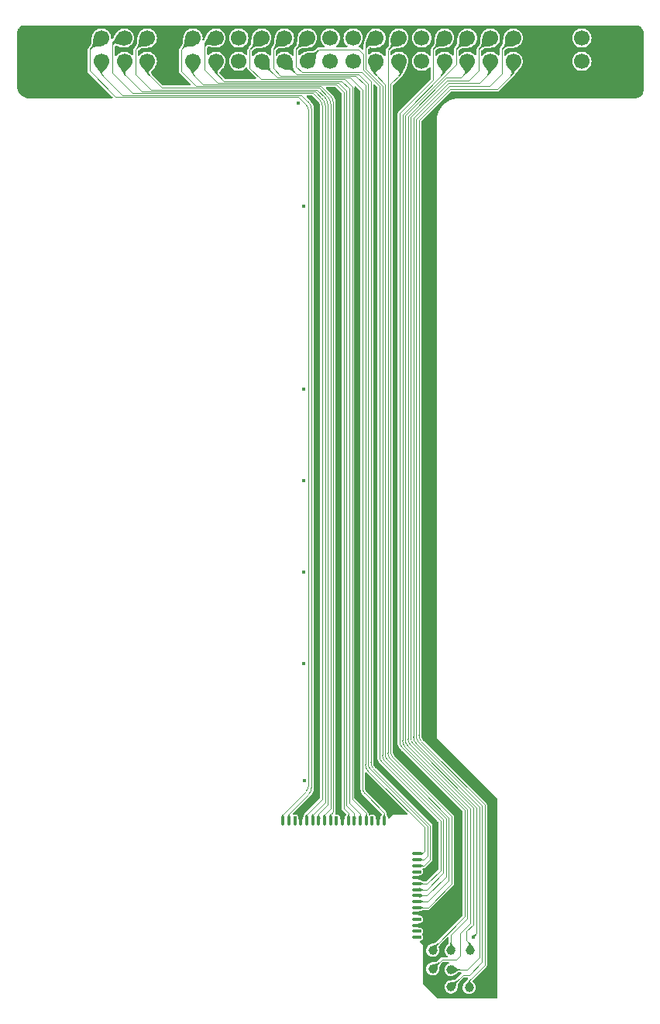
<source format=gbr>
%TF.GenerationSoftware,KiCad,Pcbnew,8.99.0-409-g72d83cd5de*%
%TF.CreationDate,2024-05-03T23:53:59-05:00*%
%TF.ProjectId,RCP-FLEX,5243502d-464c-4455-982e-6b696361645f,rev?*%
%TF.SameCoordinates,Original*%
%TF.FileFunction,Copper,L1,Top*%
%TF.FilePolarity,Positive*%
%FSLAX46Y46*%
G04 Gerber Fmt 4.6, Leading zero omitted, Abs format (unit mm)*
G04 Created by KiCad (PCBNEW 8.99.0-409-g72d83cd5de) date 2024-05-03 23:53:59*
%MOMM*%
%LPD*%
G01*
G04 APERTURE LIST*
G04 Aperture macros list*
%AMRoundRect*
0 Rectangle with rounded corners*
0 $1 Rounding radius*
0 $2 $3 $4 $5 $6 $7 $8 $9 X,Y pos of 4 corners*
0 Add a 4 corners polygon primitive as box body*
4,1,4,$2,$3,$4,$5,$6,$7,$8,$9,$2,$3,0*
0 Add four circle primitives for the rounded corners*
1,1,$1+$1,$2,$3*
1,1,$1+$1,$4,$5*
1,1,$1+$1,$6,$7*
1,1,$1+$1,$8,$9*
0 Add four rect primitives between the rounded corners*
20,1,$1+$1,$2,$3,$4,$5,0*
20,1,$1+$1,$4,$5,$6,$7,0*
20,1,$1+$1,$6,$7,$8,$9,0*
20,1,$1+$1,$8,$9,$2,$3,0*%
G04 Aperture macros list end*
%TA.AperFunction,ComponentPad*%
%ADD10O,0.400000X0.400000*%
%TD*%
%TA.AperFunction,ComponentPad*%
%ADD11O,0.400000X1.000000*%
%TD*%
%TA.AperFunction,SMDPad,CuDef*%
%ADD12C,1.000000*%
%TD*%
%TA.AperFunction,ComponentPad*%
%ADD13O,1.000000X0.400000*%
%TD*%
%TA.AperFunction,ComponentPad*%
%ADD14RoundRect,0.250000X-0.600000X0.600000X-0.600000X-0.600000X0.600000X-0.600000X0.600000X0.600000X0*%
%TD*%
%TA.AperFunction,ComponentPad*%
%ADD15C,1.700000*%
%TD*%
%TA.AperFunction,ViaPad*%
%ADD16C,0.400000*%
%TD*%
%TA.AperFunction,Conductor*%
%ADD17C,0.250000*%
%TD*%
%TA.AperFunction,Conductor*%
%ADD18C,0.100000*%
%TD*%
G04 APERTURE END LIST*
D10*
%TO.P,TP2,1,1*%
%TO.N,RCP-57*%
X143100828Y-126877295D03*
D11*
X143100828Y-127177295D03*
%TD*%
D12*
%TO.P,TP38,1,1*%
%TO.N,PIF-23*%
X160811463Y-145327295D03*
%TD*%
D10*
%TO.P,TP9,1,1*%
%TO.N,RCP-50*%
X147650828Y-126877295D03*
D11*
X147650828Y-127177295D03*
%TD*%
D10*
%TO.P,TP31,1,1*%
%TO.N,GND*%
X157375828Y-138587295D03*
D13*
X157075828Y-138587295D03*
%TD*%
D10*
%TO.P,TP5,1,1*%
%TO.N,RCP-54*%
X145050828Y-126877295D03*
D11*
X145050828Y-127177295D03*
%TD*%
D10*
%TO.P,TP24,1,1*%
%TO.N,RCP-35*%
X157375828Y-134037295D03*
D13*
X157075828Y-134037295D03*
%TD*%
D10*
%TO.P,TP1,1,1*%
%TO.N,RCP-58*%
X142450828Y-126877295D03*
D11*
X142450828Y-127177295D03*
%TD*%
D10*
%TO.P,TP6,1,1*%
%TO.N,RCP-53*%
X145700828Y-126877295D03*
D11*
X145700828Y-127177295D03*
%TD*%
D10*
%TO.P,TP23,1,1*%
%TO.N,GND*%
X157375828Y-133387295D03*
D13*
X157075828Y-133387295D03*
%TD*%
D10*
%TO.P,TP14,1,1*%
%TO.N,RCP-45*%
X150900828Y-126877295D03*
D11*
X150900828Y-127177295D03*
%TD*%
D10*
%TO.P,TP11,1,1*%
%TO.N,GND*%
X148950828Y-126877295D03*
D11*
X148950828Y-127177295D03*
%TD*%
D10*
%TO.P,TP18,1,1*%
%TO.N,RCP-41*%
X153500828Y-126877295D03*
D11*
X153500828Y-127177295D03*
%TD*%
D12*
%TO.P,TP37,1,1*%
%TO.N,PIF-7*%
X160811463Y-143427295D03*
%TD*%
D10*
%TO.P,TP17,1,1*%
%TO.N,GND*%
X152850828Y-126877295D03*
D11*
X152850828Y-127177295D03*
%TD*%
D10*
%TO.P,TP4,1,1*%
%TO.N,GND*%
X144400828Y-126877295D03*
D11*
X144400828Y-127177295D03*
%TD*%
D10*
%TO.P,TP10,1,1*%
%TO.N,+3.3V*%
X148300828Y-126877295D03*
D11*
X148300828Y-127177295D03*
%TD*%
D12*
%TO.P,TP34,1,1*%
%TO.N,PIF-1*%
X158811463Y-143362295D03*
%TD*%
%TO.P,TP35,1,1*%
%TO.N,PIF-3*%
X160836463Y-141350495D03*
%TD*%
%TO.P,TP40,1,1*%
%TO.N,SYNC*%
X162785828Y-145377295D03*
%TD*%
D10*
%TO.P,TP29,1,1*%
%TO.N,GND*%
X157375828Y-137287295D03*
D13*
X157075828Y-137287295D03*
%TD*%
D10*
%TO.P,TP27,1,1*%
%TO.N,RCP-32*%
X157375828Y-135987295D03*
D13*
X157075828Y-135987295D03*
%TD*%
D10*
%TO.P,TP15,1,1*%
%TO.N,RCP-44*%
X151550828Y-126877295D03*
D11*
X151550828Y-127177295D03*
%TD*%
D10*
%TO.P,TP12,1,1*%
%TO.N,RCP-47*%
X149600828Y-126877295D03*
D11*
X149600828Y-127177295D03*
%TD*%
D10*
%TO.P,TP7,1,1*%
%TO.N,RCP-52*%
X146350828Y-126877295D03*
D11*
X146350828Y-127177295D03*
%TD*%
D10*
%TO.P,TP8,1,1*%
%TO.N,RCP-51*%
X147000828Y-126877295D03*
D11*
X147000828Y-127177295D03*
%TD*%
D10*
%TO.P,TP16,1,1*%
%TO.N,+3.3V*%
X152200828Y-126877295D03*
D11*
X152200828Y-127177295D03*
%TD*%
D10*
%TO.P,TP20,1,1*%
%TO.N,RCP-39*%
X157375828Y-131437295D03*
D13*
X157075828Y-131437295D03*
%TD*%
D10*
%TO.P,TP25,1,1*%
%TO.N,RCP-34*%
X157375828Y-134687295D03*
D13*
X157075828Y-134687295D03*
%TD*%
D10*
%TO.P,TP21,1,1*%
%TO.N,RCP-38*%
X157375828Y-132087295D03*
D13*
X157075828Y-132087295D03*
%TD*%
D10*
%TO.P,TP22,1,1*%
%TO.N,+3.3V*%
X157375828Y-132737295D03*
D13*
X157075828Y-132737295D03*
%TD*%
D12*
%TO.P,TP39,1,1*%
%TO.N,CPU-57*%
X162911463Y-141327295D03*
%TD*%
D10*
%TO.P,TP3,1,1*%
%TO.N,+3.3V*%
X143750828Y-126877295D03*
D11*
X143750828Y-127177295D03*
%TD*%
D10*
%TO.P,TP30,1,1*%
%TO.N,+3.3V*%
X157375828Y-137937295D03*
D13*
X157075828Y-137937295D03*
%TD*%
D10*
%TO.P,TP19,1,1*%
%TO.N,RCP-40*%
X157375828Y-130787295D03*
D13*
X157075828Y-130787295D03*
%TD*%
D10*
%TO.P,TP33,1,1*%
%TO.N,RCP-26*%
X157375828Y-139887295D03*
D13*
X157075828Y-139887295D03*
%TD*%
D12*
%TO.P,TP36,1,1*%
%TO.N,PIF-5*%
X158811463Y-141330295D03*
%TD*%
D10*
%TO.P,TP28,1,1*%
%TO.N,RCP-31*%
X157375828Y-136637295D03*
D13*
X157075828Y-136637295D03*
%TD*%
D10*
%TO.P,TP26,1,1*%
%TO.N,RCP-33*%
X157375828Y-135337295D03*
D13*
X157075828Y-135337295D03*
%TD*%
D10*
%TO.P,TP32,1,1*%
%TO.N,+3.3V*%
X157375828Y-139237295D03*
D13*
X157075828Y-139237295D03*
%TD*%
D10*
%TO.P,TP13,1,1*%
%TO.N,RCP-46*%
X150250828Y-126877295D03*
D11*
X150250828Y-127177295D03*
%TD*%
D14*
%TO.P,J1,1,Pin_1*%
%TO.N,GND*%
X117611463Y-41677295D03*
D15*
%TO.P,J1,2,Pin_2*%
X117611463Y-44217295D03*
%TO.P,J1,3,Pin_3*%
X120111463Y-41677295D03*
%TO.P,J1,4,Pin_4*%
X120111463Y-44217295D03*
%TO.P,J1,5,Pin_5*%
%TO.N,RCP-58*%
X122611463Y-41677295D03*
%TO.P,J1,6,Pin_6*%
%TO.N,RCP-57*%
X122611463Y-44217295D03*
%TO.P,J1,7,Pin_7*%
%TO.N,RCP-54*%
X125111463Y-41677295D03*
%TO.P,J1,8,Pin_8*%
%TO.N,RCP-53*%
X125111463Y-44217295D03*
%TO.P,J1,9,Pin_9*%
%TO.N,RCP-52*%
X127611463Y-41677295D03*
%TO.P,J1,10,Pin_10*%
%TO.N,RCP-51*%
X127611463Y-44217295D03*
%TO.P,J1,11,Pin_11*%
%TO.N,GND*%
X130111463Y-41677295D03*
%TO.P,J1,12,Pin_12*%
X130111463Y-44217295D03*
%TO.P,J1,13,Pin_13*%
%TO.N,RCP-50*%
X132611463Y-41677295D03*
%TO.P,J1,14,Pin_14*%
%TO.N,RCP-47*%
X132611463Y-44217295D03*
%TO.P,J1,15,Pin_15*%
%TO.N,RCP-46*%
X135111463Y-41677295D03*
%TO.P,J1,16,Pin_16*%
%TO.N,RCP-45*%
X135111463Y-44217295D03*
%TO.P,J1,17,Pin_17*%
%TO.N,+3.3V*%
X137611463Y-41677295D03*
%TO.P,J1,18,Pin_18*%
X137611463Y-44217295D03*
%TO.P,J1,19,Pin_19*%
%TO.N,RCP-44*%
X140111463Y-41677295D03*
%TO.P,J1,20,Pin_20*%
%TO.N,RCP-41*%
X140111463Y-44217295D03*
%TO.P,J1,21,Pin_21*%
%TO.N,RCP-40*%
X142611463Y-41677295D03*
%TO.P,J1,22,Pin_22*%
%TO.N,RCP-39*%
X142611463Y-44217295D03*
%TO.P,J1,23,Pin_23*%
%TO.N,RCP-38*%
X145111463Y-41677295D03*
%TO.P,J1,24,Pin_24*%
%TO.N,RCP-35*%
X145111463Y-44217295D03*
%TO.P,J1,25,Pin_25*%
%TO.N,unconnected-(J1-Pin_25-Pad25)*%
X147611463Y-41677295D03*
%TO.P,J1,26,Pin_26*%
%TO.N,unconnected-(J1-Pin_26-Pad26)*%
X147611463Y-44217295D03*
%TO.P,J1,27,Pin_27*%
%TO.N,unconnected-(J1-Pin_27-Pad27)*%
X150111463Y-41677295D03*
%TO.P,J1,28,Pin_28*%
%TO.N,unconnected-(J1-Pin_28-Pad28)*%
X150111463Y-44217295D03*
%TO.P,J1,29,Pin_29*%
%TO.N,RCP-34*%
X152611463Y-41677295D03*
%TO.P,J1,30,Pin_30*%
%TO.N,RCP-33*%
X152611463Y-44217295D03*
%TO.P,J1,31,Pin_31*%
%TO.N,RCP-32*%
X155111463Y-41677295D03*
%TO.P,J1,32,Pin_32*%
%TO.N,RCP-31*%
X155111463Y-44217295D03*
%TO.P,J1,33,Pin_33*%
%TO.N,+3.3V*%
X157611463Y-41677295D03*
%TO.P,J1,34,Pin_34*%
X157611463Y-44217295D03*
%TO.P,J1,35,Pin_35*%
%TO.N,PIF-5*%
X160111463Y-41677295D03*
%TO.P,J1,36,Pin_36*%
%TO.N,PIF-3*%
X160111463Y-44217295D03*
%TO.P,J1,37,Pin_37*%
%TO.N,PIF-1*%
X162611463Y-41677295D03*
%TO.P,J1,38,Pin_38*%
%TO.N,CPU-57*%
X162611463Y-44217295D03*
%TO.P,J1,39,Pin_39*%
%TO.N,RCP-26*%
X165111463Y-41677295D03*
%TO.P,J1,40,Pin_40*%
%TO.N,PIF-7*%
X165111463Y-44217295D03*
%TO.P,J1,41,Pin_41*%
%TO.N,PIF-23*%
X167611463Y-41677295D03*
%TO.P,J1,42,Pin_42*%
%TO.N,SYNC*%
X167611463Y-44217295D03*
%TO.P,J1,43,Pin_43*%
%TO.N,GND*%
X170111463Y-41677295D03*
%TO.P,J1,44,Pin_44*%
X170111463Y-44217295D03*
%TO.P,J1,45,Pin_45*%
X172611463Y-41677295D03*
%TO.P,J1,46,Pin_46*%
X172611463Y-44217295D03*
%TO.P,J1,47,Pin_47*%
%TO.N,unconnected-(J1-Pin_47-Pad47)*%
X175111463Y-41677295D03*
%TO.P,J1,48,Pin_48*%
%TO.N,unconnected-(J1-Pin_48-Pad48)*%
X175111463Y-44217295D03*
%TO.P,J1,49,Pin_49*%
%TO.N,GND*%
X177611463Y-41677295D03*
%TO.P,J1,50,Pin_50*%
X177611463Y-44217295D03*
%TD*%
D16*
%TO.N,GND*%
X165333953Y-126673892D03*
X157995493Y-137265952D03*
X150580000Y-80050000D03*
X158361463Y-89177295D03*
X150584613Y-113559366D03*
X148545261Y-69846993D03*
X179234246Y-46950424D03*
X121209923Y-40678562D03*
X156483614Y-47053407D03*
X157710000Y-122220000D03*
X176490982Y-40630091D03*
X155252458Y-48346743D03*
X150546506Y-47677295D03*
X173683019Y-42894774D03*
X171052565Y-46915234D03*
X146120000Y-80020000D03*
X154708832Y-115897665D03*
X180650645Y-45217315D03*
X158359058Y-115860741D03*
X158048685Y-138585111D03*
X158361463Y-98927295D03*
X168877199Y-40605370D03*
X152590000Y-110030000D03*
X168210970Y-46959222D03*
X133802497Y-40586571D03*
X159985875Y-138618382D03*
X148477443Y-116547716D03*
X159111463Y-127927295D03*
X161128977Y-47900555D03*
X120355211Y-47552083D03*
X146130000Y-122200000D03*
X148067480Y-47283160D03*
X152542416Y-100056482D03*
X171312127Y-40630091D03*
X148500000Y-60040000D03*
X171360478Y-42973951D03*
X118801105Y-42950952D03*
X151739548Y-122600183D03*
X130120378Y-46071400D03*
X126432979Y-40607013D03*
X154687061Y-90098769D03*
X168923568Y-42956356D03*
X160211463Y-135977295D03*
X175143406Y-46932829D03*
X114199974Y-41506980D03*
X154676175Y-60130685D03*
X164861463Y-145177295D03*
X148666402Y-126117386D03*
X154722757Y-69672411D03*
X115827502Y-43110034D03*
X146120000Y-99990000D03*
X161770000Y-128660000D03*
X180351530Y-41108880D03*
X165378173Y-47874162D03*
X153630000Y-122000000D03*
X150570000Y-122370000D03*
X152211463Y-123177295D03*
X146120000Y-110030000D03*
X148580000Y-100040000D03*
X158361463Y-69677295D03*
X150580000Y-100040000D03*
X154687061Y-80138436D03*
X152520345Y-69712699D03*
X146154839Y-69860422D03*
X152541212Y-80086181D03*
X161511463Y-136477295D03*
X163896105Y-40617730D03*
X115913161Y-47454187D03*
X161617745Y-131183464D03*
X146150000Y-60040000D03*
X155463533Y-120274987D03*
X158361463Y-60030000D03*
X148530000Y-122260000D03*
X148530000Y-90010000D03*
X144394661Y-126156760D03*
X165361463Y-129990000D03*
X154708832Y-110095635D03*
X158328680Y-53842973D03*
X179674122Y-42903571D03*
X150550000Y-60040000D03*
X131277849Y-40607013D03*
X152344024Y-126083087D03*
X163407752Y-123060905D03*
X146120000Y-90010000D03*
X154719718Y-100080873D03*
X176436639Y-42912369D03*
X148530000Y-80020000D03*
X161470669Y-134922821D03*
X152600000Y-60070000D03*
X154211463Y-125827295D03*
X152529713Y-47309323D03*
X158361463Y-110177295D03*
X160404184Y-125193873D03*
X156299421Y-124641848D03*
X158361463Y-80040000D03*
X118238201Y-46132585D03*
X128916742Y-40607013D03*
X128945621Y-42963189D03*
X152541043Y-90052665D03*
X165361463Y-139980000D03*
X157946841Y-133387140D03*
X166318672Y-40630091D03*
X173635813Y-40630091D03*
X150570938Y-118897142D03*
X160861463Y-120427295D03*
X150540000Y-110070000D03*
X165344836Y-134650759D03*
X161461185Y-40566128D03*
X123867447Y-40678562D03*
X158419815Y-104894092D03*
X148490000Y-110070000D03*
X145623776Y-48255864D03*
X159011463Y-49827295D03*
X114322344Y-45190332D03*
X150610000Y-90040000D03*
X150599950Y-69752987D03*
%TO.N,RCP-26*%
X163211463Y-139887295D03*
%TO.N,+3.3V*%
X144710000Y-110020000D03*
X144106612Y-48747357D03*
X144690000Y-60010000D03*
X144690000Y-80010000D03*
X144690000Y-90000000D03*
X144690000Y-99970000D03*
X144770000Y-122800000D03*
%TD*%
D17*
%TO.N,GND*%
X148945828Y-126877295D02*
X148950828Y-126872295D01*
X144405828Y-126877295D02*
X144400828Y-126872295D01*
X152850828Y-126882295D02*
X152845828Y-126877295D01*
X144400828Y-126882295D02*
X144405828Y-126877295D01*
X152845828Y-126877295D02*
X152850828Y-126872295D01*
X148950828Y-126882295D02*
X148945828Y-126877295D01*
D18*
%TO.N,RCP-58*%
X145250828Y-123273716D02*
X145250828Y-119940000D01*
X142450828Y-126487930D02*
X144957935Y-123980823D01*
X145250828Y-119940000D02*
X145250828Y-119800000D01*
X144088900Y-48088900D02*
X144957935Y-48957935D01*
X124168900Y-48088900D02*
X144088900Y-48088900D01*
X142450828Y-126889172D02*
X142450828Y-126487930D01*
X121311463Y-42977295D02*
X121311463Y-45231463D01*
X145250828Y-69800000D02*
X145250828Y-69180000D01*
X121311463Y-45231463D02*
X124168900Y-48088900D01*
X142450828Y-126882295D02*
X142445828Y-126877295D01*
X145250828Y-119940000D02*
X145250828Y-69800000D01*
X122601463Y-41687295D02*
X121311463Y-42977295D01*
X145250828Y-49665042D02*
X145250828Y-69800000D01*
X145250828Y-49665042D02*
G75*
G03*
X144957962Y-48957908I-1000028J42D01*
G01*
X144957935Y-123980823D02*
G75*
G03*
X145250831Y-123273716I-707135J707123D01*
G01*
%TO.N,RCP-57*%
X143100828Y-126890899D02*
X143100828Y-126437930D01*
X145550828Y-119770000D02*
X145550828Y-119650000D01*
X124884168Y-47900000D02*
X122611463Y-45627295D01*
X145550828Y-123573716D02*
X145550828Y-119770000D01*
X145550828Y-69210000D02*
X145550828Y-49405042D01*
X143100828Y-126882295D02*
X143095828Y-126877295D01*
X143100828Y-126437930D02*
X145257935Y-124280823D01*
X122611463Y-45627295D02*
X122611463Y-44217295D01*
X145257935Y-48697935D02*
X144460000Y-47900000D01*
X145550828Y-119770000D02*
X145550828Y-69210000D01*
X144460000Y-47900000D02*
X124884168Y-47900000D01*
X145550828Y-69210000D02*
X145550828Y-68910000D01*
X145550828Y-49405042D02*
G75*
G03*
X145257962Y-48697908I-1000028J42D01*
G01*
X145550828Y-123573716D02*
G75*
G02*
X145257933Y-124280821I-1000028J16D01*
G01*
%TO.N,RCP-54*%
X124561463Y-41687295D02*
X124771463Y-41687295D01*
X146750828Y-68270000D02*
X146750828Y-68220000D01*
X145050828Y-126882295D02*
X145045828Y-126877295D01*
X146750828Y-68270000D02*
X146750828Y-67950000D01*
X123811463Y-42437295D02*
X124561463Y-41687295D01*
X123811463Y-45527295D02*
X123811463Y-42437295D01*
X145050828Y-126890899D02*
X145050828Y-126487930D01*
X146750828Y-119490000D02*
X146750828Y-68270000D01*
X146750828Y-119490000D02*
X146750828Y-119350000D01*
X146750828Y-68220000D02*
X146750000Y-68219172D01*
X146750828Y-124787930D02*
X146750828Y-119490000D01*
X145734168Y-47700000D02*
X125984168Y-47700000D01*
X145050828Y-126487930D02*
X146750828Y-124787930D01*
X146457107Y-48422939D02*
X145734168Y-47700000D01*
X146750000Y-68219172D02*
X146750000Y-49130046D01*
X125984168Y-47700000D02*
X123811463Y-45527295D01*
X146750000Y-49130046D02*
G75*
G03*
X146457130Y-48422916I-1000000J46D01*
G01*
%TO.N,RCP-53*%
X145700828Y-126882295D02*
X145695828Y-126877295D01*
X147050828Y-119200000D02*
X147050828Y-66880000D01*
X147050828Y-66880000D02*
X147050828Y-66830000D01*
X126995268Y-47511100D02*
X125111463Y-45627295D01*
X145700828Y-126487930D02*
X147050828Y-125137930D01*
X147050828Y-125137930D02*
X147050828Y-119200000D01*
X147050000Y-53920000D02*
X147050000Y-53520000D01*
X147050828Y-66880000D02*
X147050828Y-66620828D01*
X145945268Y-47511100D02*
X126995268Y-47511100D01*
X145700828Y-126890899D02*
X145700828Y-126487930D01*
X146757107Y-48322939D02*
X145945268Y-47511100D01*
X147050000Y-66829172D02*
X147050000Y-53920000D01*
X125111463Y-45627295D02*
X125111463Y-44217295D01*
X147050828Y-119200000D02*
X147050828Y-119130000D01*
X147050828Y-66830000D02*
X147050000Y-66829172D01*
X147050000Y-53920000D02*
X147050000Y-49030046D01*
X146757107Y-48322939D02*
G75*
G02*
X147049968Y-49030046I-707107J-707061D01*
G01*
%TO.N,RCP-52*%
X147350828Y-119380000D02*
X147350828Y-119320000D01*
X147350828Y-63240000D02*
X147350828Y-63000000D01*
X147350000Y-63179172D02*
X147350000Y-48930046D01*
X146156368Y-47322200D02*
X128006368Y-47322200D01*
X126311463Y-42977295D02*
X127611463Y-41677295D01*
X147350828Y-125450430D02*
X147350828Y-119380000D01*
X146350828Y-126450430D02*
X147350828Y-125450430D01*
X146350828Y-126890899D02*
X146350828Y-126450430D01*
X126311463Y-45627295D02*
X126311463Y-42977295D01*
X147350828Y-119380000D02*
X147350828Y-119070000D01*
X147350828Y-63180000D02*
X147350000Y-63179172D01*
X147350828Y-119320000D02*
X147350828Y-63240000D01*
X147350828Y-63240000D02*
X147350828Y-63180000D01*
X147057107Y-48222939D02*
X146156368Y-47322200D01*
X146350828Y-126882295D02*
X146345828Y-126877295D01*
X128006368Y-47322200D02*
X126311463Y-45627295D01*
X147057107Y-48222939D02*
G75*
G02*
X147349968Y-48930046I-707107J-707061D01*
G01*
%TO.N,RCP-51*%
X147000828Y-126487930D02*
X147650828Y-125837930D01*
X147357935Y-48123767D02*
X146367468Y-47133300D01*
X147000828Y-126882295D02*
X146995828Y-126877295D01*
X147650828Y-125837930D02*
X147650828Y-119030000D01*
X129217468Y-47133300D02*
X127611463Y-45527295D01*
X147650828Y-62370000D02*
X147650828Y-62180000D01*
X146367468Y-47133300D02*
X129217468Y-47133300D01*
X147650828Y-119030000D02*
X147650828Y-62370000D01*
X147000828Y-126890899D02*
X147000828Y-126487930D01*
X127611463Y-45527295D02*
X127611463Y-44217295D01*
X147650828Y-119030000D02*
X147650828Y-118930000D01*
X147650828Y-62370000D02*
X147650828Y-48830874D01*
X147650828Y-48830874D02*
G75*
G03*
X147357928Y-48123774I-1000028J-26D01*
G01*
%TO.N,RCP-50*%
X147950828Y-62020000D02*
X147950828Y-61760000D01*
X147650828Y-126487930D02*
X147950828Y-126187930D01*
X147950000Y-62019172D02*
X147950000Y-48730046D01*
X131311463Y-45336463D02*
X131311463Y-42977295D01*
X147650828Y-126882295D02*
X147645828Y-126877295D01*
X147950828Y-62020000D02*
X147950000Y-62019172D01*
X146578568Y-46944400D02*
X132919400Y-46944400D01*
X147657107Y-48022939D02*
X146578568Y-46944400D01*
X147950828Y-119040000D02*
X147950828Y-62020000D01*
X147950828Y-119040000D02*
X147950828Y-118930828D01*
X147950828Y-126187930D02*
X147950828Y-119040000D01*
X131311463Y-42977295D02*
X132611463Y-41677295D01*
X132919400Y-46944400D02*
X131311463Y-45336463D01*
X147650828Y-126890899D02*
X147650828Y-126487930D01*
X147950000Y-48730046D02*
G75*
G03*
X147657130Y-48022916I-1000000J46D01*
G01*
%TO.N,RCP-47*%
X149600828Y-126877295D02*
X149600828Y-126316660D01*
X132611463Y-45627295D02*
X132611463Y-44217295D01*
X133739668Y-46755500D02*
X132611463Y-45627295D01*
X149100828Y-119610000D02*
X149100828Y-118464670D01*
X149100828Y-125816660D02*
X149100828Y-119610000D01*
X149100828Y-119610000D02*
X149100828Y-118610000D01*
X149600828Y-126316660D02*
X149100828Y-125816660D01*
X149100828Y-118464670D02*
X149100000Y-118463842D01*
X149100000Y-47615832D02*
X148239668Y-46755500D01*
X149600828Y-126882295D02*
X149595828Y-126877295D01*
X149100000Y-118463842D02*
X149100000Y-47615832D01*
X148239668Y-46755500D02*
X133739668Y-46755500D01*
%TO.N,RCP-46*%
X149400828Y-117980000D02*
X149400828Y-125516660D01*
X133911463Y-45136463D02*
X133911463Y-42544504D01*
X149400828Y-117980000D02*
X149400828Y-117700000D01*
X150250828Y-126366660D02*
X150250828Y-126877295D01*
X150250828Y-126882295D02*
X150245828Y-126877295D01*
X134778672Y-41677295D02*
X135111463Y-41677295D01*
X149400828Y-47416660D02*
X148550768Y-46566600D01*
X149400828Y-125516660D02*
X150250828Y-126366660D01*
X135341600Y-46566600D02*
X133911463Y-45136463D01*
X148550768Y-46566600D02*
X135341600Y-46566600D01*
X149400828Y-117069172D02*
X149400828Y-117980000D01*
X149400828Y-117069172D02*
X149400828Y-47416660D01*
X149400000Y-117068344D02*
X149400828Y-117069172D01*
X133911463Y-42544504D02*
X134778672Y-41677295D01*
%TO.N,RCP-45*%
X148861868Y-46377700D02*
X135961868Y-46377700D01*
X135961868Y-46377700D02*
X135111463Y-45527295D01*
X150900828Y-126882295D02*
X150895828Y-126877295D01*
X149700000Y-121709172D02*
X149700000Y-47215832D01*
X149700828Y-125216660D02*
X149700828Y-121710000D01*
X135111463Y-45527295D02*
X135111463Y-44217295D01*
X150900828Y-126890899D02*
X150900828Y-126416660D01*
X149700828Y-121710000D02*
X149700000Y-121709172D01*
X149700000Y-47215832D02*
X148861868Y-46377700D01*
X150900828Y-126416660D02*
X149700828Y-125216660D01*
%TO.N,RCP-44*%
X138811463Y-42977295D02*
X140111463Y-41677295D01*
X149172968Y-46188800D02*
X140063800Y-46188800D01*
X150000000Y-47015832D02*
X149172968Y-46188800D01*
X151550828Y-126366660D02*
X150000828Y-124816660D01*
X150000000Y-121539172D02*
X150000000Y-47015832D01*
X150000828Y-121540000D02*
X150000000Y-121539172D01*
X140063800Y-46188800D02*
X138811463Y-44936463D01*
X151550828Y-126890899D02*
X151550828Y-126366660D01*
X151550828Y-126882295D02*
X151545828Y-126877295D01*
X138811463Y-44936463D02*
X138811463Y-42977295D01*
X150000828Y-124816660D02*
X150000828Y-121540000D01*
%TO.N,RCP-41*%
X149784068Y-45999900D02*
X141799900Y-45999900D01*
X153500828Y-126882295D02*
X153495828Y-126877295D01*
X141799900Y-45999900D02*
X140000000Y-44200000D01*
X151150828Y-123552446D02*
X151150828Y-117630000D01*
X151150828Y-117630000D02*
X151150828Y-53949172D01*
X153500828Y-126890899D02*
X153500828Y-126316660D01*
X151150828Y-53949172D02*
X151150000Y-53948344D01*
X151150828Y-117630000D02*
X151150828Y-117500828D01*
X151150000Y-47365832D02*
X149784068Y-45999900D01*
X153500828Y-126316660D02*
X151443721Y-124259553D01*
X151150000Y-47840000D02*
X151150000Y-47710000D01*
X151150000Y-53948344D02*
X151150000Y-47840000D01*
X151150000Y-47840000D02*
X151150000Y-47365832D01*
X151150828Y-123552446D02*
G75*
G03*
X151443750Y-124259524I999972J46D01*
G01*
%TO.N,RCP-40*%
X157910000Y-130528758D02*
X157651463Y-130787295D01*
X157910000Y-127900000D02*
X157910000Y-130528758D01*
X151743721Y-121733721D02*
X157910000Y-127900000D01*
X151450828Y-57420000D02*
X151450828Y-57329172D01*
X141375000Y-45000000D02*
X141375000Y-42913758D01*
X142186000Y-45811000D02*
X141375000Y-45000000D01*
X151450000Y-57419172D02*
X151450000Y-46865832D01*
X150395168Y-45811000D02*
X142186000Y-45811000D01*
X141375000Y-42913758D02*
X142611463Y-41677295D01*
X151450828Y-57420000D02*
X151450828Y-121026614D01*
X151450000Y-46865832D02*
X150395168Y-45811000D01*
X157651463Y-130787295D02*
X157375828Y-130787295D01*
X151450828Y-57420000D02*
X151450000Y-57419172D01*
X151450828Y-121026614D02*
G75*
G03*
X151743734Y-121733708I999972J14D01*
G01*
%TO.N,RCP-39*%
X151755000Y-119260000D02*
X151755000Y-120906522D01*
X151750828Y-57510000D02*
X151750828Y-57453436D01*
X158220000Y-131018758D02*
X157801463Y-131437295D01*
X142551463Y-44227295D02*
X143946268Y-45622100D01*
X157801463Y-131437295D02*
X157375828Y-131437295D01*
X151750828Y-118150000D02*
X151750828Y-119255828D01*
X151750000Y-46665832D02*
X151750000Y-57509172D01*
X158220000Y-127785736D02*
X158220000Y-131018758D01*
X151750000Y-57509172D02*
X151750828Y-57510000D01*
X151750828Y-118150000D02*
X151750828Y-117810000D01*
X150706268Y-45622100D02*
X151750000Y-46665832D01*
X143946268Y-45622100D02*
X150706268Y-45622100D01*
X151750828Y-118150000D02*
X151750828Y-57510000D01*
X151750828Y-119255828D02*
X151755000Y-119260000D01*
X152047893Y-121613629D02*
X158220000Y-127785736D01*
X151755000Y-120906522D02*
G75*
G03*
X152047904Y-121613618I1000000J22D01*
G01*
%TO.N,RCP-38*%
X143880239Y-44796071D02*
X144517368Y-45433200D01*
X152050828Y-118865828D02*
X152055000Y-118870000D01*
X152050000Y-46400000D02*
X152050000Y-58399172D01*
X151083200Y-45433200D02*
X152050000Y-46400000D01*
X158520000Y-131418758D02*
X157851463Y-132087295D01*
X144517368Y-45433200D02*
X151083200Y-45433200D01*
X152050000Y-58399172D02*
X152050828Y-58400000D01*
X143880239Y-42908519D02*
X143880239Y-44796071D01*
X152050828Y-58400000D02*
X152050828Y-118865828D01*
X152347893Y-121489365D02*
X158520000Y-127661472D01*
X158520000Y-127661472D02*
X158520000Y-131418758D01*
X145111463Y-41677295D02*
X143880239Y-42908519D01*
X152055000Y-118870000D02*
X152055000Y-120782258D01*
X157851463Y-132087295D02*
X157375828Y-132087295D01*
X152055000Y-120782258D02*
G75*
G03*
X152347872Y-121489386I1000000J-42D01*
G01*
%TO.N,RCP-35*%
X150711463Y-42927295D02*
X151234606Y-43450438D01*
X153011463Y-99805777D02*
X153011463Y-120112377D01*
X145111463Y-44217295D02*
X146401463Y-42927295D01*
X146401463Y-42927295D02*
X150711463Y-42927295D01*
X151234606Y-45187859D02*
X153011463Y-46964716D01*
X158201463Y-134037295D02*
X157277344Y-134037295D01*
X153011463Y-46964716D02*
X153011463Y-99805777D01*
X153304356Y-120819484D02*
X159670000Y-127185128D01*
X151234606Y-43450438D02*
X151234606Y-45187859D01*
X159670000Y-132568758D02*
X158201463Y-134037295D01*
X159670000Y-127185128D02*
X159670000Y-132568758D01*
X153304356Y-120819484D02*
G75*
G02*
X153011490Y-120112377I707144J707084D01*
G01*
%TO.N,RCP-34*%
X159970000Y-127060864D02*
X159970000Y-132868758D01*
X153604356Y-120695220D02*
X159970000Y-127060864D01*
X158151463Y-134687295D02*
X157375828Y-134687295D01*
X151499957Y-45072215D02*
X153311463Y-46883721D01*
X153311463Y-46883721D02*
X153311463Y-119988113D01*
X159970000Y-132868758D02*
X158151463Y-134687295D01*
X151499957Y-42788801D02*
X151499957Y-45072215D01*
X152611463Y-41677295D02*
X151499957Y-42788801D01*
X153604356Y-120695220D02*
G75*
G02*
X153311464Y-119988113I707144J707120D01*
G01*
%TO.N,RCP-33*%
X152478150Y-44460608D02*
X152478150Y-45593982D01*
X160270000Y-133268758D02*
X158201463Y-135337295D01*
X152478150Y-45593982D02*
X153611463Y-46727295D01*
X153904356Y-120570956D02*
X160270000Y-126936600D01*
X158201463Y-135337295D02*
X157375828Y-135337295D01*
X160270000Y-126936600D02*
X160270000Y-133268758D01*
X153611463Y-46727295D02*
X153611463Y-119863849D01*
X152711463Y-44227295D02*
X152478150Y-44460608D01*
X153904356Y-120570956D02*
G75*
G02*
X153611510Y-119863849I707144J707056D01*
G01*
%TO.N,RCP-32*%
X160570000Y-133668758D02*
X158251463Y-135987295D01*
X153911463Y-119166463D02*
X153911463Y-43027295D01*
X157410000Y-123652336D02*
X160570000Y-126812336D01*
X158251463Y-135987295D02*
X157375828Y-135987295D01*
X160570000Y-126812336D02*
X160570000Y-133668758D01*
X157410000Y-123652336D02*
X154204356Y-120446692D01*
X153911463Y-119739585D02*
X153911463Y-119166463D01*
X153911463Y-43027295D02*
X155251463Y-41687295D01*
X157410000Y-123652336D02*
X157407664Y-123650000D01*
X153911463Y-119739585D02*
G75*
G03*
X154204341Y-120446707I1000037J-15D01*
G01*
%TO.N,RCP-31*%
X158301463Y-136637295D02*
X157375828Y-136637295D01*
X155251463Y-45673293D02*
X154211463Y-46713293D01*
X154504356Y-120322428D02*
X160870000Y-126688072D01*
X160870000Y-134068758D02*
X158301463Y-136637295D01*
X160870000Y-126688072D02*
X160870000Y-134068758D01*
X154211463Y-46713293D02*
X154211463Y-119615321D01*
X155251463Y-44227295D02*
X155251463Y-45673293D01*
X154211463Y-119615321D02*
G75*
G03*
X154504359Y-120322425I1000037J21D01*
G01*
%TO.N,PIF-5*%
X160111463Y-41677295D02*
X158851904Y-42936854D01*
X162311463Y-126027295D02*
X162311463Y-137627295D01*
X158811463Y-141127295D02*
X158811463Y-141327295D01*
X155504356Y-119220188D02*
X162311463Y-126027295D01*
X162311463Y-137627295D02*
X158811463Y-141127295D01*
X158851904Y-46286854D02*
X155211463Y-49927295D01*
X155211463Y-49927295D02*
X155211463Y-118513081D01*
X158851904Y-42936854D02*
X158851904Y-46286854D01*
X155504356Y-119220188D02*
G75*
G02*
X155211487Y-118513081I707144J707088D01*
G01*
%TO.N,PIF-3*%
X160816028Y-139622730D02*
X160816028Y-141350495D01*
X162611463Y-125927295D02*
X162611463Y-137827295D01*
X160111463Y-45427295D02*
X155511463Y-50027295D01*
X155511463Y-50027295D02*
X155511463Y-118413081D01*
X160111463Y-44217295D02*
X160111463Y-45427295D01*
X155804356Y-119120188D02*
X162611463Y-125927295D01*
X162611463Y-137827295D02*
X160816028Y-139622730D01*
X155804356Y-119120188D02*
G75*
G02*
X155511487Y-118413081I707144J707088D01*
G01*
%TO.N,PIF-1*%
X155811463Y-50127295D02*
X155811463Y-118313081D01*
X161411463Y-142327295D02*
X159846463Y-142327295D01*
X161351087Y-42937671D02*
X161351087Y-44587671D01*
X161811463Y-139427295D02*
X161811463Y-141927295D01*
X162611463Y-41677295D02*
X161351087Y-42937671D01*
X162911463Y-125827295D02*
X162911463Y-138327295D01*
X161351087Y-44587671D02*
X155811463Y-50127295D01*
X156104356Y-119020188D02*
X162911463Y-125827295D01*
X162911463Y-138327295D02*
X161811463Y-139427295D01*
X159846463Y-142327295D02*
X158811463Y-143362295D01*
X161811463Y-141927295D02*
X161411463Y-142327295D01*
X155811463Y-118313081D02*
G75*
G03*
X156104339Y-119020205I1000037J-19D01*
G01*
%TO.N,CPU-57*%
X156111463Y-50227295D02*
X156111463Y-118213081D01*
X162611463Y-44217295D02*
X162611463Y-45327295D01*
X162911463Y-140627295D02*
X162911463Y-141327295D01*
X162611463Y-45327295D02*
X161911463Y-46027295D01*
X163211463Y-138527295D02*
X162511463Y-139227295D01*
X160311463Y-46027295D02*
X156111463Y-50227295D01*
X162511463Y-140227295D02*
X162911463Y-140627295D01*
X163211463Y-125727295D02*
X163211463Y-138527295D01*
X161911463Y-46027295D02*
X160311463Y-46027295D01*
X162511463Y-139227295D02*
X162511463Y-140227295D01*
X156404356Y-118920188D02*
X163211463Y-125727295D01*
X156404356Y-118920188D02*
G75*
G02*
X156111487Y-118213081I707144J707088D01*
G01*
%TO.N,RCP-26*%
X156411463Y-118094970D02*
X156411463Y-50327295D01*
X156411463Y-50327295D02*
X160411463Y-46327295D01*
X163611463Y-139487295D02*
X163611463Y-125709184D01*
X163211463Y-139887295D02*
X163611463Y-139487295D01*
X160411463Y-46327295D02*
X162711463Y-46327295D01*
X162711463Y-46327295D02*
X163811463Y-45227295D01*
X163611463Y-125709184D02*
X156704356Y-118802077D01*
X163811463Y-42977295D02*
X165111463Y-41677295D01*
X163811463Y-45227295D02*
X163811463Y-42977295D01*
X156704356Y-118802077D02*
G75*
G02*
X156411495Y-118094970I707144J707077D01*
G01*
%TO.N,PIF-7*%
X157004356Y-118720188D02*
X163911463Y-125627295D01*
X165111463Y-45427295D02*
X163911463Y-46627295D01*
X160511463Y-46627295D02*
X156711463Y-50427295D01*
X165111463Y-44217295D02*
X165111463Y-45427295D01*
X163911463Y-142127295D02*
X162611463Y-143427295D01*
X163911463Y-46627295D02*
X160511463Y-46627295D01*
X156711463Y-50427295D02*
X156711463Y-118013081D01*
X162611463Y-143427295D02*
X160811463Y-143427295D01*
X163911463Y-125627295D02*
X163911463Y-142127295D01*
X156711463Y-118013081D02*
G75*
G03*
X157004339Y-118720205I1000037J-19D01*
G01*
%TO.N,PIF-23*%
X157011463Y-50527295D02*
X160611463Y-46927295D01*
X162811463Y-144027295D02*
X164211463Y-142627295D01*
X162111463Y-144027295D02*
X162811463Y-144027295D01*
X160811463Y-145327295D02*
X162111463Y-144027295D01*
X166349177Y-42939581D02*
X167611463Y-41677295D01*
X160611463Y-46927295D02*
X165011463Y-46927295D01*
X165011463Y-46927295D02*
X166349177Y-45589581D01*
X164211463Y-142627295D02*
X164211463Y-125527295D01*
X157011463Y-117913081D02*
X157011463Y-50527295D01*
X164211463Y-125527295D02*
X157304356Y-118620188D01*
X166349177Y-45589581D02*
X166349177Y-42939581D01*
X157304356Y-118620188D02*
G75*
G02*
X157011487Y-117913081I707144J707088D01*
G01*
%TO.N,SYNC*%
X164511463Y-142927295D02*
X162785828Y-144652930D01*
X165911463Y-47227295D02*
X160711463Y-47227295D01*
X160711463Y-47227295D02*
X157311463Y-50627295D01*
X157311463Y-50627295D02*
X157311463Y-117813081D01*
X167611463Y-44217295D02*
X167611463Y-45527295D01*
X162785828Y-144652930D02*
X162785828Y-145377295D01*
X167611463Y-45527295D02*
X165911463Y-47227295D01*
X164511463Y-125427295D02*
X164511463Y-142927295D01*
X157604356Y-118520188D02*
X164511463Y-125427295D01*
X157604356Y-118520188D02*
G75*
G02*
X157311487Y-117813081I707144J707088D01*
G01*
D17*
%TO.N,+3.3V*%
X143750828Y-126882295D02*
X143755828Y-126877295D01*
%TD*%
%TA.AperFunction,Conductor*%
%TO.N,GND*%
G36*
X180976570Y-40280196D02*
G01*
X181006604Y-40280195D01*
X181016303Y-40280670D01*
X181167037Y-40295511D01*
X181186061Y-40299294D01*
X181326321Y-40341838D01*
X181344248Y-40349264D01*
X181473513Y-40418353D01*
X181489648Y-40429133D01*
X181602941Y-40522106D01*
X181602942Y-40522107D01*
X181616665Y-40535829D01*
X181709650Y-40649127D01*
X181720430Y-40665261D01*
X181789521Y-40794515D01*
X181796949Y-40812446D01*
X181839497Y-40952702D01*
X181843283Y-40971737D01*
X181858086Y-41122026D01*
X181858563Y-41131730D01*
X181858563Y-47404529D01*
X181857339Y-47420046D01*
X181852477Y-47450684D01*
X181834269Y-47565403D01*
X181829778Y-47583034D01*
X181780244Y-47722423D01*
X181772602Y-47738935D01*
X181698396Y-47866904D01*
X181687861Y-47881739D01*
X181591487Y-47993969D01*
X181578415Y-48006625D01*
X181463129Y-48099323D01*
X181447968Y-48109368D01*
X181317667Y-48179403D01*
X181300917Y-48186507D01*
X181160002Y-48231511D01*
X181142234Y-48235431D01*
X180993567Y-48254124D01*
X180981221Y-48254897D01*
X161769854Y-48255852D01*
X161760000Y-48255852D01*
X161759986Y-48255852D01*
X161720262Y-48255854D01*
X161719915Y-48255888D01*
X161607628Y-48255901D01*
X161607623Y-48255901D01*
X161305108Y-48292707D01*
X161305100Y-48292709D01*
X161009249Y-48365779D01*
X161009248Y-48365779D01*
X160724379Y-48474047D01*
X160724377Y-48474048D01*
X160454679Y-48615923D01*
X160204072Y-48789344D01*
X159976253Y-48991755D01*
X159774547Y-49220199D01*
X159774546Y-49220200D01*
X159601909Y-49471327D01*
X159601901Y-49471340D01*
X159460861Y-49741473D01*
X159353472Y-50026677D01*
X159353472Y-50026678D01*
X159281314Y-50322757D01*
X159245444Y-50625389D01*
X159245895Y-50777430D01*
X159245895Y-118040676D01*
X159269171Y-118096872D01*
X165878932Y-124706632D01*
X165906709Y-124761149D01*
X165907928Y-124776636D01*
X165907928Y-146483395D01*
X165889021Y-146541586D01*
X165839521Y-146577550D01*
X165808928Y-146582395D01*
X159421769Y-146582395D01*
X159363578Y-146563488D01*
X159351765Y-146553399D01*
X157746748Y-144948381D01*
X157718971Y-144893864D01*
X157717752Y-144878362D01*
X157718717Y-140828118D01*
X157718728Y-140828023D01*
X157718728Y-140786301D01*
X157718728Y-140786294D01*
X157718735Y-140756918D01*
X157718732Y-140756912D01*
X157718728Y-140756889D01*
X157718728Y-140756882D01*
X157706849Y-140728204D01*
X157695471Y-140700715D01*
X157695468Y-140700712D01*
X157695468Y-140700711D01*
X157695451Y-140700685D01*
X157673882Y-140679115D01*
X157673882Y-140679114D01*
X157673866Y-140679100D01*
X157646460Y-140651681D01*
X157646383Y-140651616D01*
X157437013Y-140442246D01*
X157409236Y-140387729D01*
X157418807Y-140327297D01*
X157462072Y-140284032D01*
X157491525Y-140274462D01*
X157501132Y-140272941D01*
X157510866Y-140267980D01*
X157530199Y-140260560D01*
X157530241Y-140260548D01*
X157530415Y-140260502D01*
X157564783Y-140240658D01*
X157569283Y-140238214D01*
X157614170Y-140215345D01*
X157621738Y-140207776D01*
X157621741Y-140207775D01*
X157696308Y-140133208D01*
X157696309Y-140133205D01*
X157703878Y-140125637D01*
X157726747Y-140080750D01*
X157729191Y-140076250D01*
X157749035Y-140041882D01*
X157749093Y-140041666D01*
X157756514Y-140022333D01*
X157761474Y-140012599D01*
X157767302Y-139975799D01*
X157769452Y-139965679D01*
X157776328Y-139940022D01*
X157776328Y-139926603D01*
X157777547Y-139911115D01*
X157781320Y-139887294D01*
X157777547Y-139863472D01*
X157776328Y-139847985D01*
X157776328Y-139834569D01*
X157776328Y-139834568D01*
X157769451Y-139808904D01*
X157767301Y-139798788D01*
X157761474Y-139761991D01*
X157756508Y-139752245D01*
X157749094Y-139732928D01*
X157749035Y-139732709D01*
X157749035Y-139732708D01*
X157729191Y-139698338D01*
X157726734Y-139693811D01*
X157703879Y-139648954D01*
X157703877Y-139648952D01*
X157696309Y-139641383D01*
X157696309Y-139641384D01*
X157696308Y-139641382D01*
X157687222Y-139632296D01*
X157659447Y-139577782D01*
X157669018Y-139517350D01*
X157687221Y-139492294D01*
X157696308Y-139483208D01*
X157696309Y-139483205D01*
X157703878Y-139475637D01*
X157726747Y-139430750D01*
X157729191Y-139426250D01*
X157749035Y-139391882D01*
X157749093Y-139391666D01*
X157756514Y-139372333D01*
X157761473Y-139362600D01*
X157761474Y-139362599D01*
X157767302Y-139325799D01*
X157769452Y-139315679D01*
X157776328Y-139290022D01*
X157776328Y-139276603D01*
X157777547Y-139261115D01*
X157781320Y-139237294D01*
X157777547Y-139213472D01*
X157776328Y-139197985D01*
X157776328Y-139184569D01*
X157776328Y-139184568D01*
X157769451Y-139158904D01*
X157767301Y-139148788D01*
X157761474Y-139111991D01*
X157756508Y-139102245D01*
X157749094Y-139082928D01*
X157749035Y-139082709D01*
X157749035Y-139082708D01*
X157729191Y-139048338D01*
X157726734Y-139043811D01*
X157703879Y-138998954D01*
X157703877Y-138998952D01*
X157696309Y-138991383D01*
X157696309Y-138991384D01*
X157696308Y-138991382D01*
X157621741Y-138916815D01*
X157621738Y-138916813D01*
X157618281Y-138913356D01*
X157618281Y-138913355D01*
X157614172Y-138909247D01*
X157614170Y-138909245D01*
X157598106Y-138901060D01*
X157569304Y-138886384D01*
X157564775Y-138883925D01*
X157530415Y-138864088D01*
X157530191Y-138864028D01*
X157510879Y-138856615D01*
X157501132Y-138851649D01*
X157490265Y-138849927D01*
X157464329Y-138845819D01*
X157454201Y-138843666D01*
X157448101Y-138842031D01*
X157428555Y-138836795D01*
X157428553Y-138836795D01*
X157415137Y-138836795D01*
X157399650Y-138835576D01*
X157375828Y-138831803D01*
X157352006Y-138835576D01*
X157336519Y-138836795D01*
X157327507Y-138836795D01*
X157269316Y-138817888D01*
X157233352Y-138768388D01*
X157228507Y-138737809D01*
X157228465Y-138436809D01*
X157247364Y-138378615D01*
X157296859Y-138342645D01*
X157327465Y-138337795D01*
X157336519Y-138337795D01*
X157352005Y-138339013D01*
X157375828Y-138342787D01*
X157399650Y-138339013D01*
X157415137Y-138337795D01*
X157428554Y-138337795D01*
X157428555Y-138337795D01*
X157454212Y-138330919D01*
X157464332Y-138328769D01*
X157501132Y-138322941D01*
X157510866Y-138317980D01*
X157530199Y-138310560D01*
X157530241Y-138310548D01*
X157530415Y-138310502D01*
X157564783Y-138290658D01*
X157569283Y-138288214D01*
X157614170Y-138265345D01*
X157621738Y-138257776D01*
X157621741Y-138257775D01*
X157696308Y-138183208D01*
X157696309Y-138183205D01*
X157703878Y-138175637D01*
X157726747Y-138130750D01*
X157729191Y-138126250D01*
X157749035Y-138091882D01*
X157749093Y-138091666D01*
X157756514Y-138072333D01*
X157761473Y-138062600D01*
X157761474Y-138062599D01*
X157767302Y-138025799D01*
X157769452Y-138015679D01*
X157776328Y-137990022D01*
X157776328Y-137976603D01*
X157777547Y-137961115D01*
X157781320Y-137937294D01*
X157777547Y-137913472D01*
X157776328Y-137897985D01*
X157776328Y-137884569D01*
X157776328Y-137884568D01*
X157769451Y-137858904D01*
X157767301Y-137848788D01*
X157761474Y-137811991D01*
X157756508Y-137802245D01*
X157749094Y-137782928D01*
X157749035Y-137782709D01*
X157749035Y-137782708D01*
X157729191Y-137748338D01*
X157726734Y-137743811D01*
X157703879Y-137698954D01*
X157703877Y-137698952D01*
X157696309Y-137691383D01*
X157696309Y-137691384D01*
X157696308Y-137691382D01*
X157621741Y-137616815D01*
X157621738Y-137616813D01*
X157618281Y-137613356D01*
X157618281Y-137613355D01*
X157614172Y-137609247D01*
X157614170Y-137609245D01*
X157569304Y-137586384D01*
X157564775Y-137583925D01*
X157530415Y-137564088D01*
X157530191Y-137564028D01*
X157510879Y-137556615D01*
X157501132Y-137551649D01*
X157490265Y-137549927D01*
X157464329Y-137545819D01*
X157454201Y-137543666D01*
X157448101Y-137542031D01*
X157428555Y-137536795D01*
X157428553Y-137536795D01*
X157415137Y-137536795D01*
X157399650Y-137535576D01*
X157375828Y-137531803D01*
X157352006Y-137535576D01*
X157336519Y-137536795D01*
X157327324Y-137536795D01*
X157269133Y-137517888D01*
X157233169Y-137468388D01*
X157228324Y-137437809D01*
X157228281Y-137136809D01*
X157247180Y-137078616D01*
X157296675Y-137042645D01*
X157327281Y-137037795D01*
X157336519Y-137037795D01*
X157352005Y-137039013D01*
X157375828Y-137042787D01*
X157399650Y-137039013D01*
X157415137Y-137037795D01*
X157428554Y-137037795D01*
X157428555Y-137037795D01*
X157436179Y-137035751D01*
X157445781Y-137034098D01*
X157445756Y-137033967D01*
X157451215Y-137032908D01*
X157451886Y-137032778D01*
X157454165Y-137032335D01*
X157460006Y-137031203D01*
X157460013Y-137031200D01*
X157464668Y-137029813D01*
X157464822Y-137030332D01*
X157478322Y-137026553D01*
X157501132Y-137022941D01*
X157510866Y-137017980D01*
X157530199Y-137010560D01*
X157530228Y-137010551D01*
X157530415Y-137010502D01*
X157530947Y-137010194D01*
X157554038Y-137000517D01*
X157555975Y-136999981D01*
X157555981Y-136999978D01*
X157623084Y-136966194D01*
X157625839Y-136964695D01*
X157634462Y-136960009D01*
X157635742Y-136959260D01*
X157646837Y-136952283D01*
X157697540Y-136918095D01*
X157725900Y-136904931D01*
X157734321Y-136902545D01*
X157738944Y-136901236D01*
X157750530Y-136898693D01*
X157794023Y-136891855D01*
X157794029Y-136891852D01*
X157797813Y-136890949D01*
X157797973Y-136891620D01*
X157822191Y-136887795D01*
X158351292Y-136887795D01*
X158409348Y-136863746D01*
X158443360Y-136849659D01*
X161011895Y-134281122D01*
X161011897Y-134281122D01*
X161082364Y-134210655D01*
X161120500Y-134118586D01*
X161120500Y-126638244D01*
X161119447Y-126635703D01*
X161082364Y-126546175D01*
X161011897Y-126475707D01*
X161011897Y-126475708D01*
X154684919Y-120148730D01*
X154678395Y-120141530D01*
X154594462Y-120039256D01*
X154583684Y-120023127D01*
X154523611Y-119910737D01*
X154516186Y-119892812D01*
X154515385Y-119890172D01*
X154479190Y-119770857D01*
X154475407Y-119751840D01*
X154462440Y-119620198D01*
X154461963Y-119610493D01*
X154461963Y-118572238D01*
X154960963Y-118572238D01*
X154960985Y-118572469D01*
X154960985Y-118611488D01*
X154991772Y-118805903D01*
X155052586Y-118993088D01*
X155052590Y-118993096D01*
X155141943Y-119168476D01*
X155257631Y-119327719D01*
X155257633Y-119327721D01*
X155257635Y-119327723D01*
X155286345Y-119356436D01*
X155286360Y-119356453D01*
X155342270Y-119412364D01*
X155342273Y-119412366D01*
X155372361Y-119442456D01*
X155372375Y-119442468D01*
X162031967Y-126102060D01*
X162059744Y-126156577D01*
X162060963Y-126172064D01*
X162060963Y-137482525D01*
X162042056Y-137540716D01*
X162031967Y-137552529D01*
X159244327Y-140340168D01*
X159224056Y-140355765D01*
X159217384Y-140359640D01*
X159217376Y-140359647D01*
X159094904Y-140467628D01*
X159079665Y-140478678D01*
X159006273Y-140521894D01*
X158988383Y-140530153D01*
X158902834Y-140559724D01*
X158897417Y-140561424D01*
X158760052Y-140600248D01*
X158752977Y-140602384D01*
X158752246Y-140602619D01*
X158745685Y-140604853D01*
X158571742Y-140667371D01*
X158561970Y-140670324D01*
X158561240Y-140670504D01*
X158561239Y-140670504D01*
X158410609Y-140749562D01*
X158283281Y-140862364D01*
X158283279Y-140862367D01*
X158244509Y-140918535D01*
X158186645Y-141002365D01*
X158130481Y-141150461D01*
X158126323Y-141161424D01*
X158105818Y-141330293D01*
X158105818Y-141330296D01*
X158108271Y-141350495D01*
X158126323Y-141499167D01*
X158186645Y-141658225D01*
X158283280Y-141798224D01*
X158410611Y-141911029D01*
X158561238Y-141990085D01*
X158726407Y-142030795D01*
X158726410Y-142030795D01*
X158896516Y-142030795D01*
X158896519Y-142030795D01*
X159061688Y-141990085D01*
X159212315Y-141911029D01*
X159339646Y-141798224D01*
X159436281Y-141658225D01*
X159496603Y-141499167D01*
X159517108Y-141330295D01*
X159516218Y-141322970D01*
X159515546Y-141307934D01*
X159515667Y-141304080D01*
X159503206Y-141118149D01*
X159503204Y-141118116D01*
X159502541Y-141110406D01*
X159502450Y-141109539D01*
X159501522Y-141102029D01*
X159482290Y-140966927D01*
X159481330Y-140955337D01*
X159480501Y-140920610D01*
X159479962Y-140898017D01*
X159485179Y-140863862D01*
X159485185Y-140863847D01*
X159493584Y-140839079D01*
X159510008Y-140809061D01*
X159528202Y-140786300D01*
X159586220Y-140713718D01*
X159588053Y-140710406D01*
X159604655Y-140688362D01*
X160396525Y-139896493D01*
X160451041Y-139868717D01*
X160511473Y-139878288D01*
X160554738Y-139921553D01*
X160565528Y-139966498D01*
X160565528Y-140311267D01*
X160561500Y-140337181D01*
X160561664Y-140337216D01*
X160561041Y-140340133D01*
X160560858Y-140341314D01*
X160560650Y-140341964D01*
X160560647Y-140341980D01*
X160542918Y-140499537D01*
X160534705Y-140529346D01*
X160506055Y-140592538D01*
X160493242Y-140613445D01*
X160425756Y-140697934D01*
X160425538Y-140698210D01*
X160424963Y-140698936D01*
X160421790Y-140702958D01*
X160320301Y-140831590D01*
X160309673Y-140846358D01*
X160308558Y-140848061D01*
X160299205Y-140863847D01*
X160226834Y-140999429D01*
X160220977Y-141009042D01*
X160211647Y-141022560D01*
X160211644Y-141022565D01*
X160206916Y-141035034D01*
X160201694Y-141046531D01*
X160199291Y-141051032D01*
X160194814Y-141059933D01*
X160194344Y-141060928D01*
X160194341Y-141060935D01*
X160191835Y-141072043D01*
X160187831Y-141085353D01*
X160151323Y-141181622D01*
X160133271Y-141330297D01*
X160130818Y-141350495D01*
X160151323Y-141519367D01*
X160211645Y-141678425D01*
X160294337Y-141798224D01*
X160308279Y-141818422D01*
X160308281Y-141818425D01*
X160404528Y-141903692D01*
X160435547Y-141956432D01*
X160429641Y-142017332D01*
X160389068Y-142063130D01*
X160338879Y-142076795D01*
X159796634Y-142076795D01*
X159704566Y-142114930D01*
X159372937Y-142446558D01*
X159351995Y-142461751D01*
X159352184Y-142462047D01*
X159348096Y-142464653D01*
X159348092Y-142464656D01*
X159348088Y-142464658D01*
X159348085Y-142464661D01*
X159223676Y-142562409D01*
X159194935Y-142578103D01*
X159131023Y-142600256D01*
X159106437Y-142605405D01*
X158996387Y-142614144D01*
X158993327Y-142614409D01*
X158821881Y-142630601D01*
X158821868Y-142630603D01*
X158812044Y-142632012D01*
X158802225Y-142633421D01*
X158801354Y-142633589D01*
X158800017Y-142633847D01*
X158788348Y-142636692D01*
X158780699Y-142638558D01*
X158780685Y-142638561D01*
X158780662Y-142638568D01*
X158583001Y-142697032D01*
X158578617Y-142698221D01*
X158561236Y-142702505D01*
X158410609Y-142781562D01*
X158283281Y-142894364D01*
X158283279Y-142894367D01*
X158191667Y-143027089D01*
X158186645Y-143034365D01*
X158126323Y-143193423D01*
X158105818Y-143362295D01*
X158126323Y-143531167D01*
X158186645Y-143690225D01*
X158283280Y-143830224D01*
X158410611Y-143943029D01*
X158561238Y-144022085D01*
X158726407Y-144062795D01*
X158726410Y-144062795D01*
X158896516Y-144062795D01*
X158896519Y-144062795D01*
X159061688Y-144022085D01*
X159212315Y-143943029D01*
X159339646Y-143830224D01*
X159436281Y-143690225D01*
X159459630Y-143628655D01*
X159464561Y-143617709D01*
X159474145Y-143599477D01*
X159485311Y-143561717D01*
X159487672Y-143554711D01*
X159496603Y-143531167D01*
X159497176Y-143526442D01*
X159500518Y-143510306D01*
X159535195Y-143393063D01*
X159539911Y-143373715D01*
X159540339Y-143371497D01*
X159543150Y-143351885D01*
X159553940Y-143237649D01*
X159559335Y-143180536D01*
X159559603Y-143177456D01*
X159565047Y-143108891D01*
X159568349Y-143067311D01*
X159573495Y-143042738D01*
X159595650Y-142978817D01*
X159611342Y-142950081D01*
X159709098Y-142825668D01*
X159710368Y-142823338D01*
X159727274Y-142800743D01*
X159921228Y-142606791D01*
X159975744Y-142579014D01*
X159991231Y-142577795D01*
X160521237Y-142577795D01*
X160579428Y-142596702D01*
X160615392Y-142646202D01*
X160615392Y-142707388D01*
X160579428Y-142756888D01*
X160566184Y-142764043D01*
X160566541Y-142764722D01*
X160561238Y-142767504D01*
X160561238Y-142767505D01*
X160497917Y-142800739D01*
X160410609Y-142846562D01*
X160283281Y-142959364D01*
X160283279Y-142959367D01*
X160217479Y-143054695D01*
X160186645Y-143099365D01*
X160157030Y-143177456D01*
X160126323Y-143258424D01*
X160109975Y-143393063D01*
X160105818Y-143427295D01*
X160126323Y-143596167D01*
X160186645Y-143755225D01*
X160283280Y-143895224D01*
X160410611Y-144008029D01*
X160561238Y-144087085D01*
X160726407Y-144127795D01*
X160726410Y-144127795D01*
X160896516Y-144127795D01*
X160896519Y-144127795D01*
X161061688Y-144087085D01*
X161077706Y-144078677D01*
X161089884Y-144072286D01*
X161106502Y-144065408D01*
X161112336Y-144063595D01*
X161301460Y-143960808D01*
X161318451Y-143950479D01*
X161320323Y-143949213D01*
X161336203Y-143937317D01*
X161468818Y-143827592D01*
X161471167Y-143825619D01*
X161528414Y-143776795D01*
X161555241Y-143753916D01*
X161576265Y-143740173D01*
X161637123Y-143710643D01*
X161668542Y-143701417D01*
X161796799Y-143686027D01*
X161825633Y-143682568D01*
X161825633Y-143682567D01*
X161825640Y-143682567D01*
X161828203Y-143681813D01*
X161856122Y-143677795D01*
X161867694Y-143677795D01*
X161925885Y-143696702D01*
X161961849Y-143746202D01*
X161961849Y-143807388D01*
X161937698Y-143846799D01*
X161899098Y-143885399D01*
X161372940Y-144411556D01*
X161352009Y-144426738D01*
X161352199Y-144427035D01*
X161348094Y-144429653D01*
X161223675Y-144527409D01*
X161194935Y-144543103D01*
X161131023Y-144565256D01*
X161106437Y-144570405D01*
X160996387Y-144579144D01*
X160993327Y-144579409D01*
X160821881Y-144595601D01*
X160821868Y-144595603D01*
X160812044Y-144597012D01*
X160802225Y-144598421D01*
X160801354Y-144598589D01*
X160800017Y-144598847D01*
X160788348Y-144601692D01*
X160780699Y-144603558D01*
X160780685Y-144603561D01*
X160780662Y-144603568D01*
X160583001Y-144662032D01*
X160578617Y-144663221D01*
X160561236Y-144667505D01*
X160410609Y-144746562D01*
X160283281Y-144859364D01*
X160283279Y-144859367D01*
X160221837Y-144948381D01*
X160186645Y-144999365D01*
X160126323Y-145158423D01*
X160105818Y-145327295D01*
X160126323Y-145496167D01*
X160186645Y-145655225D01*
X160283280Y-145795224D01*
X160410611Y-145908029D01*
X160561238Y-145987085D01*
X160726407Y-146027795D01*
X160726410Y-146027795D01*
X160896516Y-146027795D01*
X160896519Y-146027795D01*
X161061688Y-145987085D01*
X161212315Y-145908029D01*
X161339646Y-145795224D01*
X161436281Y-145655225D01*
X161459630Y-145593655D01*
X161464561Y-145582709D01*
X161474145Y-145564477D01*
X161485311Y-145526717D01*
X161487672Y-145519711D01*
X161496603Y-145496167D01*
X161497176Y-145491442D01*
X161500518Y-145475306D01*
X161535195Y-145358063D01*
X161539911Y-145338715D01*
X161540339Y-145336497D01*
X161543150Y-145316885D01*
X161553940Y-145202649D01*
X161559335Y-145145536D01*
X161559603Y-145142456D01*
X161565414Y-145069275D01*
X161568349Y-145032311D01*
X161573495Y-145007738D01*
X161595650Y-144943817D01*
X161611342Y-144915081D01*
X161709098Y-144790668D01*
X161710368Y-144788340D01*
X161727278Y-144765739D01*
X162186228Y-144306791D01*
X162240744Y-144279014D01*
X162256231Y-144277795D01*
X162567694Y-144277795D01*
X162625885Y-144296702D01*
X162661849Y-144346202D01*
X162661849Y-144407388D01*
X162637698Y-144446798D01*
X162573464Y-144511032D01*
X162557129Y-144550466D01*
X162545522Y-144571092D01*
X162491142Y-144645303D01*
X162488635Y-144648577D01*
X162473502Y-144667505D01*
X162413010Y-144743163D01*
X162407966Y-144748991D01*
X162289963Y-144875063D01*
X162289961Y-144875065D01*
X162289960Y-144875067D01*
X162289265Y-144876164D01*
X162287569Y-144878155D01*
X162287114Y-144878744D01*
X162287086Y-144878722D01*
X162271290Y-144897277D01*
X162257643Y-144909367D01*
X162257640Y-144909370D01*
X162161012Y-145049360D01*
X162161010Y-145049365D01*
X162119651Y-145158423D01*
X162100688Y-145208424D01*
X162084868Y-145338715D01*
X162080183Y-145377295D01*
X162100688Y-145546167D01*
X162161010Y-145705225D01*
X162257645Y-145845224D01*
X162384976Y-145958029D01*
X162535603Y-146037085D01*
X162700772Y-146077795D01*
X162700775Y-146077795D01*
X162870881Y-146077795D01*
X162870884Y-146077795D01*
X163036053Y-146037085D01*
X163186680Y-145958029D01*
X163314011Y-145845224D01*
X163410646Y-145705225D01*
X163470968Y-145546167D01*
X163491473Y-145377295D01*
X163470968Y-145208423D01*
X163410646Y-145049365D01*
X163384439Y-145011398D01*
X163380278Y-145004833D01*
X163323465Y-144906885D01*
X163315190Y-144893864D01*
X163314526Y-144892819D01*
X163313450Y-144891270D01*
X163313446Y-144891264D01*
X163303377Y-144877946D01*
X163196545Y-144747972D01*
X163192618Y-144742864D01*
X163183051Y-144729543D01*
X163164463Y-144671250D01*
X163179979Y-144618581D01*
X163183901Y-144612427D01*
X163197373Y-144595644D01*
X164723827Y-143069192D01*
X164761963Y-142977123D01*
X164761963Y-142877468D01*
X164761963Y-125377467D01*
X164723827Y-125285398D01*
X164653360Y-125214930D01*
X164653360Y-125214931D01*
X157784921Y-118346492D01*
X157778395Y-118339290D01*
X157694471Y-118237020D01*
X157683695Y-118220892D01*
X157623628Y-118108505D01*
X157616202Y-118090576D01*
X157579215Y-117968636D01*
X157575429Y-117949601D01*
X157562439Y-117817680D01*
X157561963Y-117807979D01*
X157561963Y-50772064D01*
X157580870Y-50713873D01*
X157590959Y-50702060D01*
X160786228Y-47506791D01*
X160840745Y-47479014D01*
X160856232Y-47477795D01*
X165961292Y-47477795D01*
X166026743Y-47450684D01*
X166053360Y-47439659D01*
X167502274Y-45990743D01*
X167514016Y-45980708D01*
X167514250Y-45980538D01*
X167530327Y-45968837D01*
X167602505Y-45890621D01*
X167605183Y-45887834D01*
X167823827Y-45669192D01*
X167850864Y-45603914D01*
X167863561Y-45581830D01*
X167897892Y-45536741D01*
X167899722Y-45534269D01*
X167901119Y-45532383D01*
X167901135Y-45532361D01*
X167901500Y-45531855D01*
X167904347Y-45527798D01*
X167906941Y-45524006D01*
X168014235Y-45367132D01*
X168017146Y-45363099D01*
X168145132Y-45195004D01*
X168151140Y-45187844D01*
X168213950Y-45119782D01*
X168355910Y-44965953D01*
X168355912Y-44965949D01*
X168356973Y-44964800D01*
X168357868Y-44963708D01*
X168357873Y-44963705D01*
X168489148Y-44803745D01*
X168586695Y-44621249D01*
X168646763Y-44423229D01*
X168646764Y-44423224D01*
X168667046Y-44217298D01*
X174055880Y-44217298D01*
X174076161Y-44423224D01*
X174076162Y-44423229D01*
X174136231Y-44621249D01*
X174233779Y-44803747D01*
X174363929Y-44962335D01*
X174365053Y-44963705D01*
X174368398Y-44966450D01*
X174525010Y-45094978D01*
X174525011Y-45094978D01*
X174525013Y-45094980D01*
X174707509Y-45192527D01*
X174802748Y-45221417D01*
X174905528Y-45252595D01*
X174905533Y-45252596D01*
X175111460Y-45272878D01*
X175111463Y-45272878D01*
X175111466Y-45272878D01*
X175317392Y-45252596D01*
X175317397Y-45252595D01*
X175330923Y-45248492D01*
X175515417Y-45192527D01*
X175697913Y-45094980D01*
X175857873Y-44963705D01*
X175989148Y-44803745D01*
X176086695Y-44621249D01*
X176146763Y-44423229D01*
X176146764Y-44423224D01*
X176167046Y-44217298D01*
X176167046Y-44217291D01*
X176146764Y-44011365D01*
X176146763Y-44011360D01*
X176120522Y-43924854D01*
X176086695Y-43813341D01*
X175989148Y-43630845D01*
X175985434Y-43626320D01*
X175857877Y-43470890D01*
X175857873Y-43470885D01*
X175810663Y-43432141D01*
X175697915Y-43339611D01*
X175515417Y-43242063D01*
X175317397Y-43181994D01*
X175317392Y-43181993D01*
X175111466Y-43161712D01*
X175111460Y-43161712D01*
X174905533Y-43181993D01*
X174905528Y-43181994D01*
X174707508Y-43242063D01*
X174525010Y-43339611D01*
X174365058Y-43470880D01*
X174365048Y-43470890D01*
X174233779Y-43630842D01*
X174136231Y-43813340D01*
X174076162Y-44011360D01*
X174076161Y-44011365D01*
X174055880Y-44217291D01*
X174055880Y-44217298D01*
X168667046Y-44217298D01*
X168667046Y-44217291D01*
X168646764Y-44011365D01*
X168646763Y-44011360D01*
X168620522Y-43924854D01*
X168586695Y-43813341D01*
X168489148Y-43630845D01*
X168485434Y-43626320D01*
X168357877Y-43470890D01*
X168357873Y-43470885D01*
X168310663Y-43432141D01*
X168197915Y-43339611D01*
X168015417Y-43242063D01*
X167817397Y-43181994D01*
X167817392Y-43181993D01*
X167611466Y-43161712D01*
X167611460Y-43161712D01*
X167405533Y-43181993D01*
X167405528Y-43181994D01*
X167207508Y-43242063D01*
X167025010Y-43339611D01*
X166865058Y-43470880D01*
X166865048Y-43470890D01*
X166775205Y-43580365D01*
X166723674Y-43613352D01*
X166662594Y-43609750D01*
X166615297Y-43570935D01*
X166599677Y-43517560D01*
X166599677Y-43103318D01*
X166618584Y-43045127D01*
X166638139Y-43024984D01*
X166825135Y-42880480D01*
X166855922Y-42864394D01*
X167012990Y-42814930D01*
X167024295Y-42811370D01*
X167049629Y-42806896D01*
X167268170Y-42797171D01*
X167269857Y-42797086D01*
X167270378Y-42797060D01*
X167270409Y-42797058D01*
X167270513Y-42797053D01*
X167270799Y-42797037D01*
X167273469Y-42796870D01*
X167570861Y-42776345D01*
X167592339Y-42773721D01*
X167594759Y-42773295D01*
X167615793Y-42768441D01*
X167798233Y-42716109D01*
X167815818Y-42712750D01*
X167817397Y-42712595D01*
X167936812Y-42676371D01*
X167938130Y-42675981D01*
X167980819Y-42663737D01*
X167991766Y-42660263D01*
X167992629Y-42659962D01*
X167993314Y-42659726D01*
X167998514Y-42657958D01*
X167998537Y-42658027D01*
X168003083Y-42656268D01*
X168006792Y-42655143D01*
X168015417Y-42652527D01*
X168197913Y-42554980D01*
X168357873Y-42423705D01*
X168489148Y-42263745D01*
X168586695Y-42081249D01*
X168646763Y-41883229D01*
X168646764Y-41883224D01*
X168667046Y-41677298D01*
X174055880Y-41677298D01*
X174076161Y-41883224D01*
X174076162Y-41883229D01*
X174136231Y-42081249D01*
X174233779Y-42263747D01*
X174365045Y-42423695D01*
X174365053Y-42423705D01*
X174365058Y-42423709D01*
X174525010Y-42554978D01*
X174525011Y-42554978D01*
X174525013Y-42554980D01*
X174707509Y-42652527D01*
X174845460Y-42694373D01*
X174905528Y-42712595D01*
X174905533Y-42712596D01*
X175111460Y-42732878D01*
X175111463Y-42732878D01*
X175111466Y-42732878D01*
X175317392Y-42712596D01*
X175317397Y-42712595D01*
X175320654Y-42711607D01*
X175515417Y-42652527D01*
X175697913Y-42554980D01*
X175857873Y-42423705D01*
X175989148Y-42263745D01*
X176086695Y-42081249D01*
X176146763Y-41883229D01*
X176146764Y-41883224D01*
X176167046Y-41677298D01*
X176167046Y-41677291D01*
X176146764Y-41471365D01*
X176146763Y-41471360D01*
X176110355Y-41351339D01*
X176086695Y-41273341D01*
X175989148Y-41090845D01*
X175857873Y-40930885D01*
X175857867Y-40930880D01*
X175697915Y-40799611D01*
X175515417Y-40702063D01*
X175317397Y-40641994D01*
X175317392Y-40641993D01*
X175111466Y-40621712D01*
X175111460Y-40621712D01*
X174905533Y-40641993D01*
X174905528Y-40641994D01*
X174707508Y-40702063D01*
X174525010Y-40799611D01*
X174365058Y-40930880D01*
X174365048Y-40930890D01*
X174233779Y-41090842D01*
X174136231Y-41273340D01*
X174076162Y-41471360D01*
X174076161Y-41471365D01*
X174055880Y-41677291D01*
X174055880Y-41677298D01*
X168667046Y-41677298D01*
X168667046Y-41677291D01*
X168646764Y-41471365D01*
X168646763Y-41471360D01*
X168610355Y-41351339D01*
X168586695Y-41273341D01*
X168489148Y-41090845D01*
X168357873Y-40930885D01*
X168357867Y-40930880D01*
X168197915Y-40799611D01*
X168015417Y-40702063D01*
X167817397Y-40641994D01*
X167817392Y-40641993D01*
X167611466Y-40621712D01*
X167611460Y-40621712D01*
X167405533Y-40641993D01*
X167405528Y-40641994D01*
X167207508Y-40702063D01*
X167025010Y-40799611D01*
X166865058Y-40930880D01*
X166865048Y-40930890D01*
X166733779Y-41090842D01*
X166636233Y-41273335D01*
X166636229Y-41273346D01*
X166629258Y-41296323D01*
X166626558Y-41304055D01*
X166625024Y-41307923D01*
X166612770Y-41350642D01*
X166612345Y-41352080D01*
X166576163Y-41471358D01*
X166576161Y-41471368D01*
X166576006Y-41472941D01*
X166572648Y-41490513D01*
X166543549Y-41591963D01*
X166520315Y-41672963D01*
X166519315Y-41677297D01*
X166515462Y-41693992D01*
X166515455Y-41694026D01*
X166515040Y-41696385D01*
X166515031Y-41696446D01*
X166512412Y-41717880D01*
X166512411Y-41717891D01*
X166512411Y-41717894D01*
X166511125Y-41736526D01*
X166491887Y-42015249D01*
X166491725Y-42017815D01*
X166491706Y-42018155D01*
X166491587Y-42020515D01*
X166481858Y-42239128D01*
X166477384Y-42264463D01*
X166424363Y-42432826D01*
X166408271Y-42463623D01*
X166217719Y-42710211D01*
X166217705Y-42710233D01*
X166216966Y-42711608D01*
X166215765Y-42713222D01*
X166215495Y-42713639D01*
X166215468Y-42713621D01*
X166199786Y-42734710D01*
X166136812Y-42797685D01*
X166098677Y-42889752D01*
X166098677Y-43487619D01*
X166079770Y-43545810D01*
X166030270Y-43581774D01*
X165969084Y-43581774D01*
X165923149Y-43550424D01*
X165857877Y-43470890D01*
X165857873Y-43470885D01*
X165810663Y-43432141D01*
X165697915Y-43339611D01*
X165515417Y-43242063D01*
X165317397Y-43181994D01*
X165317392Y-43181993D01*
X165111466Y-43161712D01*
X165111460Y-43161712D01*
X164905533Y-43181993D01*
X164905528Y-43181994D01*
X164707508Y-43242063D01*
X164525010Y-43339611D01*
X164365058Y-43470880D01*
X164365048Y-43470890D01*
X164237491Y-43626320D01*
X164185960Y-43659307D01*
X164124880Y-43655705D01*
X164077584Y-43616890D01*
X164061963Y-43563515D01*
X164061963Y-43132463D01*
X164080870Y-43074272D01*
X164100428Y-43054127D01*
X164163966Y-43005027D01*
X164325133Y-42880482D01*
X164355925Y-42864393D01*
X164512987Y-42814931D01*
X164524295Y-42811370D01*
X164549629Y-42806896D01*
X164768170Y-42797171D01*
X164769857Y-42797086D01*
X164770378Y-42797060D01*
X164770409Y-42797058D01*
X164770513Y-42797053D01*
X164770799Y-42797037D01*
X164773469Y-42796870D01*
X165070861Y-42776345D01*
X165092339Y-42773721D01*
X165094759Y-42773295D01*
X165115793Y-42768441D01*
X165298233Y-42716109D01*
X165315818Y-42712750D01*
X165317397Y-42712595D01*
X165436812Y-42676371D01*
X165438130Y-42675981D01*
X165480819Y-42663737D01*
X165491766Y-42660263D01*
X165492629Y-42659962D01*
X165493314Y-42659726D01*
X165498514Y-42657958D01*
X165498537Y-42658027D01*
X165503083Y-42656268D01*
X165506792Y-42655143D01*
X165515417Y-42652527D01*
X165697913Y-42554980D01*
X165857873Y-42423705D01*
X165989148Y-42263745D01*
X166086695Y-42081249D01*
X166146763Y-41883229D01*
X166146764Y-41883224D01*
X166167046Y-41677298D01*
X166167046Y-41677291D01*
X166146764Y-41471365D01*
X166146763Y-41471360D01*
X166110355Y-41351339D01*
X166086695Y-41273341D01*
X165989148Y-41090845D01*
X165857873Y-40930885D01*
X165857867Y-40930880D01*
X165697915Y-40799611D01*
X165515417Y-40702063D01*
X165317397Y-40641994D01*
X165317392Y-40641993D01*
X165111466Y-40621712D01*
X165111460Y-40621712D01*
X164905533Y-40641993D01*
X164905528Y-40641994D01*
X164707508Y-40702063D01*
X164525010Y-40799611D01*
X164365058Y-40930880D01*
X164365048Y-40930890D01*
X164233779Y-41090842D01*
X164136233Y-41273335D01*
X164136229Y-41273346D01*
X164129258Y-41296323D01*
X164126558Y-41304055D01*
X164125024Y-41307923D01*
X164112770Y-41350642D01*
X164112345Y-41352080D01*
X164076163Y-41471358D01*
X164076161Y-41471368D01*
X164076006Y-41472941D01*
X164072648Y-41490513D01*
X164043549Y-41591963D01*
X164020315Y-41672963D01*
X164019315Y-41677297D01*
X164015462Y-41693992D01*
X164015455Y-41694026D01*
X164015040Y-41696385D01*
X164015031Y-41696446D01*
X164012412Y-41717880D01*
X164012411Y-41717891D01*
X164012411Y-41717894D01*
X164011125Y-41736526D01*
X163991887Y-42015249D01*
X163991725Y-42017815D01*
X163991706Y-42018155D01*
X163991587Y-42020515D01*
X163981858Y-42239128D01*
X163977384Y-42264463D01*
X163924363Y-42432826D01*
X163908271Y-42463623D01*
X163717719Y-42710211D01*
X163717708Y-42710228D01*
X163716967Y-42711607D01*
X163715763Y-42713224D01*
X163715495Y-42713639D01*
X163715468Y-42713621D01*
X163699788Y-42734706D01*
X163669568Y-42764928D01*
X163599098Y-42835398D01*
X163560963Y-42927466D01*
X163560963Y-43441664D01*
X163542056Y-43499855D01*
X163492556Y-43535819D01*
X163431370Y-43535819D01*
X163385435Y-43504469D01*
X163357877Y-43470890D01*
X163357873Y-43470885D01*
X163310663Y-43432141D01*
X163197915Y-43339611D01*
X163015417Y-43242063D01*
X162817397Y-43181994D01*
X162817392Y-43181993D01*
X162611466Y-43161712D01*
X162611460Y-43161712D01*
X162405533Y-43181993D01*
X162405528Y-43181994D01*
X162207508Y-43242063D01*
X162025010Y-43339611D01*
X161865058Y-43470880D01*
X161865048Y-43470890D01*
X161777115Y-43578038D01*
X161725584Y-43611025D01*
X161664504Y-43607423D01*
X161617208Y-43568608D01*
X161601587Y-43515233D01*
X161601587Y-43101842D01*
X161620494Y-43043651D01*
X161640049Y-43023508D01*
X161825135Y-42880480D01*
X161855922Y-42864394D01*
X162012990Y-42814930D01*
X162024295Y-42811370D01*
X162049629Y-42806896D01*
X162268170Y-42797171D01*
X162269857Y-42797086D01*
X162270378Y-42797060D01*
X162270409Y-42797058D01*
X162270513Y-42797053D01*
X162270799Y-42797037D01*
X162273469Y-42796870D01*
X162570861Y-42776345D01*
X162592339Y-42773721D01*
X162594759Y-42773295D01*
X162615793Y-42768441D01*
X162798233Y-42716109D01*
X162815818Y-42712750D01*
X162817397Y-42712595D01*
X162936812Y-42676371D01*
X162938130Y-42675981D01*
X162980819Y-42663737D01*
X162991766Y-42660263D01*
X162992629Y-42659962D01*
X162993314Y-42659726D01*
X162998514Y-42657958D01*
X162998537Y-42658027D01*
X163003083Y-42656268D01*
X163006792Y-42655143D01*
X163015417Y-42652527D01*
X163197913Y-42554980D01*
X163357873Y-42423705D01*
X163489148Y-42263745D01*
X163586695Y-42081249D01*
X163646763Y-41883229D01*
X163646764Y-41883224D01*
X163667046Y-41677298D01*
X163667046Y-41677291D01*
X163646764Y-41471365D01*
X163646763Y-41471360D01*
X163610355Y-41351339D01*
X163586695Y-41273341D01*
X163489148Y-41090845D01*
X163357873Y-40930885D01*
X163357867Y-40930880D01*
X163197915Y-40799611D01*
X163015417Y-40702063D01*
X162817397Y-40641994D01*
X162817392Y-40641993D01*
X162611466Y-40621712D01*
X162611460Y-40621712D01*
X162405533Y-40641993D01*
X162405528Y-40641994D01*
X162207508Y-40702063D01*
X162025010Y-40799611D01*
X161865058Y-40930880D01*
X161865048Y-40930890D01*
X161733779Y-41090842D01*
X161636233Y-41273335D01*
X161636229Y-41273346D01*
X161629258Y-41296323D01*
X161626558Y-41304055D01*
X161625024Y-41307923D01*
X161612770Y-41350642D01*
X161612345Y-41352080D01*
X161576163Y-41471358D01*
X161576161Y-41471368D01*
X161576006Y-41472941D01*
X161572648Y-41490513D01*
X161543549Y-41591963D01*
X161520315Y-41672963D01*
X161519315Y-41677297D01*
X161515462Y-41693992D01*
X161515455Y-41694026D01*
X161515040Y-41696385D01*
X161515031Y-41696446D01*
X161512412Y-41717880D01*
X161512411Y-41717891D01*
X161512411Y-41717894D01*
X161511125Y-41736526D01*
X161491887Y-42015249D01*
X161491725Y-42017815D01*
X161491706Y-42018155D01*
X161491587Y-42020515D01*
X161481858Y-42239128D01*
X161477384Y-42264463D01*
X161424363Y-42432826D01*
X161408271Y-42463623D01*
X161217719Y-42710211D01*
X161217705Y-42710233D01*
X161216962Y-42711615D01*
X161215756Y-42713236D01*
X161215495Y-42713639D01*
X161215469Y-42713622D01*
X161199800Y-42734694D01*
X161195281Y-42739215D01*
X161138722Y-42795774D01*
X161100587Y-42887842D01*
X161100587Y-43489946D01*
X161081680Y-43548137D01*
X161032180Y-43584101D01*
X160970994Y-43584101D01*
X160925059Y-43552751D01*
X160857877Y-43470890D01*
X160857873Y-43470885D01*
X160810663Y-43432141D01*
X160697915Y-43339611D01*
X160515417Y-43242063D01*
X160317397Y-43181994D01*
X160317392Y-43181993D01*
X160111466Y-43161712D01*
X160111460Y-43161712D01*
X159905533Y-43181993D01*
X159905528Y-43181994D01*
X159707508Y-43242063D01*
X159525010Y-43339611D01*
X159365058Y-43470880D01*
X159365048Y-43470890D01*
X159277932Y-43577042D01*
X159226401Y-43610029D01*
X159165321Y-43606427D01*
X159118024Y-43567612D01*
X159102404Y-43514237D01*
X159102404Y-43101210D01*
X159121311Y-43043019D01*
X159140866Y-43022876D01*
X159325135Y-42880480D01*
X159355922Y-42864394D01*
X159512990Y-42814930D01*
X159524295Y-42811370D01*
X159549629Y-42806896D01*
X159768170Y-42797171D01*
X159769857Y-42797086D01*
X159770378Y-42797060D01*
X159770409Y-42797058D01*
X159770513Y-42797053D01*
X159770799Y-42797037D01*
X159773469Y-42796870D01*
X160070861Y-42776345D01*
X160092339Y-42773721D01*
X160094759Y-42773295D01*
X160115793Y-42768441D01*
X160298233Y-42716109D01*
X160315818Y-42712750D01*
X160317397Y-42712595D01*
X160436812Y-42676371D01*
X160438130Y-42675981D01*
X160480819Y-42663737D01*
X160491766Y-42660263D01*
X160492629Y-42659962D01*
X160493314Y-42659726D01*
X160498514Y-42657958D01*
X160498537Y-42658027D01*
X160503083Y-42656268D01*
X160506792Y-42655143D01*
X160515417Y-42652527D01*
X160697913Y-42554980D01*
X160857873Y-42423705D01*
X160989148Y-42263745D01*
X161086695Y-42081249D01*
X161146763Y-41883229D01*
X161146764Y-41883224D01*
X161167046Y-41677298D01*
X161167046Y-41677291D01*
X161146764Y-41471365D01*
X161146763Y-41471360D01*
X161110355Y-41351339D01*
X161086695Y-41273341D01*
X160989148Y-41090845D01*
X160857873Y-40930885D01*
X160857867Y-40930880D01*
X160697915Y-40799611D01*
X160515417Y-40702063D01*
X160317397Y-40641994D01*
X160317392Y-40641993D01*
X160111466Y-40621712D01*
X160111460Y-40621712D01*
X159905533Y-40641993D01*
X159905528Y-40641994D01*
X159707508Y-40702063D01*
X159525010Y-40799611D01*
X159365058Y-40930880D01*
X159365048Y-40930890D01*
X159233779Y-41090842D01*
X159136233Y-41273335D01*
X159136229Y-41273346D01*
X159129258Y-41296323D01*
X159126558Y-41304055D01*
X159125024Y-41307923D01*
X159112770Y-41350642D01*
X159112345Y-41352080D01*
X159076163Y-41471358D01*
X159076161Y-41471368D01*
X159076006Y-41472941D01*
X159072648Y-41490513D01*
X159043549Y-41591963D01*
X159020315Y-41672963D01*
X159019315Y-41677297D01*
X159015462Y-41693992D01*
X159015455Y-41694026D01*
X159015040Y-41696385D01*
X159015031Y-41696446D01*
X159012412Y-41717880D01*
X159012411Y-41717891D01*
X159012411Y-41717894D01*
X159011125Y-41736526D01*
X158991887Y-42015249D01*
X158991725Y-42017815D01*
X158991706Y-42018155D01*
X158991587Y-42020515D01*
X158981858Y-42239128D01*
X158977384Y-42264463D01*
X158924363Y-42432826D01*
X158908271Y-42463623D01*
X158717719Y-42710211D01*
X158717705Y-42710233D01*
X158716966Y-42711608D01*
X158715765Y-42713222D01*
X158715495Y-42713639D01*
X158715468Y-42713621D01*
X158699786Y-42734710D01*
X158639539Y-42794958D01*
X158601404Y-42887025D01*
X158601404Y-43490942D01*
X158582497Y-43549133D01*
X158532997Y-43585097D01*
X158471811Y-43585097D01*
X158425876Y-43553747D01*
X158357877Y-43470890D01*
X158357873Y-43470885D01*
X158310663Y-43432141D01*
X158197915Y-43339611D01*
X158015417Y-43242063D01*
X157817397Y-43181994D01*
X157817392Y-43181993D01*
X157611466Y-43161712D01*
X157611460Y-43161712D01*
X157405533Y-43181993D01*
X157405528Y-43181994D01*
X157207508Y-43242063D01*
X157025010Y-43339611D01*
X156865058Y-43470880D01*
X156865048Y-43470890D01*
X156733779Y-43630842D01*
X156636231Y-43813340D01*
X156576162Y-44011360D01*
X156576161Y-44011365D01*
X156555880Y-44217291D01*
X156555880Y-44217298D01*
X156576161Y-44423224D01*
X156576162Y-44423229D01*
X156636231Y-44621249D01*
X156733779Y-44803747D01*
X156863929Y-44962335D01*
X156865053Y-44963705D01*
X156868398Y-44966450D01*
X157025010Y-45094978D01*
X157025011Y-45094978D01*
X157025013Y-45094980D01*
X157207509Y-45192527D01*
X157302748Y-45221417D01*
X157405528Y-45252595D01*
X157405533Y-45252596D01*
X157611460Y-45272878D01*
X157611463Y-45272878D01*
X157611466Y-45272878D01*
X157817392Y-45252596D01*
X157817397Y-45252595D01*
X157830923Y-45248492D01*
X158015417Y-45192527D01*
X158197913Y-45094980D01*
X158357873Y-44963705D01*
X158411163Y-44898771D01*
X158425876Y-44880843D01*
X158477407Y-44847855D01*
X158538486Y-44851457D01*
X158585783Y-44890272D01*
X158601404Y-44943647D01*
X158601404Y-46142085D01*
X158582497Y-46200276D01*
X158572408Y-46212089D01*
X155069566Y-49714931D01*
X155069565Y-49714930D01*
X154999098Y-49785398D01*
X154960963Y-49877466D01*
X154960963Y-118572238D01*
X154461963Y-118572238D01*
X154461963Y-46858061D01*
X154480870Y-46799870D01*
X154490953Y-46788063D01*
X155264285Y-46014730D01*
X155276497Y-46004355D01*
X155292424Y-45992910D01*
X155380631Y-45898463D01*
X155382922Y-45896093D01*
X155463827Y-45815190D01*
X155463828Y-45815188D01*
X155469247Y-45807079D01*
X155470096Y-45807646D01*
X155480392Y-45791647D01*
X155541873Y-45725820D01*
X155550057Y-45716508D01*
X155550955Y-45715422D01*
X155558547Y-45705657D01*
X155716614Y-45489193D01*
X155726054Y-45475076D01*
X155727060Y-45473428D01*
X155735291Y-45458602D01*
X155807621Y-45314615D01*
X155840824Y-45248518D01*
X155840824Y-45248515D01*
X155840837Y-45248492D01*
X155845030Y-45239622D01*
X155845485Y-45238597D01*
X155849281Y-45229458D01*
X155948625Y-44973027D01*
X156051423Y-44711019D01*
X156085401Y-44624418D01*
X156086102Y-44622680D01*
X156086695Y-44621248D01*
X156146763Y-44423229D01*
X156146764Y-44423224D01*
X156167046Y-44217298D01*
X156167046Y-44217291D01*
X156146764Y-44011365D01*
X156146763Y-44011360D01*
X156120522Y-43924854D01*
X156086695Y-43813341D01*
X155989148Y-43630845D01*
X155985434Y-43626320D01*
X155857877Y-43470890D01*
X155857873Y-43470885D01*
X155810663Y-43432141D01*
X155697915Y-43339611D01*
X155515417Y-43242063D01*
X155317397Y-43181994D01*
X155317392Y-43181993D01*
X155111466Y-43161712D01*
X155111460Y-43161712D01*
X154905533Y-43181993D01*
X154905528Y-43181994D01*
X154707508Y-43242063D01*
X154525010Y-43339611D01*
X154365058Y-43470880D01*
X154365048Y-43470890D01*
X154337491Y-43504469D01*
X154285959Y-43537456D01*
X154224880Y-43533854D01*
X154177583Y-43495038D01*
X154161963Y-43441664D01*
X154161963Y-43183379D01*
X154180870Y-43125188D01*
X154198669Y-43106434D01*
X154411010Y-42934539D01*
X154436110Y-42919738D01*
X154600442Y-42853143D01*
X154623507Y-42846910D01*
X154826012Y-42817775D01*
X155104556Y-42778496D01*
X155120945Y-42775503D01*
X155122795Y-42775087D01*
X155138909Y-42770769D01*
X155485728Y-42662578D01*
X155494395Y-42659661D01*
X155495377Y-42659306D01*
X155495380Y-42659303D01*
X155500481Y-42657461D01*
X155500534Y-42657609D01*
X155506793Y-42655143D01*
X155508317Y-42654680D01*
X155515417Y-42652527D01*
X155697913Y-42554980D01*
X155857873Y-42423705D01*
X155989148Y-42263745D01*
X156086695Y-42081249D01*
X156146763Y-41883229D01*
X156146764Y-41883224D01*
X156167046Y-41677298D01*
X156555880Y-41677298D01*
X156576161Y-41883224D01*
X156576162Y-41883229D01*
X156636231Y-42081249D01*
X156733779Y-42263747D01*
X156865045Y-42423695D01*
X156865053Y-42423705D01*
X156865058Y-42423709D01*
X157025010Y-42554978D01*
X157025011Y-42554978D01*
X157025013Y-42554980D01*
X157207509Y-42652527D01*
X157345460Y-42694373D01*
X157405528Y-42712595D01*
X157405533Y-42712596D01*
X157611460Y-42732878D01*
X157611463Y-42732878D01*
X157611466Y-42732878D01*
X157817392Y-42712596D01*
X157817397Y-42712595D01*
X157820654Y-42711607D01*
X158015417Y-42652527D01*
X158197913Y-42554980D01*
X158357873Y-42423705D01*
X158489148Y-42263745D01*
X158586695Y-42081249D01*
X158646763Y-41883229D01*
X158646764Y-41883224D01*
X158667046Y-41677298D01*
X158667046Y-41677291D01*
X158646764Y-41471365D01*
X158646763Y-41471360D01*
X158610355Y-41351339D01*
X158586695Y-41273341D01*
X158489148Y-41090845D01*
X158357873Y-40930885D01*
X158357867Y-40930880D01*
X158197915Y-40799611D01*
X158015417Y-40702063D01*
X157817397Y-40641994D01*
X157817392Y-40641993D01*
X157611466Y-40621712D01*
X157611460Y-40621712D01*
X157405533Y-40641993D01*
X157405528Y-40641994D01*
X157207508Y-40702063D01*
X157025010Y-40799611D01*
X156865058Y-40930880D01*
X156865048Y-40930890D01*
X156733779Y-41090842D01*
X156636231Y-41273340D01*
X156576162Y-41471360D01*
X156576161Y-41471365D01*
X156555880Y-41677291D01*
X156555880Y-41677298D01*
X156167046Y-41677298D01*
X156167046Y-41677291D01*
X156146764Y-41471365D01*
X156146763Y-41471360D01*
X156110355Y-41351339D01*
X156086695Y-41273341D01*
X155989148Y-41090845D01*
X155857873Y-40930885D01*
X155857867Y-40930880D01*
X155697915Y-40799611D01*
X155515417Y-40702063D01*
X155317397Y-40641994D01*
X155317392Y-40641993D01*
X155111466Y-40621712D01*
X155111460Y-40621712D01*
X154905533Y-40641993D01*
X154905528Y-40641994D01*
X154707508Y-40702063D01*
X154525010Y-40799611D01*
X154365058Y-40930880D01*
X154365048Y-40930890D01*
X154233779Y-41090842D01*
X154136233Y-41273336D01*
X154136227Y-41273351D01*
X154125630Y-41308283D01*
X154123874Y-41313540D01*
X154123822Y-41313681D01*
X154123359Y-41315475D01*
X154122242Y-41319455D01*
X154076162Y-41471360D01*
X154076161Y-41471365D01*
X154072620Y-41507322D01*
X154069955Y-41522361D01*
X154026894Y-41689178D01*
X154026894Y-41689179D01*
X154021852Y-41715913D01*
X154021489Y-41718924D01*
X154021485Y-41718965D01*
X154020017Y-41746054D01*
X154023715Y-42056270D01*
X154023809Y-42060058D01*
X154023843Y-42061444D01*
X154023866Y-42062062D01*
X154024165Y-42067883D01*
X154039201Y-42297341D01*
X154037191Y-42324673D01*
X154001489Y-42490314D01*
X153984601Y-42527924D01*
X153804032Y-42774644D01*
X153801983Y-42777967D01*
X153801451Y-42777638D01*
X153786917Y-42797579D01*
X153769568Y-42814929D01*
X153769566Y-42814930D01*
X153699098Y-42885398D01*
X153660963Y-42977466D01*
X153660963Y-43563515D01*
X153642056Y-43621706D01*
X153592556Y-43657670D01*
X153531370Y-43657670D01*
X153485435Y-43626320D01*
X153357877Y-43470890D01*
X153357873Y-43470885D01*
X153310663Y-43432141D01*
X153197915Y-43339611D01*
X153015417Y-43242063D01*
X152817397Y-43181994D01*
X152817392Y-43181993D01*
X152611466Y-43161712D01*
X152611460Y-43161712D01*
X152405533Y-43181993D01*
X152405528Y-43181994D01*
X152207508Y-43242063D01*
X152025010Y-43339611D01*
X152025010Y-43339612D01*
X151912262Y-43432141D01*
X151855285Y-43454441D01*
X151796082Y-43438992D01*
X151757267Y-43391695D01*
X151750457Y-43355613D01*
X151750457Y-42975386D01*
X151753747Y-42950075D01*
X151759726Y-42927466D01*
X151768784Y-42893217D01*
X151794488Y-42848528D01*
X151882416Y-42760601D01*
X151936932Y-42732825D01*
X151955826Y-42731665D01*
X152150141Y-42738364D01*
X152524571Y-42752319D01*
X152549566Y-42751729D01*
X152552400Y-42751489D01*
X152577185Y-42747858D01*
X152676527Y-42727050D01*
X152687108Y-42725426D01*
X152817397Y-42712595D01*
X153015417Y-42652527D01*
X153197913Y-42554980D01*
X153357873Y-42423705D01*
X153489148Y-42263745D01*
X153586695Y-42081249D01*
X153646763Y-41883229D01*
X153646764Y-41883224D01*
X153667046Y-41677298D01*
X153667046Y-41677291D01*
X153646764Y-41471365D01*
X153646763Y-41471360D01*
X153610355Y-41351339D01*
X153586695Y-41273341D01*
X153489148Y-41090845D01*
X153357873Y-40930885D01*
X153357867Y-40930880D01*
X153197915Y-40799611D01*
X153015417Y-40702063D01*
X152817397Y-40641994D01*
X152817392Y-40641993D01*
X152611466Y-40621712D01*
X152611460Y-40621712D01*
X152405533Y-40641993D01*
X152405528Y-40641994D01*
X152207508Y-40702063D01*
X152025010Y-40799611D01*
X151865058Y-40930880D01*
X151865048Y-40930890D01*
X151733779Y-41090842D01*
X151636229Y-41273345D01*
X151634368Y-41277837D01*
X151634344Y-41277827D01*
X151633964Y-41278871D01*
X151479611Y-41642724D01*
X151478087Y-41646416D01*
X151370226Y-41915130D01*
X151366307Y-41925728D01*
X151365906Y-41926911D01*
X151362587Y-41937664D01*
X151295989Y-42176445D01*
X151292366Y-42191640D01*
X151292023Y-42193363D01*
X151289556Y-42208852D01*
X151255555Y-42491392D01*
X151254608Y-42501264D01*
X151254528Y-42502383D01*
X151254064Y-42512115D01*
X151249624Y-42698089D01*
X151246032Y-42848526D01*
X151245508Y-42870462D01*
X151225217Y-42928185D01*
X151174872Y-42962957D01*
X151113704Y-42961496D01*
X151076533Y-42938103D01*
X150853359Y-42714930D01*
X150773126Y-42681696D01*
X150726600Y-42641959D01*
X150712317Y-42582464D01*
X150735732Y-42525936D01*
X150748200Y-42513710D01*
X150857873Y-42423705D01*
X150989148Y-42263745D01*
X151086695Y-42081249D01*
X151146763Y-41883229D01*
X151146764Y-41883224D01*
X151167046Y-41677298D01*
X151167046Y-41677291D01*
X151146764Y-41471365D01*
X151146763Y-41471360D01*
X151110355Y-41351339D01*
X151086695Y-41273341D01*
X150989148Y-41090845D01*
X150857873Y-40930885D01*
X150857867Y-40930880D01*
X150697915Y-40799611D01*
X150515417Y-40702063D01*
X150317397Y-40641994D01*
X150317392Y-40641993D01*
X150111466Y-40621712D01*
X150111460Y-40621712D01*
X149905533Y-40641993D01*
X149905528Y-40641994D01*
X149707508Y-40702063D01*
X149525010Y-40799611D01*
X149365058Y-40930880D01*
X149365048Y-40930890D01*
X149233779Y-41090842D01*
X149136231Y-41273340D01*
X149076162Y-41471360D01*
X149076161Y-41471365D01*
X149055880Y-41677291D01*
X149055880Y-41677298D01*
X149076161Y-41883224D01*
X149076162Y-41883229D01*
X149136231Y-42081249D01*
X149233779Y-42263747D01*
X149365045Y-42423695D01*
X149365053Y-42423705D01*
X149365058Y-42423709D01*
X149459563Y-42501267D01*
X149492550Y-42552798D01*
X149488948Y-42613877D01*
X149450133Y-42661174D01*
X149396758Y-42676795D01*
X148326168Y-42676795D01*
X148267977Y-42657888D01*
X148232013Y-42608388D01*
X148232013Y-42547202D01*
X148263363Y-42501267D01*
X148309232Y-42463623D01*
X148357873Y-42423705D01*
X148489148Y-42263745D01*
X148586695Y-42081249D01*
X148646763Y-41883229D01*
X148646764Y-41883224D01*
X148667046Y-41677298D01*
X148667046Y-41677291D01*
X148646764Y-41471365D01*
X148646763Y-41471360D01*
X148610355Y-41351339D01*
X148586695Y-41273341D01*
X148489148Y-41090845D01*
X148357873Y-40930885D01*
X148357867Y-40930880D01*
X148197915Y-40799611D01*
X148015417Y-40702063D01*
X147817397Y-40641994D01*
X147817392Y-40641993D01*
X147611466Y-40621712D01*
X147611460Y-40621712D01*
X147405533Y-40641993D01*
X147405528Y-40641994D01*
X147207508Y-40702063D01*
X147025010Y-40799611D01*
X146865058Y-40930880D01*
X146865048Y-40930890D01*
X146733779Y-41090842D01*
X146636231Y-41273340D01*
X146576162Y-41471360D01*
X146576161Y-41471365D01*
X146555880Y-41677291D01*
X146555880Y-41677298D01*
X146576161Y-41883224D01*
X146576162Y-41883229D01*
X146636231Y-42081249D01*
X146733779Y-42263747D01*
X146865045Y-42423695D01*
X146865053Y-42423705D01*
X146865058Y-42423709D01*
X146959563Y-42501267D01*
X146992550Y-42552798D01*
X146988948Y-42613877D01*
X146950133Y-42661174D01*
X146896758Y-42676795D01*
X146351634Y-42676795D01*
X146259566Y-42714930D01*
X146168878Y-42805617D01*
X146148206Y-42820486D01*
X146148506Y-42820965D01*
X146144385Y-42823546D01*
X145897791Y-43014103D01*
X145866994Y-43030195D01*
X145698631Y-43083216D01*
X145673296Y-43087690D01*
X145454662Y-43097420D01*
X145452998Y-43097501D01*
X145452766Y-43097513D01*
X145449485Y-43097713D01*
X145152060Y-43118242D01*
X145130667Y-43120852D01*
X145128223Y-43121281D01*
X145113462Y-43124685D01*
X145107130Y-43126146D01*
X144983138Y-43161712D01*
X144924680Y-43178480D01*
X144907105Y-43181839D01*
X144905536Y-43181993D01*
X144905529Y-43181994D01*
X144905529Y-43181995D01*
X144786218Y-43218185D01*
X144784854Y-43218588D01*
X144742083Y-43230858D01*
X144731021Y-43234372D01*
X144724553Y-43236631D01*
X144724505Y-43236494D01*
X144719686Y-43238368D01*
X144707514Y-43242061D01*
X144707504Y-43242065D01*
X144525010Y-43339611D01*
X144365058Y-43470880D01*
X144365048Y-43470890D01*
X144306267Y-43542516D01*
X144254736Y-43575503D01*
X144193656Y-43571901D01*
X144146359Y-43533086D01*
X144130739Y-43479711D01*
X144130739Y-43079314D01*
X144149646Y-43021123D01*
X144169201Y-43000980D01*
X144325135Y-42880480D01*
X144355922Y-42864394D01*
X144512990Y-42814930D01*
X144524295Y-42811370D01*
X144549629Y-42806896D01*
X144768170Y-42797171D01*
X144769857Y-42797086D01*
X144770378Y-42797060D01*
X144770409Y-42797058D01*
X144770513Y-42797053D01*
X144770799Y-42797037D01*
X144773469Y-42796870D01*
X145070861Y-42776345D01*
X145092339Y-42773721D01*
X145094759Y-42773295D01*
X145115793Y-42768441D01*
X145298233Y-42716109D01*
X145315818Y-42712750D01*
X145317397Y-42712595D01*
X145436812Y-42676371D01*
X145438130Y-42675981D01*
X145480819Y-42663737D01*
X145491766Y-42660263D01*
X145492629Y-42659962D01*
X145493314Y-42659726D01*
X145498514Y-42657958D01*
X145498537Y-42658027D01*
X145503083Y-42656268D01*
X145506792Y-42655143D01*
X145515417Y-42652527D01*
X145697913Y-42554980D01*
X145857873Y-42423705D01*
X145989148Y-42263745D01*
X146086695Y-42081249D01*
X146146763Y-41883229D01*
X146146764Y-41883224D01*
X146167046Y-41677298D01*
X146167046Y-41677291D01*
X146146764Y-41471365D01*
X146146763Y-41471360D01*
X146110355Y-41351339D01*
X146086695Y-41273341D01*
X145989148Y-41090845D01*
X145857873Y-40930885D01*
X145857867Y-40930880D01*
X145697915Y-40799611D01*
X145515417Y-40702063D01*
X145317397Y-40641994D01*
X145317392Y-40641993D01*
X145111466Y-40621712D01*
X145111460Y-40621712D01*
X144905533Y-40641993D01*
X144905528Y-40641994D01*
X144707508Y-40702063D01*
X144525010Y-40799611D01*
X144365058Y-40930880D01*
X144365048Y-40930890D01*
X144233779Y-41090842D01*
X144136233Y-41273335D01*
X144136229Y-41273346D01*
X144129258Y-41296323D01*
X144126558Y-41304055D01*
X144125024Y-41307923D01*
X144112770Y-41350642D01*
X144112345Y-41352080D01*
X144076163Y-41471358D01*
X144076161Y-41471368D01*
X144076006Y-41472941D01*
X144072648Y-41490513D01*
X144043549Y-41591963D01*
X144020315Y-41672963D01*
X144019315Y-41677297D01*
X144015462Y-41693992D01*
X144015455Y-41694026D01*
X144015040Y-41696385D01*
X144015031Y-41696446D01*
X144012412Y-41717880D01*
X144012411Y-41717891D01*
X144012411Y-41717894D01*
X144011125Y-41736526D01*
X143991887Y-42015249D01*
X143991725Y-42017815D01*
X143991706Y-42018155D01*
X143991587Y-42020515D01*
X143981858Y-42239128D01*
X143977384Y-42264463D01*
X143924363Y-42432826D01*
X143908271Y-42463623D01*
X143717719Y-42710211D01*
X143717709Y-42710227D01*
X143716970Y-42711602D01*
X143715768Y-42713218D01*
X143715495Y-42713639D01*
X143715468Y-42713621D01*
X143699785Y-42734711D01*
X143667874Y-42766622D01*
X143629739Y-42858690D01*
X143629739Y-43525468D01*
X143610832Y-43583659D01*
X143561332Y-43619623D01*
X143500146Y-43619623D01*
X143454211Y-43588273D01*
X143357877Y-43470890D01*
X143357873Y-43470885D01*
X143310663Y-43432141D01*
X143197915Y-43339611D01*
X143015417Y-43242063D01*
X142817397Y-43181994D01*
X142817392Y-43181993D01*
X142611466Y-43161712D01*
X142611460Y-43161712D01*
X142405533Y-43181993D01*
X142405528Y-43181994D01*
X142207508Y-43242063D01*
X142025010Y-43339611D01*
X141865058Y-43470880D01*
X141865048Y-43470890D01*
X141801028Y-43548900D01*
X141749497Y-43581887D01*
X141688418Y-43578285D01*
X141641121Y-43539470D01*
X141625500Y-43486095D01*
X141625500Y-43083363D01*
X141644407Y-43025172D01*
X141663962Y-43005029D01*
X141825135Y-42880480D01*
X141855922Y-42864394D01*
X142012990Y-42814930D01*
X142024295Y-42811370D01*
X142049629Y-42806896D01*
X142268170Y-42797171D01*
X142269857Y-42797086D01*
X142270378Y-42797060D01*
X142270409Y-42797058D01*
X142270513Y-42797053D01*
X142270799Y-42797037D01*
X142273469Y-42796870D01*
X142570861Y-42776345D01*
X142592339Y-42773721D01*
X142594759Y-42773295D01*
X142615793Y-42768441D01*
X142798233Y-42716109D01*
X142815818Y-42712750D01*
X142817397Y-42712595D01*
X142936812Y-42676371D01*
X142938130Y-42675981D01*
X142980819Y-42663737D01*
X142991766Y-42660263D01*
X142992629Y-42659962D01*
X142993314Y-42659726D01*
X142998514Y-42657958D01*
X142998537Y-42658027D01*
X143003083Y-42656268D01*
X143006792Y-42655143D01*
X143015417Y-42652527D01*
X143197913Y-42554980D01*
X143357873Y-42423705D01*
X143489148Y-42263745D01*
X143586695Y-42081249D01*
X143646763Y-41883229D01*
X143646764Y-41883224D01*
X143667046Y-41677298D01*
X143667046Y-41677291D01*
X143646764Y-41471365D01*
X143646763Y-41471360D01*
X143610355Y-41351339D01*
X143586695Y-41273341D01*
X143489148Y-41090845D01*
X143357873Y-40930885D01*
X143357867Y-40930880D01*
X143197915Y-40799611D01*
X143015417Y-40702063D01*
X142817397Y-40641994D01*
X142817392Y-40641993D01*
X142611466Y-40621712D01*
X142611460Y-40621712D01*
X142405533Y-40641993D01*
X142405528Y-40641994D01*
X142207508Y-40702063D01*
X142025010Y-40799611D01*
X141865058Y-40930880D01*
X141865048Y-40930890D01*
X141733779Y-41090842D01*
X141636233Y-41273335D01*
X141636229Y-41273346D01*
X141629258Y-41296323D01*
X141626558Y-41304055D01*
X141625024Y-41307923D01*
X141612770Y-41350642D01*
X141612345Y-41352080D01*
X141576163Y-41471358D01*
X141576161Y-41471368D01*
X141576006Y-41472941D01*
X141572648Y-41490513D01*
X141543549Y-41591963D01*
X141520315Y-41672963D01*
X141519315Y-41677297D01*
X141515462Y-41693992D01*
X141515455Y-41694026D01*
X141515040Y-41696385D01*
X141515031Y-41696446D01*
X141512412Y-41717880D01*
X141512411Y-41717891D01*
X141512411Y-41717894D01*
X141511125Y-41736526D01*
X141491887Y-42015249D01*
X141491725Y-42017815D01*
X141491706Y-42018155D01*
X141491587Y-42020515D01*
X141481858Y-42239128D01*
X141477384Y-42264463D01*
X141424363Y-42432826D01*
X141408271Y-42463623D01*
X141217719Y-42710211D01*
X141217709Y-42710227D01*
X141216970Y-42711602D01*
X141215768Y-42713218D01*
X141215495Y-42713639D01*
X141215468Y-42713621D01*
X141199785Y-42734711D01*
X141162635Y-42771861D01*
X141124500Y-42863929D01*
X141124500Y-43519084D01*
X141105593Y-43577275D01*
X141056093Y-43613239D01*
X140994907Y-43613239D01*
X140948972Y-43581889D01*
X140857877Y-43470890D01*
X140857873Y-43470885D01*
X140810663Y-43432141D01*
X140697915Y-43339611D01*
X140515417Y-43242063D01*
X140317397Y-43181994D01*
X140317392Y-43181993D01*
X140111466Y-43161712D01*
X140111460Y-43161712D01*
X139905533Y-43181993D01*
X139905528Y-43181994D01*
X139707508Y-43242063D01*
X139525010Y-43339611D01*
X139365058Y-43470880D01*
X139365048Y-43470890D01*
X139237491Y-43626320D01*
X139185960Y-43659307D01*
X139124880Y-43655705D01*
X139077584Y-43616890D01*
X139061963Y-43563515D01*
X139061963Y-43132463D01*
X139080870Y-43074272D01*
X139100428Y-43054127D01*
X139163966Y-43005027D01*
X139325133Y-42880482D01*
X139355925Y-42864393D01*
X139512987Y-42814931D01*
X139524295Y-42811370D01*
X139549629Y-42806896D01*
X139768170Y-42797171D01*
X139769857Y-42797086D01*
X139770378Y-42797060D01*
X139770409Y-42797058D01*
X139770513Y-42797053D01*
X139770799Y-42797037D01*
X139773469Y-42796870D01*
X140070861Y-42776345D01*
X140092339Y-42773721D01*
X140094759Y-42773295D01*
X140115793Y-42768441D01*
X140298233Y-42716109D01*
X140315818Y-42712750D01*
X140317397Y-42712595D01*
X140436812Y-42676371D01*
X140438130Y-42675981D01*
X140480819Y-42663737D01*
X140491766Y-42660263D01*
X140492629Y-42659962D01*
X140493314Y-42659726D01*
X140498514Y-42657958D01*
X140498537Y-42658027D01*
X140503083Y-42656268D01*
X140506792Y-42655143D01*
X140515417Y-42652527D01*
X140697913Y-42554980D01*
X140857873Y-42423705D01*
X140989148Y-42263745D01*
X141086695Y-42081249D01*
X141146763Y-41883229D01*
X141146764Y-41883224D01*
X141167046Y-41677298D01*
X141167046Y-41677291D01*
X141146764Y-41471365D01*
X141146763Y-41471360D01*
X141110355Y-41351339D01*
X141086695Y-41273341D01*
X140989148Y-41090845D01*
X140857873Y-40930885D01*
X140857867Y-40930880D01*
X140697915Y-40799611D01*
X140515417Y-40702063D01*
X140317397Y-40641994D01*
X140317392Y-40641993D01*
X140111466Y-40621712D01*
X140111460Y-40621712D01*
X139905533Y-40641993D01*
X139905528Y-40641994D01*
X139707508Y-40702063D01*
X139525010Y-40799611D01*
X139365058Y-40930880D01*
X139365048Y-40930890D01*
X139233779Y-41090842D01*
X139136233Y-41273335D01*
X139136229Y-41273346D01*
X139129258Y-41296323D01*
X139126558Y-41304055D01*
X139125024Y-41307923D01*
X139112770Y-41350642D01*
X139112345Y-41352080D01*
X139076163Y-41471358D01*
X139076161Y-41471368D01*
X139076006Y-41472941D01*
X139072648Y-41490513D01*
X139043549Y-41591963D01*
X139020315Y-41672963D01*
X139019315Y-41677297D01*
X139015462Y-41693992D01*
X139015455Y-41694026D01*
X139015040Y-41696385D01*
X139015031Y-41696446D01*
X139012412Y-41717880D01*
X139012411Y-41717891D01*
X139012411Y-41717894D01*
X139011125Y-41736526D01*
X138991887Y-42015249D01*
X138991725Y-42017815D01*
X138991706Y-42018155D01*
X138991587Y-42020515D01*
X138981858Y-42239128D01*
X138977384Y-42264463D01*
X138924363Y-42432826D01*
X138908271Y-42463623D01*
X138717719Y-42710211D01*
X138717708Y-42710228D01*
X138716967Y-42711607D01*
X138715763Y-42713224D01*
X138715495Y-42713639D01*
X138715468Y-42713621D01*
X138699788Y-42734706D01*
X138669568Y-42764928D01*
X138599098Y-42835398D01*
X138560963Y-42927466D01*
X138560963Y-43441664D01*
X138542056Y-43499855D01*
X138492556Y-43535819D01*
X138431370Y-43535819D01*
X138385435Y-43504469D01*
X138357877Y-43470890D01*
X138357873Y-43470885D01*
X138310663Y-43432141D01*
X138197915Y-43339611D01*
X138015417Y-43242063D01*
X137817397Y-43181994D01*
X137817392Y-43181993D01*
X137611466Y-43161712D01*
X137611460Y-43161712D01*
X137405533Y-43181993D01*
X137405528Y-43181994D01*
X137207508Y-43242063D01*
X137025010Y-43339611D01*
X136865058Y-43470880D01*
X136865048Y-43470890D01*
X136733779Y-43630842D01*
X136636231Y-43813340D01*
X136576162Y-44011360D01*
X136576161Y-44011365D01*
X136555880Y-44217291D01*
X136555880Y-44217298D01*
X136576161Y-44423224D01*
X136576162Y-44423229D01*
X136636231Y-44621249D01*
X136733779Y-44803747D01*
X136863929Y-44962335D01*
X136865053Y-44963705D01*
X136868398Y-44966450D01*
X137025010Y-45094978D01*
X137025011Y-45094978D01*
X137025013Y-45094980D01*
X137207509Y-45192527D01*
X137302748Y-45221417D01*
X137405528Y-45252595D01*
X137405533Y-45252596D01*
X137611460Y-45272878D01*
X137611463Y-45272878D01*
X137611466Y-45272878D01*
X137817392Y-45252596D01*
X137817397Y-45252595D01*
X137830923Y-45248492D01*
X138015417Y-45192527D01*
X138197913Y-45094980D01*
X138357873Y-44963705D01*
X138374908Y-44942948D01*
X138385435Y-44930121D01*
X138436966Y-44897133D01*
X138498045Y-44900734D01*
X138545342Y-44939550D01*
X138556379Y-44977263D01*
X138559061Y-44976730D01*
X138560962Y-44986290D01*
X138599097Y-45078357D01*
X138599098Y-45078358D01*
X138599099Y-45078360D01*
X139039915Y-45519176D01*
X139478935Y-45958196D01*
X139506712Y-46012713D01*
X139497141Y-46073145D01*
X139453876Y-46116410D01*
X139408931Y-46127200D01*
X136106637Y-46127200D01*
X136048446Y-46108293D01*
X136036633Y-46098204D01*
X135604381Y-45665952D01*
X135590201Y-45648045D01*
X135589679Y-45647202D01*
X135509551Y-45517722D01*
X135495008Y-45458291D01*
X135497139Y-45443947D01*
X135498102Y-45439659D01*
X135501127Y-45426176D01*
X135521202Y-45385044D01*
X135530793Y-45373360D01*
X135642062Y-45237805D01*
X135644881Y-45234520D01*
X135858519Y-44996528D01*
X135870806Y-44981464D01*
X135872119Y-44979689D01*
X135882897Y-44963582D01*
X135948192Y-44855277D01*
X135956441Y-44843596D01*
X135989148Y-44803745D01*
X136067809Y-44656578D01*
X136068395Y-44655501D01*
X136073193Y-44646824D01*
X136073980Y-44645265D01*
X136074728Y-44643748D01*
X136076184Y-44640911D01*
X136086695Y-44621249D01*
X136146763Y-44423229D01*
X136146764Y-44423224D01*
X136167046Y-44217298D01*
X136167046Y-44217291D01*
X136146764Y-44011365D01*
X136146763Y-44011360D01*
X136120522Y-43924854D01*
X136086695Y-43813341D01*
X135989148Y-43630845D01*
X135985434Y-43626320D01*
X135857877Y-43470890D01*
X135857873Y-43470885D01*
X135810663Y-43432141D01*
X135697915Y-43339611D01*
X135515417Y-43242063D01*
X135317397Y-43181994D01*
X135317392Y-43181993D01*
X135111466Y-43161712D01*
X135111460Y-43161712D01*
X134905533Y-43181993D01*
X134905528Y-43181994D01*
X134707508Y-43242063D01*
X134525010Y-43339611D01*
X134365058Y-43470880D01*
X134365048Y-43470890D01*
X134337491Y-43504469D01*
X134285959Y-43537456D01*
X134224880Y-43533854D01*
X134177583Y-43495038D01*
X134161963Y-43441664D01*
X134161963Y-42793989D01*
X134165102Y-42769258D01*
X134178490Y-42717366D01*
X134183463Y-42698088D01*
X134216307Y-42646466D01*
X134273222Y-42624008D01*
X134287936Y-42624195D01*
X134420615Y-42635787D01*
X134430739Y-42637202D01*
X134727993Y-42694569D01*
X134737195Y-42696129D01*
X134738248Y-42696283D01*
X134740669Y-42696580D01*
X134747509Y-42697423D01*
X134747533Y-42697425D01*
X134747538Y-42697426D01*
X135078151Y-42730488D01*
X135088372Y-42731253D01*
X135089536Y-42731311D01*
X135089539Y-42731310D01*
X135095010Y-42731583D01*
X135095001Y-42731745D01*
X135101094Y-42731856D01*
X135111463Y-42732878D01*
X135223536Y-42721839D01*
X135317392Y-42712596D01*
X135317397Y-42712595D01*
X135320654Y-42711607D01*
X135515417Y-42652527D01*
X135697913Y-42554980D01*
X135857873Y-42423705D01*
X135989148Y-42263745D01*
X136086695Y-42081249D01*
X136146763Y-41883229D01*
X136146764Y-41883224D01*
X136167046Y-41677298D01*
X136555880Y-41677298D01*
X136576161Y-41883224D01*
X136576162Y-41883229D01*
X136636231Y-42081249D01*
X136733779Y-42263747D01*
X136865045Y-42423695D01*
X136865053Y-42423705D01*
X136865058Y-42423709D01*
X137025010Y-42554978D01*
X137025011Y-42554978D01*
X137025013Y-42554980D01*
X137207509Y-42652527D01*
X137345460Y-42694373D01*
X137405528Y-42712595D01*
X137405533Y-42712596D01*
X137611460Y-42732878D01*
X137611463Y-42732878D01*
X137611466Y-42732878D01*
X137817392Y-42712596D01*
X137817397Y-42712595D01*
X137820654Y-42711607D01*
X138015417Y-42652527D01*
X138197913Y-42554980D01*
X138357873Y-42423705D01*
X138489148Y-42263745D01*
X138586695Y-42081249D01*
X138646763Y-41883229D01*
X138646764Y-41883224D01*
X138667046Y-41677298D01*
X138667046Y-41677291D01*
X138646764Y-41471365D01*
X138646763Y-41471360D01*
X138610355Y-41351339D01*
X138586695Y-41273341D01*
X138489148Y-41090845D01*
X138357873Y-40930885D01*
X138357867Y-40930880D01*
X138197915Y-40799611D01*
X138015417Y-40702063D01*
X137817397Y-40641994D01*
X137817392Y-40641993D01*
X137611466Y-40621712D01*
X137611460Y-40621712D01*
X137405533Y-40641993D01*
X137405528Y-40641994D01*
X137207508Y-40702063D01*
X137025010Y-40799611D01*
X136865058Y-40930880D01*
X136865048Y-40930890D01*
X136733779Y-41090842D01*
X136636231Y-41273340D01*
X136576162Y-41471360D01*
X136576161Y-41471365D01*
X136555880Y-41677291D01*
X136555880Y-41677298D01*
X136167046Y-41677298D01*
X136167046Y-41677291D01*
X136146764Y-41471365D01*
X136146763Y-41471360D01*
X136110355Y-41351339D01*
X136086695Y-41273341D01*
X135989148Y-41090845D01*
X135857873Y-40930885D01*
X135857867Y-40930880D01*
X135697915Y-40799611D01*
X135515417Y-40702063D01*
X135317397Y-40641994D01*
X135317392Y-40641993D01*
X135111466Y-40621712D01*
X135111460Y-40621712D01*
X134905533Y-40641993D01*
X134905528Y-40641994D01*
X134707508Y-40702063D01*
X134525010Y-40799611D01*
X134365058Y-40930880D01*
X134365048Y-40930890D01*
X134233779Y-41090842D01*
X134136482Y-41272870D01*
X134135498Y-41274615D01*
X133988453Y-41589144D01*
X133985646Y-41594688D01*
X133861745Y-41821431D01*
X133858829Y-41826965D01*
X133858539Y-41827536D01*
X133855709Y-41833334D01*
X133842055Y-41862433D01*
X133800219Y-41907081D01*
X133740130Y-41918611D01*
X133684740Y-41892619D01*
X133655206Y-41839034D01*
X133653909Y-41810674D01*
X133667046Y-41677297D01*
X133667046Y-41677291D01*
X133646764Y-41471365D01*
X133646763Y-41471360D01*
X133610355Y-41351339D01*
X133586695Y-41273341D01*
X133489148Y-41090845D01*
X133357873Y-40930885D01*
X133357867Y-40930880D01*
X133197915Y-40799611D01*
X133015417Y-40702063D01*
X132817397Y-40641994D01*
X132817392Y-40641993D01*
X132611466Y-40621712D01*
X132611460Y-40621712D01*
X132405533Y-40641993D01*
X132405528Y-40641994D01*
X132207508Y-40702063D01*
X132025010Y-40799611D01*
X131865058Y-40930880D01*
X131865048Y-40930890D01*
X131733779Y-41090842D01*
X131636233Y-41273335D01*
X131636229Y-41273346D01*
X131629258Y-41296323D01*
X131626558Y-41304055D01*
X131625024Y-41307923D01*
X131612770Y-41350642D01*
X131612345Y-41352080D01*
X131576163Y-41471358D01*
X131576161Y-41471368D01*
X131576006Y-41472941D01*
X131572648Y-41490513D01*
X131543549Y-41591963D01*
X131520315Y-41672963D01*
X131519315Y-41677297D01*
X131515462Y-41693992D01*
X131515455Y-41694026D01*
X131515040Y-41696385D01*
X131515031Y-41696446D01*
X131512412Y-41717880D01*
X131512411Y-41717891D01*
X131512411Y-41717894D01*
X131511125Y-41736526D01*
X131491887Y-42015249D01*
X131491725Y-42017815D01*
X131491706Y-42018155D01*
X131491587Y-42020515D01*
X131481858Y-42239128D01*
X131477384Y-42264463D01*
X131424363Y-42432826D01*
X131408271Y-42463623D01*
X131217719Y-42710211D01*
X131217708Y-42710228D01*
X131216967Y-42711607D01*
X131215763Y-42713224D01*
X131215495Y-42713639D01*
X131215468Y-42713621D01*
X131199788Y-42734706D01*
X131169568Y-42764928D01*
X131099098Y-42835398D01*
X131060963Y-42927466D01*
X131060963Y-45386291D01*
X131099097Y-45478357D01*
X131099098Y-45478358D01*
X131099099Y-45478360D01*
X131718943Y-46098204D01*
X132334535Y-46713796D01*
X132362312Y-46768313D01*
X132352741Y-46828745D01*
X132309476Y-46872010D01*
X132264531Y-46882800D01*
X129362237Y-46882800D01*
X129304046Y-46863893D01*
X129292233Y-46853804D01*
X128104381Y-45665952D01*
X128090201Y-45648045D01*
X128089679Y-45647202D01*
X128009551Y-45517722D01*
X127995008Y-45458291D01*
X127997139Y-45443947D01*
X127998102Y-45439659D01*
X128001127Y-45426176D01*
X128021202Y-45385044D01*
X128030793Y-45373360D01*
X128142062Y-45237805D01*
X128144881Y-45234520D01*
X128358519Y-44996528D01*
X128370806Y-44981464D01*
X128372119Y-44979689D01*
X128382897Y-44963582D01*
X128448192Y-44855277D01*
X128456441Y-44843596D01*
X128489148Y-44803745D01*
X128567809Y-44656578D01*
X128568395Y-44655501D01*
X128573193Y-44646824D01*
X128573980Y-44645265D01*
X128574728Y-44643748D01*
X128576184Y-44640911D01*
X128586695Y-44621249D01*
X128646763Y-44423229D01*
X128646764Y-44423224D01*
X128667046Y-44217298D01*
X128667046Y-44217291D01*
X128646764Y-44011365D01*
X128646763Y-44011360D01*
X128620522Y-43924854D01*
X128586695Y-43813341D01*
X128489148Y-43630845D01*
X128485434Y-43626320D01*
X128357877Y-43470890D01*
X128357873Y-43470885D01*
X128310663Y-43432141D01*
X128197915Y-43339611D01*
X128015417Y-43242063D01*
X127817397Y-43181994D01*
X127817392Y-43181993D01*
X127611466Y-43161712D01*
X127611460Y-43161712D01*
X127405533Y-43181993D01*
X127405528Y-43181994D01*
X127207508Y-43242063D01*
X127025010Y-43339611D01*
X126865058Y-43470880D01*
X126865048Y-43470890D01*
X126737491Y-43626320D01*
X126685960Y-43659307D01*
X126624880Y-43655705D01*
X126577584Y-43616890D01*
X126561963Y-43563515D01*
X126561963Y-43132463D01*
X126580870Y-43074272D01*
X126600428Y-43054127D01*
X126663966Y-43005027D01*
X126825133Y-42880482D01*
X126855925Y-42864393D01*
X127012987Y-42814931D01*
X127024295Y-42811370D01*
X127049629Y-42806896D01*
X127268170Y-42797171D01*
X127269857Y-42797086D01*
X127270378Y-42797060D01*
X127270409Y-42797058D01*
X127270513Y-42797053D01*
X127270799Y-42797037D01*
X127273469Y-42796870D01*
X127570861Y-42776345D01*
X127592339Y-42773721D01*
X127594759Y-42773295D01*
X127615793Y-42768441D01*
X127798233Y-42716109D01*
X127815818Y-42712750D01*
X127817397Y-42712595D01*
X127936812Y-42676371D01*
X127938130Y-42675981D01*
X127980819Y-42663737D01*
X127991766Y-42660263D01*
X127992629Y-42659962D01*
X127993314Y-42659726D01*
X127998514Y-42657958D01*
X127998537Y-42658027D01*
X128003083Y-42656268D01*
X128006792Y-42655143D01*
X128015417Y-42652527D01*
X128197913Y-42554980D01*
X128357873Y-42423705D01*
X128489148Y-42263745D01*
X128586695Y-42081249D01*
X128646763Y-41883229D01*
X128646764Y-41883224D01*
X128667046Y-41677298D01*
X128667046Y-41677291D01*
X128646764Y-41471365D01*
X128646763Y-41471360D01*
X128610355Y-41351339D01*
X128586695Y-41273341D01*
X128489148Y-41090845D01*
X128357873Y-40930885D01*
X128357867Y-40930880D01*
X128197915Y-40799611D01*
X128015417Y-40702063D01*
X127817397Y-40641994D01*
X127817392Y-40641993D01*
X127611466Y-40621712D01*
X127611460Y-40621712D01*
X127405533Y-40641993D01*
X127405528Y-40641994D01*
X127207508Y-40702063D01*
X127025010Y-40799611D01*
X126865058Y-40930880D01*
X126865048Y-40930890D01*
X126733779Y-41090842D01*
X126636233Y-41273335D01*
X126636229Y-41273346D01*
X126629258Y-41296323D01*
X126626558Y-41304055D01*
X126625024Y-41307923D01*
X126612770Y-41350642D01*
X126612345Y-41352080D01*
X126576163Y-41471358D01*
X126576161Y-41471368D01*
X126576006Y-41472941D01*
X126572648Y-41490513D01*
X126543549Y-41591963D01*
X126520315Y-41672963D01*
X126519315Y-41677297D01*
X126515462Y-41693992D01*
X126515455Y-41694026D01*
X126515040Y-41696385D01*
X126515031Y-41696446D01*
X126512412Y-41717880D01*
X126512411Y-41717891D01*
X126512411Y-41717894D01*
X126511125Y-41736526D01*
X126491887Y-42015249D01*
X126491725Y-42017815D01*
X126491706Y-42018155D01*
X126491587Y-42020515D01*
X126481858Y-42239128D01*
X126477384Y-42264463D01*
X126424363Y-42432826D01*
X126408271Y-42463623D01*
X126217719Y-42710211D01*
X126217708Y-42710228D01*
X126216967Y-42711607D01*
X126215763Y-42713224D01*
X126215495Y-42713639D01*
X126215468Y-42713621D01*
X126199788Y-42734706D01*
X126169568Y-42764928D01*
X126099098Y-42835398D01*
X126060963Y-42927466D01*
X126060963Y-43441664D01*
X126042056Y-43499855D01*
X125992556Y-43535819D01*
X125931370Y-43535819D01*
X125885435Y-43504469D01*
X125857877Y-43470890D01*
X125857873Y-43470885D01*
X125810663Y-43432141D01*
X125697915Y-43339611D01*
X125515417Y-43242063D01*
X125317397Y-43181994D01*
X125317392Y-43181993D01*
X125111466Y-43161712D01*
X125111460Y-43161712D01*
X124905533Y-43181993D01*
X124905528Y-43181994D01*
X124707508Y-43242063D01*
X124525010Y-43339611D01*
X124365058Y-43470880D01*
X124365048Y-43470890D01*
X124237491Y-43626320D01*
X124185960Y-43659307D01*
X124124880Y-43655705D01*
X124077584Y-43616890D01*
X124061963Y-43563515D01*
X124061963Y-42638244D01*
X124065752Y-42611116D01*
X124071666Y-42590359D01*
X124105796Y-42539577D01*
X124163256Y-42518554D01*
X124192497Y-42521861D01*
X124341555Y-42561806D01*
X124345727Y-42563024D01*
X124506598Y-42613877D01*
X124678446Y-42668200D01*
X124694221Y-42672503D01*
X124696030Y-42672920D01*
X124696035Y-42672921D01*
X124696044Y-42672923D01*
X124712117Y-42675959D01*
X124846644Y-42695858D01*
X124860888Y-42699053D01*
X124905529Y-42712595D01*
X124905533Y-42712595D01*
X124905535Y-42712596D01*
X124960179Y-42717977D01*
X125067116Y-42728509D01*
X125068060Y-42728607D01*
X125082967Y-42730257D01*
X125084679Y-42730383D01*
X125087096Y-42730539D01*
X125087287Y-42730552D01*
X125090591Y-42730821D01*
X125094947Y-42731251D01*
X125111462Y-42732878D01*
X125111463Y-42732878D01*
X125111465Y-42732878D01*
X125317392Y-42712596D01*
X125317397Y-42712595D01*
X125320654Y-42711607D01*
X125515417Y-42652527D01*
X125697913Y-42554980D01*
X125857873Y-42423705D01*
X125989148Y-42263745D01*
X126086695Y-42081249D01*
X126146763Y-41883229D01*
X126146764Y-41883224D01*
X126167046Y-41677298D01*
X126167046Y-41677291D01*
X126146764Y-41471365D01*
X126146763Y-41471360D01*
X126110355Y-41351339D01*
X126086695Y-41273341D01*
X125989148Y-41090845D01*
X125857873Y-40930885D01*
X125857867Y-40930880D01*
X125697915Y-40799611D01*
X125515417Y-40702063D01*
X125317397Y-40641994D01*
X125317392Y-40641993D01*
X125111466Y-40621712D01*
X125111460Y-40621712D01*
X124905533Y-40641993D01*
X124905528Y-40641994D01*
X124707508Y-40702063D01*
X124525010Y-40799611D01*
X124365058Y-40930880D01*
X124365048Y-40930890D01*
X124233776Y-41090847D01*
X124233776Y-41090848D01*
X124146086Y-41254898D01*
X124141610Y-41262447D01*
X124139082Y-41266308D01*
X123997365Y-41537489D01*
X123988987Y-41550818D01*
X123851004Y-41735853D01*
X123850438Y-41736616D01*
X123845437Y-41743386D01*
X123795653Y-41778955D01*
X123734470Y-41778470D01*
X123685257Y-41742114D01*
X123666812Y-41683775D01*
X123667046Y-41679373D01*
X123667046Y-41677291D01*
X123646764Y-41471365D01*
X123646763Y-41471360D01*
X123610355Y-41351339D01*
X123586695Y-41273341D01*
X123489148Y-41090845D01*
X123357873Y-40930885D01*
X123357867Y-40930880D01*
X123197915Y-40799611D01*
X123015417Y-40702063D01*
X122817397Y-40641994D01*
X122817392Y-40641993D01*
X122611466Y-40621712D01*
X122611460Y-40621712D01*
X122405533Y-40641993D01*
X122405528Y-40641994D01*
X122207508Y-40702063D01*
X122025010Y-40799611D01*
X121865058Y-40930880D01*
X121865048Y-40930890D01*
X121733779Y-41090842D01*
X121636233Y-41273335D01*
X121636229Y-41273346D01*
X121629258Y-41296323D01*
X121626558Y-41304055D01*
X121625024Y-41307923D01*
X121612770Y-41350642D01*
X121612345Y-41352080D01*
X121576163Y-41471358D01*
X121576161Y-41471368D01*
X121576006Y-41472941D01*
X121572648Y-41490513D01*
X121543549Y-41591963D01*
X121520315Y-41672963D01*
X121519315Y-41677297D01*
X121515462Y-41693992D01*
X121515455Y-41694026D01*
X121515040Y-41696385D01*
X121515031Y-41696446D01*
X121512412Y-41717880D01*
X121512411Y-41717891D01*
X121512411Y-41717894D01*
X121511125Y-41736526D01*
X121491887Y-42015249D01*
X121491725Y-42017815D01*
X121491706Y-42018155D01*
X121491587Y-42020515D01*
X121481858Y-42239128D01*
X121477384Y-42264463D01*
X121424363Y-42432826D01*
X121408271Y-42463623D01*
X121217719Y-42710211D01*
X121217709Y-42710227D01*
X121216970Y-42711602D01*
X121215767Y-42713218D01*
X121215495Y-42713639D01*
X121215468Y-42713621D01*
X121199787Y-42734709D01*
X121169566Y-42764931D01*
X121169565Y-42764930D01*
X121099098Y-42835398D01*
X121060963Y-42927466D01*
X121060963Y-45281291D01*
X121099097Y-45373357D01*
X121099098Y-45373358D01*
X121099099Y-45373360D01*
X122478606Y-46752867D01*
X123813882Y-48088143D01*
X123841659Y-48142660D01*
X123832088Y-48203092D01*
X123788823Y-48246357D01*
X123743877Y-48257147D01*
X114778833Y-48257100D01*
X114773098Y-48256496D01*
X114734971Y-48257060D01*
X114727417Y-48256883D01*
X114533006Y-48244897D01*
X114518043Y-48242820D01*
X114331430Y-48202202D01*
X114316957Y-48197872D01*
X114138705Y-48129338D01*
X114125060Y-48122857D01*
X113959301Y-48027995D01*
X113946800Y-48019513D01*
X113797407Y-47900539D01*
X113786350Y-47890262D01*
X113656784Y-47749929D01*
X113647429Y-47738099D01*
X113540728Y-47579695D01*
X113533271Y-47566561D01*
X113451915Y-47393771D01*
X113446544Y-47379661D01*
X113392422Y-47196499D01*
X113389262Y-47181738D01*
X113363796Y-46993643D01*
X113362902Y-46980353D01*
X113364350Y-41174320D01*
X113364363Y-41174230D01*
X113364363Y-41132156D01*
X113364840Y-41122453D01*
X113367953Y-41090842D01*
X113379684Y-40971733D01*
X113383470Y-40952702D01*
X113426016Y-40812445D01*
X113433438Y-40794525D01*
X113502533Y-40665255D01*
X113513306Y-40649132D01*
X113606291Y-40535826D01*
X113620011Y-40522107D01*
X113733308Y-40429122D01*
X113749436Y-40418346D01*
X113878699Y-40349250D01*
X113896619Y-40341826D01*
X114036874Y-40299276D01*
X114055906Y-40295490D01*
X114206303Y-40280672D01*
X114216010Y-40280195D01*
X180976568Y-40280195D01*
X180976570Y-40280196D01*
G37*
%TD.AperFunction*%
%TA.AperFunction,Conductor*%
G36*
X152469504Y-46777018D02*
G01*
X152731967Y-47039481D01*
X152759744Y-47093998D01*
X152760963Y-47109485D01*
X152760963Y-120171734D01*
X152760987Y-120171987D01*
X152760987Y-120210783D01*
X152791773Y-120405192D01*
X152852591Y-120592393D01*
X152941943Y-120767770D01*
X152955769Y-120786801D01*
X153051651Y-120918783D01*
X153057632Y-120927015D01*
X153057634Y-120927017D01*
X153086345Y-120955731D01*
X153086360Y-120955749D01*
X153125232Y-120994622D01*
X153125233Y-120994622D01*
X153127218Y-120996607D01*
X153127217Y-120996607D01*
X153127220Y-120996609D01*
X153166590Y-121035982D01*
X153166604Y-121035993D01*
X159390504Y-127259893D01*
X159418281Y-127314410D01*
X159419500Y-127329897D01*
X159419500Y-132423989D01*
X159400593Y-132482180D01*
X159390504Y-132493993D01*
X158126698Y-133757799D01*
X158072181Y-133785576D01*
X158056694Y-133786795D01*
X157822299Y-133786795D01*
X157797409Y-133783615D01*
X157794023Y-133782735D01*
X157750557Y-133775900D01*
X157738961Y-133773356D01*
X157725910Y-133769660D01*
X157697540Y-133756490D01*
X157646845Y-133722308D01*
X157641895Y-133719197D01*
X157635711Y-133715310D01*
X157634446Y-133714570D01*
X157634430Y-133714561D01*
X157634421Y-133714556D01*
X157623095Y-133708400D01*
X157556010Y-133674624D01*
X157552630Y-133672994D01*
X157549728Y-133671594D01*
X157548994Y-133671255D01*
X157548991Y-133671254D01*
X157543967Y-133669558D01*
X157544284Y-133668618D01*
X157536773Y-133665693D01*
X157536410Y-133666571D01*
X157530416Y-133664088D01*
X157530188Y-133664027D01*
X157510877Y-133656614D01*
X157510439Y-133656391D01*
X157501132Y-133651649D01*
X157487649Y-133649513D01*
X157482295Y-133648456D01*
X157482138Y-133648442D01*
X157475979Y-133647664D01*
X157464329Y-133645819D01*
X157454202Y-133643666D01*
X157428558Y-133636795D01*
X157428555Y-133636795D01*
X157415137Y-133636795D01*
X157399650Y-133635576D01*
X157375828Y-133631803D01*
X157352006Y-133635576D01*
X157336519Y-133636795D01*
X157326773Y-133636795D01*
X157268582Y-133617888D01*
X157232618Y-133568388D01*
X157227773Y-133537809D01*
X157227731Y-133236809D01*
X157246630Y-133178615D01*
X157296125Y-133142645D01*
X157326731Y-133137795D01*
X157336519Y-133137795D01*
X157352005Y-133139013D01*
X157375828Y-133142787D01*
X157399650Y-133139013D01*
X157415137Y-133137795D01*
X157428554Y-133137795D01*
X157428555Y-133137795D01*
X157454212Y-133130919D01*
X157464332Y-133128769D01*
X157501132Y-133122941D01*
X157510866Y-133117980D01*
X157530199Y-133110560D01*
X157530241Y-133110548D01*
X157530415Y-133110502D01*
X157564783Y-133090658D01*
X157569283Y-133088214D01*
X157614170Y-133065345D01*
X157621738Y-133057776D01*
X157621741Y-133057775D01*
X157696308Y-132983208D01*
X157696309Y-132983205D01*
X157703878Y-132975637D01*
X157726747Y-132930750D01*
X157729191Y-132926250D01*
X157749035Y-132891882D01*
X157749093Y-132891666D01*
X157756514Y-132872333D01*
X157761473Y-132862600D01*
X157761474Y-132862599D01*
X157767302Y-132825799D01*
X157769452Y-132815679D01*
X157776328Y-132790022D01*
X157776328Y-132776603D01*
X157777547Y-132761115D01*
X157781320Y-132737294D01*
X157777547Y-132713472D01*
X157776328Y-132697985D01*
X157776328Y-132684569D01*
X157776328Y-132684568D01*
X157769451Y-132658904D01*
X157767301Y-132648788D01*
X157761474Y-132611991D01*
X157756508Y-132602245D01*
X157749094Y-132582928D01*
X157749035Y-132582709D01*
X157749035Y-132582708D01*
X157729191Y-132548338D01*
X157726734Y-132543811D01*
X157700341Y-132492010D01*
X157702333Y-132490994D01*
X157686855Y-132443352D01*
X157705764Y-132385161D01*
X157755266Y-132349199D01*
X157770468Y-132345558D01*
X157794023Y-132341855D01*
X157794029Y-132341852D01*
X157797813Y-132340949D01*
X157797973Y-132341620D01*
X157822191Y-132337795D01*
X157901292Y-132337795D01*
X157959348Y-132313746D01*
X157993360Y-132299659D01*
X158732364Y-131560655D01*
X158770500Y-131468586D01*
X158770500Y-131368930D01*
X158770500Y-127611644D01*
X158732364Y-127519575D01*
X158661897Y-127449107D01*
X158661897Y-127449108D01*
X152528462Y-121315673D01*
X152521936Y-121308471D01*
X152438011Y-121206201D01*
X152427229Y-121190064D01*
X152367165Y-121077683D01*
X152359740Y-121059757D01*
X152322753Y-120937811D01*
X152318970Y-120918790D01*
X152305975Y-120786797D01*
X152305500Y-120777100D01*
X152305500Y-120767770D01*
X152305501Y-120738099D01*
X152305500Y-120738096D01*
X152305500Y-118820172D01*
X152303598Y-118810610D01*
X152305277Y-118810275D01*
X152301328Y-118790408D01*
X152301328Y-58344666D01*
X152300500Y-58336257D01*
X152300500Y-46847022D01*
X152319407Y-46788831D01*
X152368907Y-46752867D01*
X152430093Y-46752867D01*
X152469504Y-46777018D01*
G37*
%TD.AperFunction*%
%TA.AperFunction,Conductor*%
G36*
X150419504Y-46989596D02*
G01*
X150870504Y-47440596D01*
X150898281Y-47495113D01*
X150899500Y-47510600D01*
X150899500Y-54003687D01*
X150900328Y-54012087D01*
X150900328Y-123500298D01*
X150900326Y-123500324D01*
X150900326Y-123511412D01*
X150900285Y-123511538D01*
X150900290Y-123650876D01*
X150931090Y-123845274D01*
X150931094Y-123845292D01*
X150991926Y-124032483D01*
X150991927Y-124032486D01*
X150991928Y-124032487D01*
X151081298Y-124207866D01*
X151197004Y-124367104D01*
X151258009Y-124428103D01*
X151258013Y-124428106D01*
X153210469Y-126380561D01*
X153238246Y-126435078D01*
X153234566Y-126481323D01*
X153227815Y-126501977D01*
X153226759Y-126505037D01*
X153201298Y-126575090D01*
X153199877Y-126578769D01*
X153196761Y-126586383D01*
X153187232Y-126604216D01*
X153185827Y-126606299D01*
X153178855Y-126617387D01*
X153178126Y-126618632D01*
X153178118Y-126618647D01*
X153171935Y-126630022D01*
X153171929Y-126630034D01*
X153138145Y-126697137D01*
X153135122Y-126703404D01*
X153134788Y-126704128D01*
X153133092Y-126709151D01*
X153132155Y-126708834D01*
X153129228Y-126716356D01*
X153130102Y-126716718D01*
X153127619Y-126722711D01*
X153127558Y-126722941D01*
X153120148Y-126742243D01*
X153115182Y-126751989D01*
X153115180Y-126751996D01*
X153114104Y-126758791D01*
X153112900Y-126765072D01*
X153111611Y-126770789D01*
X153111033Y-126776917D01*
X153110252Y-126783108D01*
X153109352Y-126788790D01*
X153107199Y-126798919D01*
X153100328Y-126824564D01*
X153100328Y-126837985D01*
X153099109Y-126853472D01*
X153095336Y-126877295D01*
X153097979Y-126893984D01*
X153099109Y-126901115D01*
X153100328Y-126916603D01*
X153100328Y-126924893D01*
X153081421Y-126983084D01*
X153031921Y-127019048D01*
X153001277Y-127023893D01*
X152700277Y-127023739D01*
X152642096Y-127004802D01*
X152606158Y-126955284D01*
X152601328Y-126924739D01*
X152601328Y-126916603D01*
X152602547Y-126901115D01*
X152603677Y-126893984D01*
X152606320Y-126877295D01*
X152602547Y-126853472D01*
X152601328Y-126837985D01*
X152601328Y-126824569D01*
X152601328Y-126824568D01*
X152594451Y-126798904D01*
X152592301Y-126788788D01*
X152586474Y-126751991D01*
X152581507Y-126742243D01*
X152574094Y-126722928D01*
X152574035Y-126722709D01*
X152574035Y-126722708D01*
X152554191Y-126688338D01*
X152551734Y-126683811D01*
X152528879Y-126638954D01*
X152528877Y-126638952D01*
X152521309Y-126631383D01*
X152521309Y-126631384D01*
X152521308Y-126631382D01*
X152446741Y-126556815D01*
X152446738Y-126556813D01*
X152443281Y-126553356D01*
X152443281Y-126553355D01*
X152439172Y-126549247D01*
X152439170Y-126549245D01*
X152433145Y-126546175D01*
X152394304Y-126526384D01*
X152389775Y-126523925D01*
X152355415Y-126504088D01*
X152355191Y-126504028D01*
X152335879Y-126496615D01*
X152326132Y-126491649D01*
X152315265Y-126489927D01*
X152289329Y-126485819D01*
X152279201Y-126483666D01*
X152270455Y-126481323D01*
X152253555Y-126476795D01*
X152253553Y-126476795D01*
X152240137Y-126476795D01*
X152224650Y-126475576D01*
X152200828Y-126471803D01*
X152177006Y-126475576D01*
X152161519Y-126476795D01*
X152148100Y-126476795D01*
X152122454Y-126483666D01*
X152112327Y-126485819D01*
X152075521Y-126491649D01*
X152065770Y-126496617D01*
X152046486Y-126504021D01*
X152046250Y-126504084D01*
X152046243Y-126504087D01*
X152046241Y-126504087D01*
X152046241Y-126504088D01*
X152040536Y-126507381D01*
X152011892Y-126523918D01*
X152007341Y-126526389D01*
X151959973Y-126550524D01*
X151899541Y-126560095D01*
X151845024Y-126532317D01*
X151820927Y-126493071D01*
X151818670Y-126486167D01*
X151806227Y-126448096D01*
X151801328Y-126417339D01*
X151801328Y-126316831D01*
X151763192Y-126224763D01*
X151692725Y-126154295D01*
X151692725Y-126154296D01*
X150280324Y-124741895D01*
X150252547Y-124687378D01*
X150251328Y-124671891D01*
X150251328Y-121484666D01*
X150250500Y-121476257D01*
X150250500Y-47059600D01*
X150269407Y-47001409D01*
X150318907Y-46965445D01*
X150380093Y-46965445D01*
X150419504Y-46989596D01*
G37*
%TD.AperFunction*%
%TA.AperFunction,Conductor*%
G36*
X148153090Y-47024907D02*
G01*
X148164903Y-47034996D01*
X148820504Y-47690597D01*
X148848281Y-47745114D01*
X148849500Y-47760601D01*
X148849500Y-118519185D01*
X148850328Y-118527585D01*
X148850328Y-125866488D01*
X148888463Y-125958556D01*
X148888464Y-125958557D01*
X149104671Y-126174764D01*
X149310469Y-126380561D01*
X149338247Y-126435078D01*
X149334565Y-126481327D01*
X149327813Y-126501981D01*
X149326759Y-126505037D01*
X149301298Y-126575090D01*
X149299877Y-126578769D01*
X149296761Y-126586383D01*
X149287232Y-126604216D01*
X149285827Y-126606299D01*
X149278855Y-126617387D01*
X149278126Y-126618632D01*
X149278118Y-126618647D01*
X149271935Y-126630022D01*
X149271929Y-126630034D01*
X149238145Y-126697137D01*
X149235122Y-126703404D01*
X149234788Y-126704128D01*
X149233092Y-126709151D01*
X149232155Y-126708834D01*
X149229228Y-126716356D01*
X149230102Y-126716718D01*
X149227619Y-126722711D01*
X149227558Y-126722941D01*
X149220148Y-126742243D01*
X149215182Y-126751989D01*
X149215181Y-126751994D01*
X149214109Y-126758761D01*
X149212906Y-126765035D01*
X149211608Y-126770792D01*
X149211026Y-126776968D01*
X149210245Y-126783153D01*
X149209354Y-126788781D01*
X149207201Y-126798910D01*
X149200328Y-126824568D01*
X149200328Y-126824569D01*
X149200328Y-126837985D01*
X149199109Y-126853472D01*
X149195336Y-126877295D01*
X149197979Y-126893984D01*
X149199109Y-126901115D01*
X149200328Y-126916603D01*
X149200328Y-126922901D01*
X149181421Y-126981092D01*
X149131921Y-127017056D01*
X149101278Y-127021901D01*
X148800278Y-127021748D01*
X148742097Y-127002811D01*
X148706158Y-126953293D01*
X148701328Y-126922748D01*
X148701328Y-126916603D01*
X148702547Y-126901115D01*
X148703677Y-126893984D01*
X148706320Y-126877295D01*
X148702547Y-126853472D01*
X148701328Y-126837985D01*
X148701328Y-126824569D01*
X148701328Y-126824568D01*
X148694451Y-126798904D01*
X148692301Y-126788788D01*
X148686474Y-126751991D01*
X148681507Y-126742243D01*
X148674094Y-126722928D01*
X148674035Y-126722709D01*
X148674035Y-126722708D01*
X148654191Y-126688338D01*
X148651734Y-126683811D01*
X148628879Y-126638954D01*
X148628877Y-126638952D01*
X148621309Y-126631383D01*
X148621309Y-126631384D01*
X148621308Y-126631382D01*
X148546741Y-126556815D01*
X148546738Y-126556813D01*
X148543281Y-126553356D01*
X148543281Y-126553355D01*
X148539172Y-126549247D01*
X148539170Y-126549245D01*
X148533145Y-126546175D01*
X148494304Y-126526384D01*
X148489775Y-126523925D01*
X148455415Y-126504088D01*
X148455191Y-126504028D01*
X148435879Y-126496615D01*
X148426132Y-126491649D01*
X148415265Y-126489927D01*
X148389329Y-126485819D01*
X148379201Y-126483666D01*
X148370455Y-126481323D01*
X148353555Y-126476795D01*
X148353553Y-126476795D01*
X148340137Y-126476795D01*
X148324650Y-126475576D01*
X148300828Y-126471803D01*
X148277006Y-126475576D01*
X148261519Y-126476795D01*
X148250207Y-126476795D01*
X148192016Y-126457888D01*
X148156052Y-126408388D01*
X148156052Y-126347202D01*
X148160002Y-126339059D01*
X148159461Y-126338835D01*
X148201328Y-126237758D01*
X148201328Y-61704666D01*
X148200500Y-61696257D01*
X148200500Y-48670515D01*
X148200469Y-48670214D01*
X148200472Y-48631642D01*
X148169689Y-48437233D01*
X148108872Y-48250033D01*
X148019520Y-48074651D01*
X148019518Y-48074648D01*
X148019517Y-48074646D01*
X147903835Y-47915413D01*
X147903826Y-47915403D01*
X147877624Y-47889199D01*
X147877611Y-47889182D01*
X147816625Y-47828195D01*
X147816621Y-47828192D01*
X147797381Y-47808950D01*
X147797366Y-47808937D01*
X147163433Y-47175004D01*
X147135656Y-47120487D01*
X147145227Y-47060055D01*
X147188492Y-47016790D01*
X147233437Y-47006000D01*
X148094899Y-47006000D01*
X148153090Y-47024907D01*
G37*
%TD.AperFunction*%
%TA.AperFunction,Conductor*%
G36*
X145647590Y-47969407D02*
G01*
X145659403Y-47979496D01*
X146276528Y-48596621D01*
X146283052Y-48603820D01*
X146366992Y-48706108D01*
X146377769Y-48722239D01*
X146437832Y-48834621D01*
X146445258Y-48852551D01*
X146482240Y-48974484D01*
X146486026Y-48993518D01*
X146499023Y-49125529D01*
X146499499Y-49135231D01*
X146499498Y-49183636D01*
X146499500Y-49183657D01*
X146499500Y-68274515D01*
X146500328Y-68282915D01*
X146500328Y-124643161D01*
X146481421Y-124701352D01*
X146471332Y-124713165D01*
X144908931Y-126275566D01*
X144908929Y-126275567D01*
X144885193Y-126299302D01*
X144876477Y-126307047D01*
X144858523Y-126321198D01*
X144805648Y-126383094D01*
X144791454Y-126401774D01*
X144791450Y-126401779D01*
X144789961Y-126403991D01*
X144777920Y-126424298D01*
X144747887Y-126482300D01*
X144738749Y-126502558D01*
X144738741Y-126502578D01*
X144737851Y-126504876D01*
X144737844Y-126504896D01*
X144730942Y-126526043D01*
X144730940Y-126526050D01*
X144715367Y-126584282D01*
X144714451Y-126587840D01*
X144714329Y-126588330D01*
X144713480Y-126591893D01*
X144700959Y-126646675D01*
X144698132Y-126656619D01*
X144675121Y-126723974D01*
X144674068Y-126728290D01*
X144673183Y-126728073D01*
X144666015Y-126750353D01*
X144665184Y-126751983D01*
X144665182Y-126751988D01*
X144659352Y-126788794D01*
X144657199Y-126798921D01*
X144650328Y-126824567D01*
X144650328Y-126837985D01*
X144649109Y-126853472D01*
X144645336Y-126877295D01*
X144647979Y-126893984D01*
X144649109Y-126901115D01*
X144650328Y-126916603D01*
X144650328Y-126920578D01*
X144631421Y-126978769D01*
X144581921Y-127014733D01*
X144551277Y-127019578D01*
X144250277Y-127019424D01*
X144192096Y-127000487D01*
X144156158Y-126950969D01*
X144151328Y-126920424D01*
X144151328Y-126916603D01*
X144152547Y-126901115D01*
X144153677Y-126893984D01*
X144156320Y-126877295D01*
X144152547Y-126853472D01*
X144151328Y-126837985D01*
X144151328Y-126824569D01*
X144151328Y-126824568D01*
X144144451Y-126798904D01*
X144142301Y-126788788D01*
X144136474Y-126751991D01*
X144131507Y-126742243D01*
X144124094Y-126722928D01*
X144124035Y-126722709D01*
X144124035Y-126722708D01*
X144104191Y-126688338D01*
X144101734Y-126683811D01*
X144078879Y-126638954D01*
X144078877Y-126638952D01*
X144071309Y-126631383D01*
X144071309Y-126631384D01*
X144071308Y-126631382D01*
X143996741Y-126556815D01*
X143996738Y-126556813D01*
X143993281Y-126553356D01*
X143993281Y-126553355D01*
X143989172Y-126549247D01*
X143989170Y-126549245D01*
X143983145Y-126546175D01*
X143944304Y-126526384D01*
X143939775Y-126523925D01*
X143905415Y-126504088D01*
X143905191Y-126504028D01*
X143885879Y-126496615D01*
X143876132Y-126491649D01*
X143865265Y-126489927D01*
X143839329Y-126485819D01*
X143829201Y-126483666D01*
X143820455Y-126481323D01*
X143803555Y-126476795D01*
X143803553Y-126476795D01*
X143790137Y-126476795D01*
X143774650Y-126475576D01*
X143750828Y-126471803D01*
X143727006Y-126475576D01*
X143711519Y-126476795D01*
X143698100Y-126476795D01*
X143672454Y-126483666D01*
X143662324Y-126485819D01*
X143660127Y-126486167D01*
X143599695Y-126476596D01*
X143556430Y-126433332D01*
X143546858Y-126372900D01*
X143574635Y-126318383D01*
X145470299Y-124422720D01*
X145470300Y-124422716D01*
X145477961Y-124415056D01*
X145477982Y-124415030D01*
X145504654Y-124388359D01*
X145620348Y-124229118D01*
X145709708Y-124053741D01*
X145770533Y-123866543D01*
X145801327Y-123672136D01*
X145801327Y-123643238D01*
X145801328Y-123643233D01*
X145801328Y-49345650D01*
X145801292Y-49345287D01*
X145801294Y-49306638D01*
X145770512Y-49112230D01*
X145709697Y-48925031D01*
X145620346Y-48749651D01*
X145620344Y-48749648D01*
X145620343Y-48749646D01*
X145504663Y-48590411D01*
X145504662Y-48590410D01*
X145504660Y-48590407D01*
X145476983Y-48562726D01*
X145476963Y-48562702D01*
X145427266Y-48513004D01*
X145427261Y-48513000D01*
X145398219Y-48483954D01*
X145398192Y-48483931D01*
X145033765Y-48119504D01*
X145005988Y-48064987D01*
X145015559Y-48004555D01*
X145058824Y-47961290D01*
X145103769Y-47950500D01*
X145589399Y-47950500D01*
X145647590Y-47969407D01*
G37*
%TD.AperFunction*%
%TA.AperFunction,Conductor*%
G36*
X151570332Y-121914593D02*
G01*
X156028530Y-126372791D01*
X156056307Y-126427308D01*
X156046736Y-126487740D01*
X156003471Y-126531005D01*
X155958526Y-126541795D01*
X154435614Y-126541795D01*
X154391435Y-126560095D01*
X154387232Y-126561836D01*
X154387230Y-126561837D01*
X154379416Y-126565073D01*
X154379413Y-126565075D01*
X154068710Y-126875778D01*
X154014194Y-126903555D01*
X153953762Y-126893984D01*
X153910497Y-126850719D01*
X153904243Y-126830516D01*
X153903011Y-126830847D01*
X153901328Y-126824568D01*
X153900522Y-126821562D01*
X153899314Y-126815089D01*
X153899128Y-126815129D01*
X153898132Y-126810369D01*
X153898132Y-126810364D01*
X153895452Y-126801833D01*
X153892123Y-126787664D01*
X153886474Y-126751991D01*
X153881507Y-126742243D01*
X153874094Y-126722928D01*
X153874035Y-126722709D01*
X153874033Y-126722705D01*
X153873723Y-126722167D01*
X153864051Y-126699086D01*
X153863515Y-126697149D01*
X153829726Y-126630035D01*
X153829725Y-126630033D01*
X153828974Y-126628652D01*
X153823542Y-126618658D01*
X153822793Y-126617378D01*
X153815816Y-126606283D01*
X153814430Y-126604228D01*
X153804883Y-126586365D01*
X153801778Y-126578776D01*
X153800360Y-126575103D01*
X153774891Y-126505025D01*
X153773835Y-126501967D01*
X153756227Y-126448097D01*
X153751328Y-126417339D01*
X153751328Y-126378019D01*
X153751329Y-126378010D01*
X153751329Y-126266833D01*
X153713192Y-126174764D01*
X153713192Y-126174763D01*
X153642725Y-126104296D01*
X153642723Y-126104295D01*
X151660228Y-124121799D01*
X151660217Y-124121785D01*
X151624282Y-124085853D01*
X151617758Y-124078656D01*
X151597301Y-124053732D01*
X151533809Y-123976375D01*
X151523027Y-123960240D01*
X151462950Y-123847858D01*
X151455524Y-123829934D01*
X151418524Y-123707979D01*
X151414740Y-123688961D01*
X151401805Y-123557690D01*
X151401328Y-123547982D01*
X151401328Y-121984597D01*
X151420235Y-121926406D01*
X151469735Y-121890442D01*
X151530921Y-121890442D01*
X151570332Y-121914593D01*
G37*
%TD.AperFunction*%
%TD*%
%TA.AperFunction,Conductor*%
%TO.N,RCP-58*%
G36*
X142431267Y-126453380D02*
G01*
X142431941Y-126454003D01*
X142487321Y-126509383D01*
X142490748Y-126517656D01*
X142489151Y-126523557D01*
X142459389Y-126574508D01*
X142477481Y-126622351D01*
X142477483Y-126622354D01*
X142526944Y-126669346D01*
X142585620Y-126724485D01*
X142587417Y-126726634D01*
X142627947Y-126788980D01*
X142629583Y-126797784D01*
X142624515Y-126805166D01*
X142622636Y-126806158D01*
X142454636Y-126876121D01*
X142445681Y-126876138D01*
X142445611Y-126876109D01*
X142276130Y-126804987D01*
X142269827Y-126798625D01*
X142269585Y-126790416D01*
X142297744Y-126707995D01*
X142313802Y-126637735D01*
X142313891Y-126637376D01*
X142329465Y-126579138D01*
X142330372Y-126576797D01*
X142360412Y-126518781D01*
X142361905Y-126516564D01*
X142362588Y-126515765D01*
X142414774Y-126454675D01*
X142422751Y-126450612D01*
X142431267Y-126453380D01*
G37*
%TD.AperFunction*%
%TD*%
%TA.AperFunction,Conductor*%
%TO.N,RCP-58*%
G36*
X142433675Y-126461171D02*
G01*
X142489217Y-126516713D01*
X142491877Y-126520821D01*
X142516202Y-126584672D01*
X142516223Y-126584722D01*
X142541434Y-126642563D01*
X142541450Y-126642598D01*
X142566664Y-126692113D01*
X142580560Y-126714808D01*
X142591894Y-126733318D01*
X142591899Y-126733324D01*
X142613043Y-126760868D01*
X142615362Y-126769517D01*
X142614604Y-126772389D01*
X142517749Y-127011230D01*
X142511465Y-127017609D01*
X142506901Y-127018533D01*
X142393877Y-127018476D01*
X142385606Y-127015045D01*
X142383028Y-127011141D01*
X142286692Y-126771549D01*
X142286785Y-126762594D01*
X142287479Y-126761223D01*
X142311682Y-126720499D01*
X142338830Y-126665817D01*
X142365979Y-126602135D01*
X142365979Y-126602132D01*
X142365984Y-126602123D01*
X142365985Y-126602120D01*
X142372502Y-126584672D01*
X142393127Y-126529453D01*
X142414299Y-126465753D01*
X142420161Y-126458984D01*
X142429092Y-126458341D01*
X142433675Y-126461171D01*
G37*
%TD.AperFunction*%
%TD*%
%TA.AperFunction,Conductor*%
%TO.N,RCP-58*%
G36*
X121838265Y-41357010D02*
G01*
X122607678Y-41674733D01*
X122614015Y-41681056D01*
X122614025Y-41681080D01*
X122931746Y-42450491D01*
X122931737Y-42459446D01*
X122925398Y-42465771D01*
X122924158Y-42466203D01*
X122559132Y-42570907D01*
X122556712Y-42571333D01*
X122259320Y-42591858D01*
X122259034Y-42591874D01*
X122000629Y-42603374D01*
X121742426Y-42684688D01*
X121452883Y-42908436D01*
X121444241Y-42910783D01*
X121437456Y-42907451D01*
X121381306Y-42851301D01*
X121377879Y-42843028D01*
X121380320Y-42835875D01*
X121604069Y-42546330D01*
X121685382Y-42288127D01*
X121696882Y-42029700D01*
X121696897Y-42029435D01*
X121717423Y-41732044D01*
X121717849Y-41729624D01*
X121733062Y-41676588D01*
X121822555Y-41364596D01*
X121828129Y-41357591D01*
X121837026Y-41356579D01*
X121838265Y-41357010D01*
G37*
%TD.AperFunction*%
%TD*%
%TA.AperFunction,Conductor*%
%TO.N,RCP-57*%
G36*
X143148394Y-126480722D02*
G01*
X143151775Y-126487961D01*
X143158406Y-126562672D01*
X143158406Y-126562674D01*
X143158407Y-126562675D01*
X143178957Y-126620222D01*
X143178959Y-126620226D01*
X143209193Y-126667424D01*
X143245427Y-126721165D01*
X143246176Y-126722445D01*
X143279965Y-126789559D01*
X143280625Y-126798489D01*
X143274776Y-126805270D01*
X143274042Y-126805609D01*
X143105355Y-126876395D01*
X143096401Y-126876436D01*
X143096301Y-126876395D01*
X142927613Y-126805609D01*
X142921310Y-126799248D01*
X142921351Y-126790293D01*
X142921690Y-126789559D01*
X142955486Y-126722430D01*
X142956218Y-126721179D01*
X142992458Y-126667430D01*
X143022696Y-126620224D01*
X143043248Y-126562675D01*
X143049881Y-126487959D01*
X143054026Y-126480023D01*
X143061535Y-126477295D01*
X143140121Y-126477295D01*
X143148394Y-126480722D01*
G37*
%TD.AperFunction*%
%TD*%
%TA.AperFunction,Conductor*%
%TO.N,RCP-57*%
G36*
X143150616Y-126484565D02*
G01*
X143153464Y-126489203D01*
X143180059Y-126570567D01*
X143209289Y-126650993D01*
X143238522Y-126722420D01*
X143238526Y-126722429D01*
X143267747Y-126784836D01*
X143267755Y-126784854D01*
X143293829Y-126832509D01*
X143294794Y-126841412D01*
X143293699Y-126843972D01*
X143196169Y-127013028D01*
X143189067Y-127018481D01*
X143186029Y-127018881D01*
X143015562Y-127018794D01*
X143007291Y-127015363D01*
X143005437Y-127012945D01*
X142907955Y-126843970D01*
X142906790Y-126835093D01*
X142907823Y-126832514D01*
X142933902Y-126784849D01*
X142963133Y-126722421D01*
X142992365Y-126650993D01*
X143021596Y-126570565D01*
X143048192Y-126489203D01*
X143054020Y-126482404D01*
X143059313Y-126481138D01*
X143142343Y-126481138D01*
X143150616Y-126484565D01*
G37*
%TD.AperFunction*%
%TD*%
%TA.AperFunction,Conductor*%
%TO.N,RCP-57*%
G36*
X122617989Y-44219588D02*
G01*
X123384016Y-44537290D01*
X123390345Y-44543624D01*
X123390341Y-44552579D01*
X123389463Y-44554285D01*
X123193842Y-44868160D01*
X123192321Y-44870108D01*
X122952657Y-45117795D01*
X122759421Y-45328503D01*
X122759420Y-45328506D01*
X122697744Y-45541510D01*
X122847148Y-45789158D01*
X122848487Y-45798012D01*
X122845403Y-45803475D01*
X122789985Y-45858893D01*
X122781712Y-45862320D01*
X122773439Y-45858893D01*
X122772929Y-45858350D01*
X122569013Y-45626658D01*
X122567958Y-45625261D01*
X122443827Y-45432431D01*
X122443356Y-45431631D01*
X122426391Y-45400026D01*
X122348011Y-45254003D01*
X122223154Y-45060045D01*
X122017666Y-44826566D01*
X122014773Y-44818091D01*
X122018165Y-44810574D01*
X122605225Y-44222131D01*
X122613493Y-44218695D01*
X122617989Y-44219588D01*
G37*
%TD.AperFunction*%
%TD*%
%TA.AperFunction,Conductor*%
%TO.N,RCP-54*%
G36*
X124336047Y-41356095D02*
G01*
X124560294Y-41448695D01*
X125104230Y-41673308D01*
X125110568Y-41679632D01*
X125111463Y-41684121D01*
X125111463Y-42513737D01*
X125108036Y-42522010D01*
X125099763Y-42525437D01*
X125098051Y-42525311D01*
X124742188Y-42472671D01*
X124740374Y-42472253D01*
X124401237Y-42365050D01*
X124271346Y-42330241D01*
X124121314Y-42290034D01*
X124121312Y-42290034D01*
X123931413Y-42332674D01*
X123931413Y-42332675D01*
X123863883Y-42569670D01*
X123858320Y-42576688D01*
X123852631Y-42578164D01*
X123774440Y-42578164D01*
X123766167Y-42574737D01*
X123762740Y-42566464D01*
X123762803Y-42565256D01*
X123795217Y-42253033D01*
X123796056Y-42249735D01*
X123885306Y-42035860D01*
X123886684Y-42033432D01*
X124015804Y-41858618D01*
X124168248Y-41654194D01*
X124321213Y-41361488D01*
X124328080Y-41355745D01*
X124336047Y-41356095D01*
G37*
%TD.AperFunction*%
%TD*%
%TA.AperFunction,Conductor*%
%TO.N,RCP-54*%
G36*
X145033675Y-126461171D02*
G01*
X145089217Y-126516713D01*
X145091877Y-126520821D01*
X145116202Y-126584672D01*
X145116223Y-126584722D01*
X145141434Y-126642563D01*
X145141450Y-126642598D01*
X145166664Y-126692113D01*
X145180560Y-126714808D01*
X145191894Y-126733318D01*
X145191899Y-126733324D01*
X145213043Y-126760868D01*
X145215362Y-126769517D01*
X145214604Y-126772389D01*
X145117210Y-127012558D01*
X145110926Y-127018937D01*
X145106362Y-127019861D01*
X144994411Y-127019805D01*
X144986140Y-127016374D01*
X144983564Y-127012474D01*
X144886692Y-126771548D01*
X144886785Y-126762594D01*
X144887479Y-126761223D01*
X144911682Y-126720499D01*
X144938830Y-126665817D01*
X144965979Y-126602135D01*
X144965979Y-126602132D01*
X144965984Y-126602123D01*
X144965985Y-126602120D01*
X144972502Y-126584672D01*
X144993127Y-126529453D01*
X145014299Y-126465753D01*
X145020161Y-126458984D01*
X145029092Y-126458341D01*
X145033675Y-126461171D01*
G37*
%TD.AperFunction*%
%TD*%
%TA.AperFunction,Conductor*%
%TO.N,RCP-54*%
G36*
X145031267Y-126453380D02*
G01*
X145031941Y-126454003D01*
X145087321Y-126509383D01*
X145090748Y-126517656D01*
X145089151Y-126523557D01*
X145059389Y-126574508D01*
X145077481Y-126622351D01*
X145077483Y-126622354D01*
X145126944Y-126669346D01*
X145185620Y-126724485D01*
X145187417Y-126726634D01*
X145227947Y-126788980D01*
X145229583Y-126797784D01*
X145224515Y-126805166D01*
X145222636Y-126806158D01*
X145054636Y-126876121D01*
X145045681Y-126876138D01*
X145045611Y-126876109D01*
X144876130Y-126804987D01*
X144869827Y-126798625D01*
X144869585Y-126790416D01*
X144897744Y-126707995D01*
X144913802Y-126637735D01*
X144913891Y-126637376D01*
X144929465Y-126579138D01*
X144930372Y-126576797D01*
X144960412Y-126518781D01*
X144961905Y-126516564D01*
X144962588Y-126515765D01*
X145014774Y-126454675D01*
X145022751Y-126450612D01*
X145031267Y-126453380D01*
G37*
%TD.AperFunction*%
%TD*%
%TA.AperFunction,Conductor*%
%TO.N,RCP-53*%
G36*
X145681267Y-126453380D02*
G01*
X145681941Y-126454003D01*
X145737321Y-126509383D01*
X145740748Y-126517656D01*
X145739151Y-126523557D01*
X145709389Y-126574508D01*
X145727481Y-126622351D01*
X145727483Y-126622354D01*
X145776944Y-126669346D01*
X145835620Y-126724485D01*
X145837417Y-126726634D01*
X145877947Y-126788980D01*
X145879583Y-126797784D01*
X145874515Y-126805166D01*
X145872636Y-126806158D01*
X145704636Y-126876121D01*
X145695681Y-126876138D01*
X145695611Y-126876109D01*
X145526130Y-126804987D01*
X145519827Y-126798625D01*
X145519585Y-126790416D01*
X145547744Y-126707995D01*
X145563802Y-126637735D01*
X145563891Y-126637376D01*
X145579465Y-126579138D01*
X145580372Y-126576797D01*
X145610412Y-126518781D01*
X145611905Y-126516564D01*
X145612588Y-126515765D01*
X145664774Y-126454675D01*
X145672751Y-126450612D01*
X145681267Y-126453380D01*
G37*
%TD.AperFunction*%
%TD*%
%TA.AperFunction,Conductor*%
%TO.N,RCP-53*%
G36*
X145683675Y-126461171D02*
G01*
X145739217Y-126516713D01*
X145741877Y-126520821D01*
X145766202Y-126584672D01*
X145766223Y-126584722D01*
X145791434Y-126642563D01*
X145791450Y-126642598D01*
X145816664Y-126692113D01*
X145830560Y-126714808D01*
X145841894Y-126733318D01*
X145841899Y-126733324D01*
X145863043Y-126760868D01*
X145865362Y-126769517D01*
X145864604Y-126772389D01*
X145767075Y-127012890D01*
X145760791Y-127019269D01*
X145756227Y-127020193D01*
X145644545Y-127020137D01*
X145636274Y-127016706D01*
X145633696Y-127012802D01*
X145536692Y-126771549D01*
X145536785Y-126762594D01*
X145537479Y-126761223D01*
X145561682Y-126720499D01*
X145588830Y-126665817D01*
X145615979Y-126602135D01*
X145615979Y-126602132D01*
X145615984Y-126602123D01*
X145615985Y-126602120D01*
X145622502Y-126584672D01*
X145643127Y-126529453D01*
X145664299Y-126465753D01*
X145670161Y-126458984D01*
X145679092Y-126458341D01*
X145683675Y-126461171D01*
G37*
%TD.AperFunction*%
%TD*%
%TA.AperFunction,Conductor*%
%TO.N,RCP-53*%
G36*
X125117989Y-44219588D02*
G01*
X125884016Y-44537290D01*
X125890345Y-44543624D01*
X125890341Y-44552579D01*
X125889463Y-44554285D01*
X125693842Y-44868160D01*
X125692321Y-44870108D01*
X125452657Y-45117795D01*
X125259421Y-45328503D01*
X125259420Y-45328506D01*
X125197744Y-45541510D01*
X125347148Y-45789158D01*
X125348487Y-45798012D01*
X125345403Y-45803475D01*
X125289985Y-45858893D01*
X125281712Y-45862320D01*
X125273439Y-45858893D01*
X125272929Y-45858350D01*
X125069013Y-45626658D01*
X125067958Y-45625261D01*
X124943827Y-45432431D01*
X124943356Y-45431631D01*
X124926391Y-45400026D01*
X124848011Y-45254003D01*
X124723154Y-45060045D01*
X124517666Y-44826566D01*
X124514773Y-44818091D01*
X124518165Y-44810574D01*
X125105225Y-44222131D01*
X125113493Y-44218695D01*
X125117989Y-44219588D01*
G37*
%TD.AperFunction*%
%TD*%
%TA.AperFunction,Conductor*%
%TO.N,RCP-52*%
G36*
X126838265Y-41357010D02*
G01*
X127607678Y-41674733D01*
X127614015Y-41681056D01*
X127614025Y-41681080D01*
X127931746Y-42450491D01*
X127931737Y-42459446D01*
X127925398Y-42465771D01*
X127924158Y-42466203D01*
X127559132Y-42570907D01*
X127556712Y-42571333D01*
X127259320Y-42591858D01*
X127259034Y-42591874D01*
X127000629Y-42603374D01*
X126742426Y-42684688D01*
X126452883Y-42908436D01*
X126444241Y-42910783D01*
X126437456Y-42907451D01*
X126381306Y-42851301D01*
X126377879Y-42843028D01*
X126380320Y-42835875D01*
X126604069Y-42546330D01*
X126685382Y-42288127D01*
X126696882Y-42029700D01*
X126696897Y-42029435D01*
X126717423Y-41732044D01*
X126717849Y-41729624D01*
X126733062Y-41676588D01*
X126822555Y-41364596D01*
X126828129Y-41357591D01*
X126837026Y-41356579D01*
X126838265Y-41357010D01*
G37*
%TD.AperFunction*%
%TD*%
%TA.AperFunction,Conductor*%
%TO.N,RCP-52*%
G36*
X146400616Y-126484565D02*
G01*
X146403464Y-126489203D01*
X146430059Y-126570567D01*
X146459289Y-126650993D01*
X146488522Y-126722420D01*
X146488526Y-126722429D01*
X146517747Y-126784836D01*
X146517755Y-126784854D01*
X146543829Y-126832509D01*
X146544794Y-126841412D01*
X146543699Y-126843972D01*
X146445212Y-127014687D01*
X146438110Y-127020140D01*
X146435072Y-127020540D01*
X146266520Y-127020454D01*
X146258249Y-127017023D01*
X146256395Y-127014605D01*
X146157955Y-126843970D01*
X146156790Y-126835093D01*
X146157823Y-126832514D01*
X146183902Y-126784849D01*
X146213133Y-126722421D01*
X146242365Y-126650993D01*
X146271596Y-126570565D01*
X146298192Y-126489203D01*
X146304020Y-126482404D01*
X146309313Y-126481138D01*
X146392343Y-126481138D01*
X146400616Y-126484565D01*
G37*
%TD.AperFunction*%
%TD*%
%TA.AperFunction,Conductor*%
%TO.N,RCP-52*%
G36*
X146398394Y-126480722D02*
G01*
X146401775Y-126487961D01*
X146408406Y-126562672D01*
X146408406Y-126562674D01*
X146408407Y-126562675D01*
X146428957Y-126620222D01*
X146428959Y-126620226D01*
X146459193Y-126667424D01*
X146495427Y-126721165D01*
X146496176Y-126722445D01*
X146529965Y-126789559D01*
X146530625Y-126798489D01*
X146524776Y-126805270D01*
X146524042Y-126805609D01*
X146355355Y-126876395D01*
X146346401Y-126876436D01*
X146346301Y-126876395D01*
X146177613Y-126805609D01*
X146171310Y-126799248D01*
X146171351Y-126790293D01*
X146171690Y-126789559D01*
X146205486Y-126722430D01*
X146206218Y-126721179D01*
X146242458Y-126667430D01*
X146272696Y-126620224D01*
X146293248Y-126562675D01*
X146299881Y-126487959D01*
X146304026Y-126480023D01*
X146311535Y-126477295D01*
X146390121Y-126477295D01*
X146398394Y-126480722D01*
G37*
%TD.AperFunction*%
%TD*%
%TA.AperFunction,Conductor*%
%TO.N,RCP-51*%
G36*
X146981267Y-126453380D02*
G01*
X146981941Y-126454003D01*
X147037321Y-126509383D01*
X147040748Y-126517656D01*
X147039151Y-126523557D01*
X147009389Y-126574508D01*
X147027481Y-126622351D01*
X147027483Y-126622354D01*
X147076944Y-126669346D01*
X147135620Y-126724485D01*
X147137417Y-126726634D01*
X147177947Y-126788980D01*
X147179583Y-126797784D01*
X147174515Y-126805166D01*
X147172636Y-126806158D01*
X147004636Y-126876121D01*
X146995681Y-126876138D01*
X146995611Y-126876109D01*
X146826130Y-126804987D01*
X146819827Y-126798625D01*
X146819585Y-126790416D01*
X146847744Y-126707995D01*
X146863802Y-126637735D01*
X146863891Y-126637376D01*
X146879465Y-126579138D01*
X146880372Y-126576797D01*
X146910412Y-126518781D01*
X146911905Y-126516564D01*
X146912588Y-126515765D01*
X146964774Y-126454675D01*
X146972751Y-126450612D01*
X146981267Y-126453380D01*
G37*
%TD.AperFunction*%
%TD*%
%TA.AperFunction,Conductor*%
%TO.N,RCP-51*%
G36*
X146983675Y-126461171D02*
G01*
X147039217Y-126516713D01*
X147041877Y-126520821D01*
X147066202Y-126584672D01*
X147066223Y-126584722D01*
X147091434Y-126642563D01*
X147091450Y-126642598D01*
X147116664Y-126692113D01*
X147130560Y-126714808D01*
X147141894Y-126733318D01*
X147141899Y-126733324D01*
X147163043Y-126760868D01*
X147165362Y-126769517D01*
X147164604Y-126772389D01*
X147066806Y-127013554D01*
X147060522Y-127019933D01*
X147055958Y-127020857D01*
X146944812Y-127020801D01*
X146936541Y-127017370D01*
X146933963Y-127013466D01*
X146836692Y-126771549D01*
X146836785Y-126762594D01*
X146837479Y-126761223D01*
X146861682Y-126720499D01*
X146888830Y-126665817D01*
X146915979Y-126602135D01*
X146915979Y-126602132D01*
X146915984Y-126602123D01*
X146915985Y-126602120D01*
X146922502Y-126584672D01*
X146943127Y-126529453D01*
X146964299Y-126465753D01*
X146970161Y-126458984D01*
X146979092Y-126458341D01*
X146983675Y-126461171D01*
G37*
%TD.AperFunction*%
%TD*%
%TA.AperFunction,Conductor*%
%TO.N,RCP-51*%
G36*
X127617989Y-44219588D02*
G01*
X128384205Y-44537368D01*
X128390534Y-44543702D01*
X128390530Y-44552657D01*
X128389743Y-44554216D01*
X128206907Y-44857479D01*
X128205594Y-44859254D01*
X127987481Y-45102234D01*
X127816457Y-45310585D01*
X127816455Y-45310588D01*
X127769417Y-45520198D01*
X127769418Y-45520200D01*
X127917713Y-45759832D01*
X127919153Y-45768670D01*
X127916037Y-45774262D01*
X127860490Y-45829809D01*
X127852217Y-45833236D01*
X127843944Y-45829809D01*
X127843635Y-45829487D01*
X127630092Y-45598088D01*
X127629391Y-45597253D01*
X127488535Y-45412254D01*
X127488187Y-45411771D01*
X127373945Y-45244740D01*
X127373941Y-45244734D01*
X127373937Y-45244728D01*
X127232580Y-45059071D01*
X127018034Y-44826585D01*
X127014942Y-44818182D01*
X127018348Y-44810390D01*
X127605225Y-44222131D01*
X127613493Y-44218695D01*
X127617989Y-44219588D01*
G37*
%TD.AperFunction*%
%TD*%
%TA.AperFunction,Conductor*%
%TO.N,RCP-50*%
G36*
X131838265Y-41357010D02*
G01*
X132607678Y-41674733D01*
X132614015Y-41681056D01*
X132614025Y-41681080D01*
X132931746Y-42450491D01*
X132931737Y-42459446D01*
X132925398Y-42465771D01*
X132924158Y-42466203D01*
X132559132Y-42570907D01*
X132556712Y-42571333D01*
X132259320Y-42591858D01*
X132259034Y-42591874D01*
X132000629Y-42603374D01*
X131742426Y-42684688D01*
X131452883Y-42908436D01*
X131444241Y-42910783D01*
X131437456Y-42907451D01*
X131381306Y-42851301D01*
X131377879Y-42843028D01*
X131380320Y-42835875D01*
X131604069Y-42546330D01*
X131685382Y-42288127D01*
X131696882Y-42029700D01*
X131696897Y-42029435D01*
X131717423Y-41732044D01*
X131717849Y-41729624D01*
X131733062Y-41676588D01*
X131822555Y-41364596D01*
X131828129Y-41357591D01*
X131837026Y-41356579D01*
X131838265Y-41357010D01*
G37*
%TD.AperFunction*%
%TD*%
%TA.AperFunction,Conductor*%
%TO.N,RCP-50*%
G36*
X147631267Y-126453380D02*
G01*
X147631941Y-126454003D01*
X147687321Y-126509383D01*
X147690748Y-126517656D01*
X147689151Y-126523557D01*
X147659389Y-126574508D01*
X147677481Y-126622351D01*
X147677483Y-126622354D01*
X147726944Y-126669346D01*
X147785620Y-126724485D01*
X147787417Y-126726634D01*
X147827947Y-126788980D01*
X147829583Y-126797784D01*
X147824515Y-126805166D01*
X147822636Y-126806158D01*
X147654636Y-126876121D01*
X147645681Y-126876138D01*
X147645611Y-126876109D01*
X147476130Y-126804987D01*
X147469827Y-126798625D01*
X147469585Y-126790416D01*
X147497744Y-126707995D01*
X147513802Y-126637735D01*
X147513891Y-126637376D01*
X147529465Y-126579138D01*
X147530372Y-126576797D01*
X147560412Y-126518781D01*
X147561905Y-126516564D01*
X147562588Y-126515765D01*
X147614774Y-126454675D01*
X147622751Y-126450612D01*
X147631267Y-126453380D01*
G37*
%TD.AperFunction*%
%TD*%
%TA.AperFunction,Conductor*%
%TO.N,RCP-50*%
G36*
X147633675Y-126461171D02*
G01*
X147689217Y-126516713D01*
X147691877Y-126520821D01*
X147716202Y-126584672D01*
X147716223Y-126584722D01*
X147741434Y-126642563D01*
X147741450Y-126642598D01*
X147766664Y-126692113D01*
X147780560Y-126714808D01*
X147791894Y-126733318D01*
X147791899Y-126733324D01*
X147813043Y-126760868D01*
X147815362Y-126769517D01*
X147814604Y-126772389D01*
X147716672Y-127013886D01*
X147710388Y-127020265D01*
X147705824Y-127021189D01*
X147594945Y-127021132D01*
X147586674Y-127017701D01*
X147584097Y-127013799D01*
X147486692Y-126771548D01*
X147486785Y-126762594D01*
X147487479Y-126761223D01*
X147511682Y-126720499D01*
X147538830Y-126665817D01*
X147565979Y-126602135D01*
X147565979Y-126602132D01*
X147565984Y-126602123D01*
X147565985Y-126602120D01*
X147572502Y-126584672D01*
X147593127Y-126529453D01*
X147614299Y-126465753D01*
X147620161Y-126458984D01*
X147629092Y-126458341D01*
X147633675Y-126461171D01*
G37*
%TD.AperFunction*%
%TD*%
%TA.AperFunction,Conductor*%
%TO.N,RCP-47*%
G36*
X149650616Y-126484565D02*
G01*
X149653464Y-126489203D01*
X149680059Y-126570567D01*
X149709289Y-126650993D01*
X149738522Y-126722420D01*
X149738526Y-126722429D01*
X149767747Y-126784836D01*
X149767755Y-126784854D01*
X149793829Y-126832509D01*
X149794794Y-126841412D01*
X149793699Y-126843972D01*
X149694255Y-127016346D01*
X149687153Y-127021799D01*
X149684115Y-127022199D01*
X149517478Y-127022114D01*
X149509207Y-127018683D01*
X149507350Y-127016261D01*
X149407956Y-126843972D01*
X149406790Y-126835093D01*
X149407823Y-126832514D01*
X149433902Y-126784849D01*
X149463133Y-126722421D01*
X149492365Y-126650993D01*
X149521596Y-126570565D01*
X149548192Y-126489203D01*
X149554020Y-126482404D01*
X149559313Y-126481138D01*
X149642343Y-126481138D01*
X149650616Y-126484565D01*
G37*
%TD.AperFunction*%
%TD*%
%TA.AperFunction,Conductor*%
%TO.N,RCP-47*%
G36*
X149648394Y-126480722D02*
G01*
X149651775Y-126487961D01*
X149658406Y-126562672D01*
X149658406Y-126562674D01*
X149658407Y-126562675D01*
X149678957Y-126620222D01*
X149678959Y-126620226D01*
X149709193Y-126667424D01*
X149745427Y-126721165D01*
X149746176Y-126722445D01*
X149779965Y-126789559D01*
X149780625Y-126798489D01*
X149774776Y-126805270D01*
X149774042Y-126805609D01*
X149605355Y-126876395D01*
X149596401Y-126876436D01*
X149596301Y-126876395D01*
X149427613Y-126805609D01*
X149421310Y-126799248D01*
X149421351Y-126790293D01*
X149421690Y-126789559D01*
X149455486Y-126722430D01*
X149456218Y-126721179D01*
X149492458Y-126667430D01*
X149522696Y-126620224D01*
X149543248Y-126562675D01*
X149549881Y-126487959D01*
X149554026Y-126480023D01*
X149561535Y-126477295D01*
X149640121Y-126477295D01*
X149648394Y-126480722D01*
G37*
%TD.AperFunction*%
%TD*%
%TA.AperFunction,Conductor*%
%TO.N,RCP-47*%
G36*
X132617989Y-44219588D02*
G01*
X133384016Y-44537290D01*
X133390345Y-44543624D01*
X133390341Y-44552579D01*
X133389463Y-44554285D01*
X133193842Y-44868160D01*
X133192321Y-44870108D01*
X132952657Y-45117795D01*
X132759421Y-45328503D01*
X132759420Y-45328506D01*
X132697744Y-45541510D01*
X132847148Y-45789158D01*
X132848487Y-45798012D01*
X132845403Y-45803475D01*
X132789985Y-45858893D01*
X132781712Y-45862320D01*
X132773439Y-45858893D01*
X132772929Y-45858350D01*
X132569013Y-45626658D01*
X132567958Y-45625261D01*
X132443827Y-45432431D01*
X132443356Y-45431631D01*
X132426391Y-45400026D01*
X132348011Y-45254003D01*
X132223154Y-45060045D01*
X132017666Y-44826566D01*
X132014773Y-44818091D01*
X132018165Y-44810574D01*
X132605225Y-44222131D01*
X132613493Y-44218695D01*
X132617989Y-44219588D01*
G37*
%TD.AperFunction*%
%TD*%
%TA.AperFunction,Conductor*%
%TO.N,RCP-46*%
G36*
X150300616Y-126484565D02*
G01*
X150303464Y-126489203D01*
X150330059Y-126570567D01*
X150359289Y-126650993D01*
X150388522Y-126722420D01*
X150388526Y-126722429D01*
X150417747Y-126784836D01*
X150417755Y-126784854D01*
X150443829Y-126832509D01*
X150444794Y-126841412D01*
X150443699Y-126843972D01*
X150344063Y-127016678D01*
X150336961Y-127022131D01*
X150333923Y-127022531D01*
X150167670Y-127022446D01*
X150159399Y-127019015D01*
X150157542Y-127016593D01*
X150057956Y-126843972D01*
X150056790Y-126835093D01*
X150057823Y-126832514D01*
X150083902Y-126784849D01*
X150113133Y-126722421D01*
X150142365Y-126650993D01*
X150171596Y-126570565D01*
X150198192Y-126489203D01*
X150204020Y-126482404D01*
X150209313Y-126481138D01*
X150292343Y-126481138D01*
X150300616Y-126484565D01*
G37*
%TD.AperFunction*%
%TD*%
%TA.AperFunction,Conductor*%
%TO.N,RCP-46*%
G36*
X150298394Y-126480722D02*
G01*
X150301775Y-126487961D01*
X150308406Y-126562672D01*
X150308406Y-126562674D01*
X150308407Y-126562675D01*
X150328957Y-126620222D01*
X150328959Y-126620226D01*
X150359193Y-126667424D01*
X150395427Y-126721165D01*
X150396176Y-126722445D01*
X150429965Y-126789559D01*
X150430625Y-126798489D01*
X150424776Y-126805270D01*
X150424042Y-126805609D01*
X150255355Y-126876395D01*
X150246401Y-126876436D01*
X150246301Y-126876395D01*
X150077613Y-126805609D01*
X150071310Y-126799248D01*
X150071351Y-126790293D01*
X150071690Y-126789559D01*
X150105486Y-126722430D01*
X150106218Y-126721179D01*
X150142458Y-126667430D01*
X150172696Y-126620224D01*
X150193248Y-126562675D01*
X150199881Y-126487959D01*
X150204026Y-126480023D01*
X150211535Y-126477295D01*
X150290121Y-126477295D01*
X150298394Y-126480722D01*
G37*
%TD.AperFunction*%
%TD*%
%TA.AperFunction,Conductor*%
%TO.N,RCP-46*%
G36*
X134336495Y-41356279D02*
G01*
X135104230Y-41673308D01*
X135110568Y-41679632D01*
X135111463Y-41684121D01*
X135111463Y-42514366D01*
X135108036Y-42522639D01*
X135099763Y-42526066D01*
X135098599Y-42526008D01*
X134767986Y-42492946D01*
X134766933Y-42492792D01*
X134454208Y-42432440D01*
X134197958Y-42410053D01*
X134024960Y-42489852D01*
X133963728Y-42727182D01*
X133958343Y-42734337D01*
X133952399Y-42735959D01*
X133873884Y-42735959D01*
X133865611Y-42732532D01*
X133862184Y-42724259D01*
X133862205Y-42723560D01*
X133863097Y-42708645D01*
X133882911Y-42377535D01*
X133883230Y-42375438D01*
X133944314Y-42128803D01*
X133945074Y-42126662D01*
X134041776Y-41920567D01*
X134042078Y-41919972D01*
X134170570Y-41684830D01*
X134321431Y-41362138D01*
X134328039Y-41356096D01*
X134336495Y-41356279D01*
G37*
%TD.AperFunction*%
%TD*%
%TA.AperFunction,Conductor*%
%TO.N,RCP-45*%
G36*
X135117989Y-44219588D02*
G01*
X135884205Y-44537368D01*
X135890534Y-44543702D01*
X135890530Y-44552657D01*
X135889743Y-44554216D01*
X135706907Y-44857479D01*
X135705594Y-44859254D01*
X135487481Y-45102234D01*
X135316457Y-45310585D01*
X135316455Y-45310588D01*
X135269417Y-45520198D01*
X135269418Y-45520200D01*
X135417713Y-45759832D01*
X135419153Y-45768670D01*
X135416037Y-45774262D01*
X135360490Y-45829809D01*
X135352217Y-45833236D01*
X135343944Y-45829809D01*
X135343635Y-45829487D01*
X135130092Y-45598088D01*
X135129391Y-45597253D01*
X134988535Y-45412254D01*
X134988187Y-45411771D01*
X134873945Y-45244740D01*
X134873941Y-45244734D01*
X134873937Y-45244728D01*
X134732580Y-45059071D01*
X134518034Y-44826585D01*
X134514942Y-44818182D01*
X134518348Y-44810390D01*
X135105225Y-44222131D01*
X135113493Y-44218695D01*
X135117989Y-44219588D01*
G37*
%TD.AperFunction*%
%TD*%
%TA.AperFunction,Conductor*%
%TO.N,RCP-45*%
G36*
X150950616Y-126484565D02*
G01*
X150953464Y-126489203D01*
X150980059Y-126570567D01*
X151009289Y-126650993D01*
X151038522Y-126722420D01*
X151038526Y-126722429D01*
X151067747Y-126784836D01*
X151067755Y-126784854D01*
X151093829Y-126832509D01*
X151094794Y-126841412D01*
X151093699Y-126843972D01*
X150993872Y-127017010D01*
X150986770Y-127022463D01*
X150983732Y-127022863D01*
X150817861Y-127022778D01*
X150809590Y-127019347D01*
X150807733Y-127016925D01*
X150707956Y-126843972D01*
X150706790Y-126835093D01*
X150707823Y-126832514D01*
X150733902Y-126784849D01*
X150763133Y-126722421D01*
X150792365Y-126650993D01*
X150821596Y-126570565D01*
X150848192Y-126489203D01*
X150854020Y-126482404D01*
X150859313Y-126481138D01*
X150942343Y-126481138D01*
X150950616Y-126484565D01*
G37*
%TD.AperFunction*%
%TD*%
%TA.AperFunction,Conductor*%
%TO.N,RCP-45*%
G36*
X150948394Y-126480722D02*
G01*
X150951775Y-126487961D01*
X150958406Y-126562672D01*
X150958406Y-126562674D01*
X150958407Y-126562675D01*
X150978957Y-126620222D01*
X150978959Y-126620226D01*
X151009193Y-126667424D01*
X151045427Y-126721165D01*
X151046176Y-126722445D01*
X151079965Y-126789559D01*
X151080625Y-126798489D01*
X151074776Y-126805270D01*
X151074042Y-126805609D01*
X150905355Y-126876395D01*
X150896401Y-126876436D01*
X150896301Y-126876395D01*
X150727613Y-126805609D01*
X150721310Y-126799248D01*
X150721351Y-126790293D01*
X150721690Y-126789559D01*
X150755486Y-126722430D01*
X150756218Y-126721179D01*
X150792458Y-126667430D01*
X150822696Y-126620224D01*
X150843248Y-126562675D01*
X150849881Y-126487959D01*
X150854026Y-126480023D01*
X150861535Y-126477295D01*
X150940121Y-126477295D01*
X150948394Y-126480722D01*
G37*
%TD.AperFunction*%
%TD*%
%TA.AperFunction,Conductor*%
%TO.N,RCP-44*%
G36*
X139338265Y-41357010D02*
G01*
X140107678Y-41674733D01*
X140114015Y-41681056D01*
X140114025Y-41681080D01*
X140431746Y-42450491D01*
X140431737Y-42459446D01*
X140425398Y-42465771D01*
X140424158Y-42466203D01*
X140059132Y-42570907D01*
X140056712Y-42571333D01*
X139759320Y-42591858D01*
X139759034Y-42591874D01*
X139500629Y-42603374D01*
X139242426Y-42684688D01*
X138952883Y-42908436D01*
X138944241Y-42910783D01*
X138937456Y-42907451D01*
X138881306Y-42851301D01*
X138877879Y-42843028D01*
X138880320Y-42835875D01*
X139104069Y-42546330D01*
X139185382Y-42288127D01*
X139196882Y-42029700D01*
X139196897Y-42029435D01*
X139217423Y-41732044D01*
X139217849Y-41729624D01*
X139233062Y-41676588D01*
X139322555Y-41364596D01*
X139328129Y-41357591D01*
X139337026Y-41356579D01*
X139338265Y-41357010D01*
G37*
%TD.AperFunction*%
%TD*%
%TA.AperFunction,Conductor*%
%TO.N,RCP-44*%
G36*
X151600616Y-126484565D02*
G01*
X151603464Y-126489203D01*
X151630059Y-126570567D01*
X151659289Y-126650993D01*
X151688522Y-126722420D01*
X151688526Y-126722429D01*
X151717747Y-126784836D01*
X151717755Y-126784854D01*
X151743829Y-126832509D01*
X151744794Y-126841412D01*
X151743699Y-126843972D01*
X151643680Y-127017341D01*
X151636578Y-127022794D01*
X151633540Y-127023194D01*
X151468053Y-127023110D01*
X151459782Y-127019679D01*
X151457925Y-127017257D01*
X151357956Y-126843972D01*
X151356790Y-126835093D01*
X151357823Y-126832514D01*
X151383902Y-126784849D01*
X151413133Y-126722421D01*
X151442365Y-126650993D01*
X151471596Y-126570565D01*
X151498192Y-126489203D01*
X151504020Y-126482404D01*
X151509313Y-126481138D01*
X151592343Y-126481138D01*
X151600616Y-126484565D01*
G37*
%TD.AperFunction*%
%TD*%
%TA.AperFunction,Conductor*%
%TO.N,RCP-44*%
G36*
X151598394Y-126480722D02*
G01*
X151601775Y-126487961D01*
X151608406Y-126562672D01*
X151608406Y-126562674D01*
X151608407Y-126562675D01*
X151628957Y-126620222D01*
X151628959Y-126620226D01*
X151659193Y-126667424D01*
X151695427Y-126721165D01*
X151696176Y-126722445D01*
X151729965Y-126789559D01*
X151730625Y-126798489D01*
X151724776Y-126805270D01*
X151724042Y-126805609D01*
X151555355Y-126876395D01*
X151546401Y-126876436D01*
X151546301Y-126876395D01*
X151377613Y-126805609D01*
X151371310Y-126799248D01*
X151371351Y-126790293D01*
X151371690Y-126789559D01*
X151405486Y-126722430D01*
X151406218Y-126721179D01*
X151442458Y-126667430D01*
X151472696Y-126620224D01*
X151493248Y-126562675D01*
X151499881Y-126487959D01*
X151504026Y-126480023D01*
X151511535Y-126477295D01*
X151590121Y-126477295D01*
X151598394Y-126480722D01*
G37*
%TD.AperFunction*%
%TD*%
%TA.AperFunction,Conductor*%
%TO.N,RCP-41*%
G36*
X140893406Y-43897106D02*
G01*
X140899731Y-43903445D01*
X140900216Y-43904876D01*
X141000005Y-44276364D01*
X141000404Y-44279194D01*
X141005758Y-44584650D01*
X141005756Y-44585155D01*
X140998905Y-44852149D01*
X141036246Y-45000653D01*
X141065804Y-45118200D01*
X141286392Y-45413626D01*
X141288596Y-45422304D01*
X141285290Y-45428898D01*
X141229122Y-45485066D01*
X141220849Y-45488493D01*
X141213566Y-45485950D01*
X141197238Y-45472964D01*
X140933774Y-45263434D01*
X140686546Y-45171933D01*
X140639540Y-45166985D01*
X140439781Y-45145957D01*
X140439690Y-45145947D01*
X140154110Y-45113622D01*
X140152040Y-45113195D01*
X139798536Y-45006327D01*
X139791609Y-45000653D01*
X139790723Y-44991742D01*
X139791102Y-44990676D01*
X140108901Y-44221078D01*
X140115222Y-44214743D01*
X140884451Y-43897097D01*
X140893406Y-43897106D01*
G37*
%TD.AperFunction*%
%TD*%
%TA.AperFunction,Conductor*%
%TO.N,RCP-41*%
G36*
X153548394Y-126480722D02*
G01*
X153551775Y-126487961D01*
X153558406Y-126562672D01*
X153558406Y-126562674D01*
X153558407Y-126562675D01*
X153578957Y-126620222D01*
X153578959Y-126620226D01*
X153609193Y-126667424D01*
X153645427Y-126721165D01*
X153646176Y-126722445D01*
X153679965Y-126789559D01*
X153680625Y-126798489D01*
X153674776Y-126805270D01*
X153674042Y-126805609D01*
X153505355Y-126876395D01*
X153496401Y-126876436D01*
X153496301Y-126876395D01*
X153327613Y-126805609D01*
X153321310Y-126799248D01*
X153321351Y-126790293D01*
X153321690Y-126789559D01*
X153355486Y-126722430D01*
X153356218Y-126721179D01*
X153392458Y-126667430D01*
X153422696Y-126620224D01*
X153443248Y-126562675D01*
X153449881Y-126487959D01*
X153454026Y-126480023D01*
X153461535Y-126477295D01*
X153540121Y-126477295D01*
X153548394Y-126480722D01*
G37*
%TD.AperFunction*%
%TD*%
%TA.AperFunction,Conductor*%
%TO.N,RCP-41*%
G36*
X153550616Y-126484565D02*
G01*
X153553464Y-126489203D01*
X153580059Y-126570567D01*
X153609289Y-126650993D01*
X153638522Y-126722420D01*
X153638526Y-126722429D01*
X153667747Y-126784836D01*
X153667755Y-126784854D01*
X153693829Y-126832509D01*
X153694794Y-126841412D01*
X153693699Y-126843972D01*
X153593106Y-127018337D01*
X153586004Y-127023790D01*
X153582966Y-127024190D01*
X153418627Y-127024106D01*
X153410356Y-127020675D01*
X153408501Y-127018256D01*
X153307955Y-126843970D01*
X153306790Y-126835093D01*
X153307823Y-126832514D01*
X153333902Y-126784849D01*
X153363133Y-126722421D01*
X153392365Y-126650993D01*
X153421596Y-126570565D01*
X153448192Y-126489203D01*
X153454020Y-126482404D01*
X153459313Y-126481138D01*
X153542343Y-126481138D01*
X153550616Y-126484565D01*
G37*
%TD.AperFunction*%
%TD*%
%TA.AperFunction,Conductor*%
%TO.N,RCP-40*%
G36*
X141838265Y-41357010D02*
G01*
X142607678Y-41674733D01*
X142614015Y-41681056D01*
X142614025Y-41681080D01*
X142931746Y-42450491D01*
X142931737Y-42459446D01*
X142925398Y-42465771D01*
X142924158Y-42466203D01*
X142559132Y-42570907D01*
X142556712Y-42571333D01*
X142259320Y-42591858D01*
X142259034Y-42591874D01*
X142000629Y-42603374D01*
X141742426Y-42684688D01*
X141452883Y-42908436D01*
X141444241Y-42910783D01*
X141437456Y-42907451D01*
X141381306Y-42851301D01*
X141377879Y-42843028D01*
X141380320Y-42835875D01*
X141604069Y-42546330D01*
X141685382Y-42288127D01*
X141696882Y-42029700D01*
X141696897Y-42029435D01*
X141717423Y-41732044D01*
X141717849Y-41729624D01*
X141733062Y-41676588D01*
X141822555Y-41364596D01*
X141828129Y-41357591D01*
X141837026Y-41356579D01*
X141838265Y-41357010D01*
G37*
%TD.AperFunction*%
%TD*%
%TA.AperFunction,Conductor*%
%TO.N,RCP-40*%
G36*
X157462688Y-130608164D02*
G01*
X157463752Y-130608672D01*
X157515121Y-130636429D01*
X157516244Y-130637120D01*
X157566268Y-130671950D01*
X157566277Y-130671956D01*
X157610351Y-130696206D01*
X157654186Y-130697539D01*
X157696056Y-130669375D01*
X157704830Y-130667602D01*
X157710856Y-130670811D01*
X157765984Y-130725939D01*
X157769411Y-130734212D01*
X157765984Y-130742485D01*
X157765486Y-130742955D01*
X157715754Y-130787176D01*
X157714478Y-130788162D01*
X157668056Y-130819175D01*
X157667327Y-130819625D01*
X157624305Y-130844011D01*
X157576859Y-130875709D01*
X157525453Y-130921420D01*
X157516993Y-130924357D01*
X157509446Y-130920991D01*
X157463709Y-130875709D01*
X157380716Y-130793541D01*
X157377249Y-130785288D01*
X157378147Y-130780735D01*
X157447389Y-130614466D01*
X157453733Y-130608147D01*
X157462688Y-130608164D01*
G37*
%TD.AperFunction*%
%TD*%
%TA.AperFunction,Conductor*%
%TO.N,RCP-40*%
G36*
X157420695Y-130594495D02*
G01*
X157472142Y-130624030D01*
X157472147Y-130624032D01*
X157472151Y-130624034D01*
X157495888Y-130633978D01*
X157529439Y-130648035D01*
X157586735Y-130663151D01*
X157644032Y-130669378D01*
X157696167Y-130666957D01*
X157704589Y-130669996D01*
X157704982Y-130670371D01*
X157759499Y-130724888D01*
X157762926Y-130733161D01*
X157759499Y-130741434D01*
X157755576Y-130744022D01*
X157719026Y-130758658D01*
X157719016Y-130758663D01*
X157666004Y-130788891D01*
X157665988Y-130788901D01*
X157612985Y-130828121D01*
X157612971Y-130828132D01*
X157559947Y-130876368D01*
X157512081Y-130928039D01*
X157503945Y-130931779D01*
X157499760Y-130931175D01*
X157235351Y-130842026D01*
X157228606Y-130836135D01*
X157227390Y-130830948D01*
X157227373Y-130706515D01*
X157230798Y-130698244D01*
X157233196Y-130696400D01*
X157409008Y-130594520D01*
X157417883Y-130593338D01*
X157420695Y-130594495D01*
G37*
%TD.AperFunction*%
%TD*%
%TA.AperFunction,Conductor*%
%TO.N,RCP-39*%
G36*
X143393459Y-43897084D02*
G01*
X143399784Y-43903423D01*
X143400256Y-43904805D01*
X143501295Y-44274595D01*
X143501704Y-44277322D01*
X143510964Y-44580720D01*
X143510969Y-44581171D01*
X143508847Y-44845992D01*
X143508847Y-44845996D01*
X143579449Y-45110044D01*
X143579449Y-45110045D01*
X143687514Y-45253511D01*
X143800820Y-45403937D01*
X143803061Y-45412606D01*
X143799748Y-45419248D01*
X143743583Y-45475413D01*
X143735310Y-45478840D01*
X143728061Y-45476324D01*
X143636353Y-45403936D01*
X143445782Y-45253511D01*
X143320753Y-45209066D01*
X143195725Y-45164621D01*
X142945927Y-45142345D01*
X142945784Y-45142331D01*
X142657196Y-45113029D01*
X142655034Y-45112601D01*
X142298597Y-45006295D01*
X142291648Y-45000647D01*
X142290729Y-44991739D01*
X142291127Y-44990617D01*
X142350849Y-44845992D01*
X142608901Y-44221078D01*
X142615222Y-44214743D01*
X143384505Y-43897075D01*
X143393459Y-43897084D01*
G37*
%TD.AperFunction*%
%TD*%
%TA.AperFunction,Conductor*%
%TO.N,RCP-39*%
G36*
X157462829Y-131257818D02*
G01*
X157463563Y-131258157D01*
X157530683Y-131291949D01*
X157531948Y-131292689D01*
X157568059Y-131317037D01*
X157585696Y-131328928D01*
X157632897Y-131359163D01*
X157690447Y-131379715D01*
X157765163Y-131386348D01*
X157773100Y-131390493D01*
X157775828Y-131398002D01*
X157775828Y-131476587D01*
X157772401Y-131484860D01*
X157765163Y-131488241D01*
X157690449Y-131494873D01*
X157632894Y-131515426D01*
X157585696Y-131545660D01*
X157531955Y-131581894D01*
X157530675Y-131582643D01*
X157463563Y-131616432D01*
X157454633Y-131617092D01*
X157447852Y-131611243D01*
X157447513Y-131610509D01*
X157435679Y-131582307D01*
X157376726Y-131441820D01*
X157376686Y-131432868D01*
X157376699Y-131432835D01*
X157447514Y-131264078D01*
X157453874Y-131257777D01*
X157462829Y-131257818D01*
G37*
%TD.AperFunction*%
%TD*%
%TA.AperFunction,Conductor*%
%TO.N,RCP-39*%
G36*
X157420877Y-131245126D02*
G01*
X157486273Y-131288369D01*
X157486277Y-131288371D01*
X157486280Y-131288373D01*
X157557690Y-131326595D01*
X157557697Y-131326597D01*
X157557701Y-131326600D01*
X157629129Y-131355832D01*
X157629130Y-131355832D01*
X157629132Y-131355833D01*
X157629134Y-131355834D01*
X157700540Y-131376059D01*
X157700547Y-131376060D01*
X157700557Y-131376063D01*
X157762103Y-131385741D01*
X157769743Y-131390410D01*
X157771985Y-131397298D01*
X157771985Y-131477291D01*
X157768558Y-131485564D01*
X157762102Y-131488849D01*
X157700553Y-131498526D01*
X157700548Y-131498528D01*
X157629134Y-131518754D01*
X157629132Y-131518755D01*
X157557690Y-131547993D01*
X157486280Y-131586215D01*
X157486264Y-131586225D01*
X157420879Y-131629462D01*
X157412088Y-131631167D01*
X157408581Y-131629837D01*
X157266705Y-131547989D01*
X157233341Y-131528741D01*
X157227888Y-131521639D01*
X157227488Y-131518609D01*
X157227482Y-131477291D01*
X157227465Y-131355993D01*
X157230890Y-131347722D01*
X157233304Y-131345869D01*
X157408582Y-131244751D01*
X157417458Y-131243586D01*
X157420877Y-131245126D01*
G37*
%TD.AperFunction*%
%TD*%
%TA.AperFunction,Conductor*%
%TO.N,RCP-38*%
G36*
X144338265Y-41357010D02*
G01*
X145107678Y-41674733D01*
X145114015Y-41681056D01*
X145114025Y-41681080D01*
X145431746Y-42450491D01*
X145431737Y-42459446D01*
X145425398Y-42465771D01*
X145424158Y-42466203D01*
X145059132Y-42570907D01*
X145056712Y-42571333D01*
X144759320Y-42591858D01*
X144759034Y-42591874D01*
X144500629Y-42603374D01*
X144242426Y-42684688D01*
X143952883Y-42908436D01*
X143944241Y-42910783D01*
X143937456Y-42907451D01*
X143881306Y-42851301D01*
X143877879Y-42843028D01*
X143880320Y-42835875D01*
X144104069Y-42546330D01*
X144185382Y-42288127D01*
X144196882Y-42029700D01*
X144196897Y-42029435D01*
X144217423Y-41732044D01*
X144217849Y-41729624D01*
X144233062Y-41676588D01*
X144322555Y-41364596D01*
X144328129Y-41357591D01*
X144337026Y-41356579D01*
X144338265Y-41357010D01*
G37*
%TD.AperFunction*%
%TD*%
%TA.AperFunction,Conductor*%
%TO.N,RCP-38*%
G36*
X157462829Y-131907818D02*
G01*
X157463563Y-131908157D01*
X157530683Y-131941949D01*
X157531948Y-131942689D01*
X157568059Y-131967037D01*
X157585696Y-131978928D01*
X157632897Y-132009163D01*
X157690447Y-132029715D01*
X157765163Y-132036348D01*
X157773100Y-132040493D01*
X157775828Y-132048002D01*
X157775828Y-132126587D01*
X157772401Y-132134860D01*
X157765163Y-132138241D01*
X157690449Y-132144873D01*
X157632894Y-132165426D01*
X157585696Y-132195660D01*
X157531955Y-132231894D01*
X157530675Y-132232643D01*
X157463563Y-132266432D01*
X157454633Y-132267092D01*
X157447852Y-132261243D01*
X157447513Y-132260509D01*
X157435679Y-132232307D01*
X157376726Y-132091820D01*
X157376686Y-132082868D01*
X157376699Y-132082835D01*
X157447514Y-131914078D01*
X157453874Y-131907777D01*
X157462829Y-131907818D01*
G37*
%TD.AperFunction*%
%TD*%
%TA.AperFunction,Conductor*%
%TO.N,RCP-38*%
G36*
X157420880Y-131895128D02*
G01*
X157486273Y-131938369D01*
X157486277Y-131938371D01*
X157486280Y-131938373D01*
X157557690Y-131976595D01*
X157557697Y-131976597D01*
X157557701Y-131976600D01*
X157629129Y-132005832D01*
X157629130Y-132005832D01*
X157629132Y-132005833D01*
X157629134Y-132005834D01*
X157700540Y-132026059D01*
X157700547Y-132026060D01*
X157700557Y-132026063D01*
X157762103Y-132035741D01*
X157769743Y-132040410D01*
X157771985Y-132047298D01*
X157771985Y-132127291D01*
X157768558Y-132135564D01*
X157762102Y-132138849D01*
X157700553Y-132148526D01*
X157700548Y-132148528D01*
X157629134Y-132168754D01*
X157629132Y-132168755D01*
X157557690Y-132197993D01*
X157486280Y-132236215D01*
X157486264Y-132236225D01*
X157420879Y-132279462D01*
X157412088Y-132281167D01*
X157408581Y-132279837D01*
X157233431Y-132178793D01*
X157227979Y-132171692D01*
X157227579Y-132168668D01*
X157227556Y-132005939D01*
X157230981Y-131997670D01*
X157233392Y-131995818D01*
X157408581Y-131894751D01*
X157417459Y-131893587D01*
X157420880Y-131895128D01*
G37*
%TD.AperFunction*%
%TD*%
%TA.AperFunction,Conductor*%
%TO.N,RCP-35*%
G36*
X146285469Y-42987138D02*
G01*
X146341619Y-43043288D01*
X146345046Y-43051561D01*
X146342604Y-43058715D01*
X146118856Y-43348258D01*
X146037542Y-43606461D01*
X146026042Y-43864866D01*
X146026026Y-43865152D01*
X146005501Y-44162544D01*
X146005075Y-44164964D01*
X145900371Y-44529990D01*
X145894796Y-44536998D01*
X145885899Y-44538010D01*
X145884659Y-44537578D01*
X145115248Y-44219857D01*
X145108910Y-44213533D01*
X144791179Y-43444097D01*
X144791188Y-43435143D01*
X144797527Y-43428818D01*
X144798750Y-43428391D01*
X145163792Y-43323680D01*
X145166211Y-43323255D01*
X145463622Y-43302727D01*
X145463868Y-43302714D01*
X145722295Y-43291214D01*
X145980498Y-43209901D01*
X146270043Y-42986152D01*
X146278684Y-42983806D01*
X146285469Y-42987138D01*
G37*
%TD.AperFunction*%
%TD*%
%TA.AperFunction,Conductor*%
%TO.N,RCP-35*%
G36*
X157462829Y-133857818D02*
G01*
X157463563Y-133858157D01*
X157530683Y-133891949D01*
X157531948Y-133892689D01*
X157568059Y-133917037D01*
X157585696Y-133928928D01*
X157632897Y-133959163D01*
X157690447Y-133979715D01*
X157765163Y-133986348D01*
X157773100Y-133990493D01*
X157775828Y-133998002D01*
X157775828Y-134076587D01*
X157772401Y-134084860D01*
X157765163Y-134088241D01*
X157690449Y-134094873D01*
X157632894Y-134115426D01*
X157585696Y-134145660D01*
X157531955Y-134181894D01*
X157530675Y-134182643D01*
X157463563Y-134216432D01*
X157454633Y-134217092D01*
X157447852Y-134211243D01*
X157447513Y-134210509D01*
X157435679Y-134182307D01*
X157376726Y-134041820D01*
X157376686Y-134032868D01*
X157376699Y-134032835D01*
X157447514Y-133864078D01*
X157453874Y-133857777D01*
X157462829Y-133857818D01*
G37*
%TD.AperFunction*%
%TD*%
%TA.AperFunction,Conductor*%
%TO.N,RCP-35*%
G36*
X157420877Y-133845126D02*
G01*
X157486273Y-133888369D01*
X157486277Y-133888371D01*
X157486280Y-133888373D01*
X157557690Y-133926595D01*
X157557697Y-133926597D01*
X157557701Y-133926600D01*
X157629129Y-133955832D01*
X157629130Y-133955832D01*
X157629132Y-133955833D01*
X157629134Y-133955834D01*
X157700540Y-133976059D01*
X157700547Y-133976060D01*
X157700557Y-133976063D01*
X157762103Y-133985741D01*
X157769743Y-133990410D01*
X157771985Y-133997298D01*
X157771985Y-134077291D01*
X157768558Y-134085564D01*
X157762102Y-134088849D01*
X157700553Y-134098526D01*
X157700548Y-134098528D01*
X157629134Y-134118754D01*
X157629132Y-134118755D01*
X157557690Y-134147993D01*
X157486280Y-134186215D01*
X157486264Y-134186225D01*
X157420879Y-134229462D01*
X157412088Y-134231167D01*
X157408581Y-134229837D01*
X157233707Y-134128952D01*
X157228255Y-134121851D01*
X157227855Y-134118821D01*
X157227851Y-134088849D01*
X157227832Y-133955781D01*
X157231257Y-133947510D01*
X157233671Y-133945657D01*
X157408582Y-133844751D01*
X157417458Y-133843586D01*
X157420877Y-133845126D01*
G37*
%TD.AperFunction*%
%TD*%
%TA.AperFunction,Conductor*%
%TO.N,RCP-34*%
G36*
X157462829Y-134507818D02*
G01*
X157463563Y-134508157D01*
X157530683Y-134541949D01*
X157531948Y-134542689D01*
X157568059Y-134567037D01*
X157585696Y-134578928D01*
X157632897Y-134609163D01*
X157690447Y-134629715D01*
X157765163Y-134636348D01*
X157773100Y-134640493D01*
X157775828Y-134648002D01*
X157775828Y-134726587D01*
X157772401Y-134734860D01*
X157765163Y-134738241D01*
X157690449Y-134744873D01*
X157632894Y-134765426D01*
X157585696Y-134795660D01*
X157531955Y-134831894D01*
X157530675Y-134832643D01*
X157463563Y-134866432D01*
X157454633Y-134867092D01*
X157447852Y-134861243D01*
X157447513Y-134860509D01*
X157435679Y-134832307D01*
X157376726Y-134691820D01*
X157376686Y-134682868D01*
X157376699Y-134682835D01*
X157447514Y-134514078D01*
X157453874Y-134507777D01*
X157462829Y-134507818D01*
G37*
%TD.AperFunction*%
%TD*%
%TA.AperFunction,Conductor*%
%TO.N,RCP-34*%
G36*
X157420877Y-134495126D02*
G01*
X157486273Y-134538369D01*
X157486277Y-134538371D01*
X157486280Y-134538373D01*
X157557690Y-134576595D01*
X157557697Y-134576597D01*
X157557701Y-134576600D01*
X157629129Y-134605832D01*
X157629130Y-134605832D01*
X157629132Y-134605833D01*
X157629134Y-134605834D01*
X157700540Y-134626059D01*
X157700547Y-134626060D01*
X157700557Y-134626063D01*
X157762103Y-134635741D01*
X157769743Y-134640410D01*
X157771985Y-134647298D01*
X157771985Y-134727291D01*
X157768558Y-134735564D01*
X157762102Y-134738849D01*
X157700553Y-134748526D01*
X157700548Y-134748528D01*
X157629134Y-134768754D01*
X157629132Y-134768755D01*
X157557690Y-134797993D01*
X157486280Y-134836215D01*
X157486264Y-134836225D01*
X157420879Y-134879462D01*
X157412088Y-134881167D01*
X157408581Y-134879837D01*
X157266705Y-134797989D01*
X157233799Y-134779005D01*
X157228346Y-134771903D01*
X157227947Y-134768880D01*
X157227923Y-134605728D01*
X157231349Y-134597457D01*
X157233763Y-134595604D01*
X157408582Y-134494751D01*
X157417458Y-134493586D01*
X157420877Y-134495126D01*
G37*
%TD.AperFunction*%
%TD*%
%TA.AperFunction,Conductor*%
%TO.N,RCP-34*%
G36*
X151836875Y-41356436D02*
G01*
X152606974Y-41674441D01*
X152613313Y-41680766D01*
X152613319Y-41680782D01*
X152931352Y-42449559D01*
X152931348Y-42458514D01*
X152925014Y-42464843D01*
X152922939Y-42465484D01*
X152535059Y-42546722D01*
X152532225Y-42546962D01*
X152357245Y-42540441D01*
X152157379Y-42532992D01*
X152157362Y-42532991D01*
X151843962Y-42522187D01*
X151629468Y-42616266D01*
X151552260Y-42908187D01*
X151546832Y-42915309D01*
X151540949Y-42916895D01*
X151461940Y-42916895D01*
X151453667Y-42913468D01*
X151450240Y-42905195D01*
X151450243Y-42904916D01*
X151459505Y-42517044D01*
X151459583Y-42515955D01*
X151493583Y-42233416D01*
X151493929Y-42231675D01*
X151560533Y-41992871D01*
X151560934Y-41991688D01*
X151668783Y-41723002D01*
X151821639Y-41362681D01*
X151828025Y-41356404D01*
X151836875Y-41356436D01*
G37*
%TD.AperFunction*%
%TD*%
%TA.AperFunction,Conductor*%
%TO.N,RCP-33*%
G36*
X153383570Y-44537105D02*
G01*
X153389898Y-44543438D01*
X153389894Y-44552393D01*
X153388801Y-44554432D01*
X153177344Y-44869425D01*
X153175328Y-44871715D01*
X152901738Y-45110758D01*
X152901649Y-45110835D01*
X152669697Y-45309420D01*
X152577818Y-45513130D01*
X152718950Y-45760738D01*
X152720069Y-45769623D01*
X152717058Y-45774805D01*
X152661071Y-45830792D01*
X152652798Y-45834219D01*
X152644525Y-45830792D01*
X152644431Y-45830697D01*
X152386506Y-45564109D01*
X152385900Y-45563432D01*
X152344337Y-45513130D01*
X152212146Y-45353145D01*
X152211185Y-45351797D01*
X152087986Y-45149862D01*
X152087331Y-45148627D01*
X151972996Y-44898180D01*
X151972825Y-44897786D01*
X151830620Y-44553366D01*
X151830630Y-44544411D01*
X151836943Y-44538097D01*
X152606274Y-44218449D01*
X152615223Y-44218441D01*
X153383570Y-44537105D01*
G37*
%TD.AperFunction*%
%TD*%
%TA.AperFunction,Conductor*%
%TO.N,RCP-33*%
G36*
X157462829Y-135157818D02*
G01*
X157463563Y-135158157D01*
X157530683Y-135191949D01*
X157531948Y-135192689D01*
X157568059Y-135217037D01*
X157585696Y-135228928D01*
X157632897Y-135259163D01*
X157690447Y-135279715D01*
X157765163Y-135286348D01*
X157773100Y-135290493D01*
X157775828Y-135298002D01*
X157775828Y-135376587D01*
X157772401Y-135384860D01*
X157765163Y-135388241D01*
X157690449Y-135394873D01*
X157632894Y-135415426D01*
X157585696Y-135445660D01*
X157531955Y-135481894D01*
X157530675Y-135482643D01*
X157463563Y-135516432D01*
X157454633Y-135517092D01*
X157447852Y-135511243D01*
X157447513Y-135510509D01*
X157435679Y-135482307D01*
X157376726Y-135341820D01*
X157376686Y-135332868D01*
X157376699Y-135332835D01*
X157447514Y-135164078D01*
X157453874Y-135157777D01*
X157462829Y-135157818D01*
G37*
%TD.AperFunction*%
%TD*%
%TA.AperFunction,Conductor*%
%TO.N,RCP-33*%
G36*
X157420880Y-135145128D02*
G01*
X157486273Y-135188369D01*
X157486277Y-135188371D01*
X157486280Y-135188373D01*
X157557690Y-135226595D01*
X157557697Y-135226597D01*
X157557701Y-135226600D01*
X157629129Y-135255832D01*
X157629130Y-135255832D01*
X157629132Y-135255833D01*
X157629134Y-135255834D01*
X157700540Y-135276059D01*
X157700547Y-135276060D01*
X157700557Y-135276063D01*
X157762103Y-135285741D01*
X157769743Y-135290410D01*
X157771985Y-135297298D01*
X157771985Y-135377291D01*
X157768558Y-135385564D01*
X157762102Y-135388849D01*
X157700553Y-135398526D01*
X157700548Y-135398528D01*
X157629134Y-135418754D01*
X157629132Y-135418755D01*
X157557690Y-135447993D01*
X157486280Y-135486215D01*
X157486264Y-135486225D01*
X157420879Y-135529462D01*
X157412088Y-135531167D01*
X157408581Y-135529837D01*
X157266712Y-135447993D01*
X157233891Y-135429058D01*
X157228438Y-135421956D01*
X157228038Y-135418932D01*
X157228015Y-135255674D01*
X157231440Y-135247405D01*
X157233856Y-135245551D01*
X157408581Y-135144751D01*
X157417459Y-135143587D01*
X157420880Y-135145128D01*
G37*
%TD.AperFunction*%
%TD*%
%TA.AperFunction,Conductor*%
%TO.N,RCP-32*%
G36*
X157462829Y-135807818D02*
G01*
X157463563Y-135808157D01*
X157530683Y-135841949D01*
X157531948Y-135842689D01*
X157568059Y-135867037D01*
X157585696Y-135878928D01*
X157632897Y-135909163D01*
X157690447Y-135929715D01*
X157765163Y-135936348D01*
X157773100Y-135940493D01*
X157775828Y-135948002D01*
X157775828Y-136026587D01*
X157772401Y-136034860D01*
X157765163Y-136038241D01*
X157690449Y-136044873D01*
X157632894Y-136065426D01*
X157585696Y-136095660D01*
X157531955Y-136131894D01*
X157530675Y-136132643D01*
X157463563Y-136166432D01*
X157454633Y-136167092D01*
X157447852Y-136161243D01*
X157447513Y-136160509D01*
X157435679Y-136132307D01*
X157376726Y-135991820D01*
X157376686Y-135982868D01*
X157376699Y-135982835D01*
X157447514Y-135814078D01*
X157453874Y-135807777D01*
X157462829Y-135807818D01*
G37*
%TD.AperFunction*%
%TD*%
%TA.AperFunction,Conductor*%
%TO.N,RCP-32*%
G36*
X157420877Y-135795126D02*
G01*
X157486273Y-135838369D01*
X157486277Y-135838371D01*
X157486280Y-135838373D01*
X157557690Y-135876595D01*
X157557697Y-135876597D01*
X157557701Y-135876600D01*
X157629129Y-135905832D01*
X157629130Y-135905832D01*
X157629132Y-135905833D01*
X157629134Y-135905834D01*
X157700540Y-135926059D01*
X157700547Y-135926060D01*
X157700557Y-135926063D01*
X157762103Y-135935741D01*
X157769743Y-135940410D01*
X157771985Y-135947298D01*
X157771985Y-136027291D01*
X157768558Y-136035564D01*
X157762102Y-136038849D01*
X157700553Y-136048526D01*
X157700548Y-136048528D01*
X157629134Y-136068754D01*
X157629132Y-136068755D01*
X157557690Y-136097993D01*
X157486280Y-136136215D01*
X157486264Y-136136225D01*
X157420879Y-136179462D01*
X157412088Y-136181167D01*
X157408581Y-136179837D01*
X157325904Y-136132141D01*
X157233983Y-136079111D01*
X157228530Y-136072009D01*
X157228130Y-136068983D01*
X157228107Y-135905622D01*
X157231532Y-135897352D01*
X157233949Y-135895497D01*
X157408582Y-135794751D01*
X157417458Y-135793586D01*
X157420877Y-135795126D01*
G37*
%TD.AperFunction*%
%TD*%
%TA.AperFunction,Conductor*%
%TO.N,RCP-32*%
G36*
X154338596Y-41357147D02*
G01*
X155107678Y-41674733D01*
X155114015Y-41681056D01*
X155139202Y-41742051D01*
X155431860Y-42450767D01*
X155431851Y-42459722D01*
X155425512Y-42466047D01*
X155424530Y-42466402D01*
X155077711Y-42574593D01*
X155075861Y-42575009D01*
X154797332Y-42614285D01*
X154797317Y-42614288D01*
X154734812Y-42623280D01*
X154557592Y-42648778D01*
X154557584Y-42648780D01*
X154316937Y-42746301D01*
X154316932Y-42746304D01*
X154042841Y-42968186D01*
X154034254Y-42970728D01*
X154027206Y-42967365D01*
X153971034Y-42911193D01*
X153967607Y-42902920D01*
X153969865Y-42896012D01*
X154188719Y-42596983D01*
X154247045Y-42326375D01*
X154229224Y-42054419D01*
X154229201Y-42053801D01*
X154225502Y-41743604D01*
X154225871Y-41740550D01*
X154322803Y-41365037D01*
X154328189Y-41357884D01*
X154337056Y-41356633D01*
X154338596Y-41357147D01*
G37*
%TD.AperFunction*%
%TD*%
%TA.AperFunction,Conductor*%
%TO.N,RCP-31*%
G36*
X157462829Y-136457818D02*
G01*
X157463563Y-136458157D01*
X157530683Y-136491949D01*
X157531948Y-136492689D01*
X157568059Y-136517037D01*
X157585696Y-136528928D01*
X157632897Y-136559163D01*
X157690447Y-136579715D01*
X157765163Y-136586348D01*
X157773100Y-136590493D01*
X157775828Y-136598002D01*
X157775828Y-136676587D01*
X157772401Y-136684860D01*
X157765163Y-136688241D01*
X157690449Y-136694873D01*
X157632894Y-136715426D01*
X157585696Y-136745660D01*
X157531955Y-136781894D01*
X157530675Y-136782643D01*
X157463563Y-136816432D01*
X157454633Y-136817092D01*
X157447852Y-136811243D01*
X157447513Y-136810509D01*
X157435679Y-136782307D01*
X157376726Y-136641820D01*
X157376686Y-136632868D01*
X157376699Y-136632835D01*
X157447514Y-136464078D01*
X157453874Y-136457777D01*
X157462829Y-136457818D01*
G37*
%TD.AperFunction*%
%TD*%
%TA.AperFunction,Conductor*%
%TO.N,RCP-31*%
G36*
X157420880Y-136445128D02*
G01*
X157486273Y-136488369D01*
X157486277Y-136488371D01*
X157486280Y-136488373D01*
X157557690Y-136526595D01*
X157557697Y-136526597D01*
X157557701Y-136526600D01*
X157629129Y-136555832D01*
X157629130Y-136555832D01*
X157629132Y-136555833D01*
X157629134Y-136555834D01*
X157700540Y-136576059D01*
X157700547Y-136576060D01*
X157700557Y-136576063D01*
X157762103Y-136585741D01*
X157769743Y-136590410D01*
X157771985Y-136597298D01*
X157771985Y-136677291D01*
X157768558Y-136685564D01*
X157762102Y-136688849D01*
X157700553Y-136698526D01*
X157700548Y-136698528D01*
X157629134Y-136718754D01*
X157629132Y-136718755D01*
X157557690Y-136747993D01*
X157486280Y-136786215D01*
X157486264Y-136786225D01*
X157420879Y-136829462D01*
X157412088Y-136831167D01*
X157408581Y-136829837D01*
X157234074Y-136729164D01*
X157228622Y-136722063D01*
X157228222Y-136719033D01*
X157228222Y-136718754D01*
X157228199Y-136555569D01*
X157231624Y-136547299D01*
X157234042Y-136545443D01*
X157408581Y-136444751D01*
X157417459Y-136443587D01*
X157420880Y-136445128D01*
G37*
%TD.AperFunction*%
%TD*%
%TA.AperFunction,Conductor*%
%TO.N,RCP-31*%
G36*
X155660362Y-44444355D02*
G01*
X155886168Y-44538175D01*
X155892493Y-44544514D01*
X155892571Y-44553253D01*
X155757187Y-44898318D01*
X155657659Y-45155221D01*
X155657204Y-45156246D01*
X155551658Y-45366356D01*
X155550652Y-45368004D01*
X155392585Y-45584468D01*
X155391687Y-45585554D01*
X155142238Y-45852644D01*
X155134086Y-45856351D01*
X155125701Y-45853209D01*
X155125414Y-45852931D01*
X155069524Y-45797041D01*
X155066097Y-45788768D01*
X155067585Y-45783056D01*
X155210036Y-45528447D01*
X155105091Y-45322860D01*
X154853100Y-45123660D01*
X154852912Y-45123506D01*
X154580287Y-44898295D01*
X154559793Y-44881365D01*
X154557609Y-44878981D01*
X154334353Y-44554478D01*
X154332488Y-44545720D01*
X154337361Y-44538208D01*
X154339504Y-44537043D01*
X155107685Y-44218447D01*
X155116637Y-44218444D01*
X155660362Y-44444355D01*
G37*
%TD.AperFunction*%
%TD*%
%TA.AperFunction,Conductor*%
%TO.N,PIF-5*%
G36*
X159338265Y-41357010D02*
G01*
X160107678Y-41674733D01*
X160114015Y-41681056D01*
X160114025Y-41681080D01*
X160431746Y-42450491D01*
X160431737Y-42459446D01*
X160425398Y-42465771D01*
X160424158Y-42466203D01*
X160059132Y-42570907D01*
X160056712Y-42571333D01*
X159759320Y-42591858D01*
X159759034Y-42591874D01*
X159500629Y-42603374D01*
X159242426Y-42684688D01*
X158952883Y-42908436D01*
X158944241Y-42910783D01*
X158937456Y-42907451D01*
X158881306Y-42851301D01*
X158877879Y-42843028D01*
X158880320Y-42835875D01*
X159104069Y-42546330D01*
X159185382Y-42288127D01*
X159196882Y-42029700D01*
X159196897Y-42029435D01*
X159217423Y-41732044D01*
X159217849Y-41729624D01*
X159233062Y-41676588D01*
X159322555Y-41364596D01*
X159328129Y-41357591D01*
X159337026Y-41356579D01*
X159338265Y-41357010D01*
G37*
%TD.AperFunction*%
%TD*%
%TA.AperFunction,Conductor*%
%TO.N,PIF-5*%
G36*
X159369294Y-140514292D02*
G01*
X159424833Y-140569831D01*
X159428260Y-140578104D01*
X159425699Y-140585409D01*
X159316131Y-140722483D01*
X159316128Y-140722488D01*
X159273234Y-140848969D01*
X159273234Y-140848971D01*
X159273234Y-140848972D01*
X159276315Y-140978136D01*
X159276315Y-140978142D01*
X159276316Y-140978146D01*
X159298073Y-141130990D01*
X159298164Y-141131857D01*
X159310627Y-141317830D01*
X159307761Y-141326313D01*
X159299735Y-141330286D01*
X159298970Y-141330312D01*
X158818601Y-141330990D01*
X158810323Y-141327575D01*
X158807767Y-141323749D01*
X158624787Y-140879678D01*
X158624804Y-140870724D01*
X158631148Y-140864403D01*
X158631606Y-140864226D01*
X158815188Y-140798244D01*
X158815937Y-140798003D01*
X158961724Y-140756799D01*
X159084301Y-140714429D01*
X159209000Y-140641003D01*
X159353284Y-140513788D01*
X159361755Y-140510888D01*
X159369294Y-140514292D01*
G37*
%TD.AperFunction*%
%TD*%
%TA.AperFunction,Conductor*%
%TO.N,PIF-3*%
G36*
X160864013Y-140357987D02*
G01*
X160867344Y-140364763D01*
X160894215Y-140573104D01*
X160894215Y-140573105D01*
X160894216Y-140573106D01*
X160967889Y-140713554D01*
X161070611Y-140825087D01*
X161070809Y-140825308D01*
X161185499Y-140956353D01*
X161186924Y-140958378D01*
X161292046Y-141147705D01*
X161293066Y-141156602D01*
X161287497Y-141163614D01*
X161286314Y-141164186D01*
X160840960Y-141349622D01*
X160832006Y-141349639D01*
X160831966Y-141349622D01*
X160449231Y-141190259D01*
X160386410Y-141164102D01*
X160380090Y-141157759D01*
X160380107Y-141148805D01*
X160380581Y-141147803D01*
X160480496Y-140960614D01*
X160481627Y-140958886D01*
X160586295Y-140826223D01*
X160677526Y-140712009D01*
X160741747Y-140570356D01*
X160764859Y-140364952D01*
X160769190Y-140357114D01*
X160776486Y-140354560D01*
X160855740Y-140354560D01*
X160864013Y-140357987D01*
G37*
%TD.AperFunction*%
%TD*%
%TA.AperFunction,Conductor*%
%TO.N,PIF-3*%
G36*
X160117701Y-44222132D02*
G01*
X160704392Y-44810205D01*
X160707809Y-44818482D01*
X160704524Y-44826597D01*
X160480502Y-45058513D01*
X160322865Y-45235648D01*
X160190058Y-45391718D01*
X160189887Y-45391914D01*
X160032496Y-45568773D01*
X160032171Y-45569124D01*
X159808607Y-45800570D01*
X159800395Y-45804139D01*
X159792063Y-45800856D01*
X159791919Y-45800714D01*
X159736262Y-45745057D01*
X159732835Y-45736784D01*
X159734662Y-45730506D01*
X159882193Y-45498676D01*
X159849918Y-45292625D01*
X159849917Y-45292623D01*
X159701021Y-45086870D01*
X159701020Y-45086869D01*
X159504302Y-44848718D01*
X159503208Y-44847147D01*
X159332886Y-44554139D01*
X159331691Y-44545264D01*
X159337121Y-44538144D01*
X159338515Y-44537453D01*
X160104936Y-44219587D01*
X160113891Y-44219584D01*
X160117701Y-44222132D01*
G37*
%TD.AperFunction*%
%TD*%
%TA.AperFunction,Conductor*%
%TO.N,PIF-1*%
G36*
X161838265Y-41357010D02*
G01*
X162607678Y-41674733D01*
X162614015Y-41681056D01*
X162614025Y-41681080D01*
X162931746Y-42450491D01*
X162931737Y-42459446D01*
X162925398Y-42465771D01*
X162924158Y-42466203D01*
X162559132Y-42570907D01*
X162556712Y-42571333D01*
X162259320Y-42591858D01*
X162259034Y-42591874D01*
X162000629Y-42603374D01*
X161742426Y-42684688D01*
X161452883Y-42908436D01*
X161444241Y-42910783D01*
X161437456Y-42907451D01*
X161381306Y-42851301D01*
X161377879Y-42843028D01*
X161380320Y-42835875D01*
X161604069Y-42546330D01*
X161685382Y-42288127D01*
X161696882Y-42029700D01*
X161696897Y-42029435D01*
X161717423Y-41732044D01*
X161717849Y-41729624D01*
X161733062Y-41676588D01*
X161822555Y-41364596D01*
X161828129Y-41357591D01*
X161837026Y-41356579D01*
X161838265Y-41357010D01*
G37*
%TD.AperFunction*%
%TD*%
%TA.AperFunction,Conductor*%
%TO.N,PIF-1*%
G36*
X159490553Y-142627173D02*
G01*
X159546583Y-142683203D01*
X159550010Y-142691476D01*
X159547510Y-142698705D01*
X159418207Y-142863271D01*
X159366577Y-143012227D01*
X159354761Y-143161034D01*
X159354746Y-143161208D01*
X159338561Y-143332561D01*
X159338133Y-143334779D01*
X159277083Y-143541193D01*
X159271450Y-143548155D01*
X159262545Y-143549095D01*
X159261406Y-143548693D01*
X158815260Y-143364858D01*
X158808916Y-143358537D01*
X158625064Y-142912351D01*
X158625081Y-142903397D01*
X158631425Y-142897076D01*
X158632547Y-142896679D01*
X158838985Y-142835619D01*
X158841186Y-142835194D01*
X159012602Y-142819005D01*
X159012653Y-142819000D01*
X159161529Y-142807178D01*
X159310486Y-142755548D01*
X159475054Y-142626245D01*
X159483674Y-142623829D01*
X159490553Y-142627173D01*
G37*
%TD.AperFunction*%
%TD*%
%TA.AperFunction,Conductor*%
%TO.N,CPU-57*%
G36*
X162617700Y-44222131D02*
G01*
X162932958Y-44538132D01*
X163204212Y-44810024D01*
X163207629Y-44818301D01*
X163204192Y-44826570D01*
X163204164Y-44826598D01*
X162970316Y-45058299D01*
X162970225Y-45058388D01*
X162796578Y-45226740D01*
X162796528Y-45226788D01*
X162645575Y-45371414D01*
X162471857Y-45539832D01*
X162237898Y-45771645D01*
X162229609Y-45775034D01*
X162221390Y-45771607D01*
X162165646Y-45715863D01*
X162162219Y-45707590D01*
X162164135Y-45701175D01*
X162311285Y-45476911D01*
X162293916Y-45274610D01*
X162293915Y-45274608D01*
X162293915Y-45274607D01*
X162167092Y-45071773D01*
X162167086Y-45071763D01*
X161991550Y-44838539D01*
X161990685Y-44837209D01*
X161984760Y-44826598D01*
X161832571Y-44554049D01*
X161831530Y-44545157D01*
X161837083Y-44538132D01*
X161838289Y-44537547D01*
X162604936Y-44219587D01*
X162613891Y-44219584D01*
X162617700Y-44222131D01*
G37*
%TD.AperFunction*%
%TD*%
%TA.AperFunction,Conductor*%
%TO.N,CPU-57*%
G36*
X162742761Y-140388279D02*
G01*
X162742938Y-140388459D01*
X162809693Y-140458456D01*
X162870693Y-140522418D01*
X162871131Y-140522904D01*
X162961778Y-140629267D01*
X162962004Y-140629540D01*
X163037808Y-140724146D01*
X163128775Y-140830885D01*
X163257145Y-140965489D01*
X163260375Y-140973841D01*
X163256968Y-140981821D01*
X162917703Y-141322446D01*
X162909436Y-141325889D01*
X162904927Y-141324995D01*
X162461771Y-141141037D01*
X162455444Y-141134700D01*
X162455451Y-141125745D01*
X162456091Y-141124440D01*
X162548540Y-140962402D01*
X162549511Y-140960964D01*
X162657505Y-140824487D01*
X162737759Y-140705937D01*
X162752370Y-140587460D01*
X162669098Y-140458455D01*
X162667491Y-140449647D01*
X162670654Y-140443840D01*
X162726216Y-140388278D01*
X162734488Y-140384852D01*
X162742761Y-140388279D01*
G37*
%TD.AperFunction*%
%TD*%
%TA.AperFunction,Conductor*%
%TO.N,RCP-26*%
G36*
X163466520Y-139576668D02*
G01*
X163522088Y-139632236D01*
X163525515Y-139640509D01*
X163522787Y-139648018D01*
X163474649Y-139705535D01*
X163474647Y-139705538D01*
X163474646Y-139705540D01*
X163470580Y-139714124D01*
X163448483Y-139760766D01*
X163436490Y-139815511D01*
X163424108Y-139879141D01*
X163423733Y-139880575D01*
X163400170Y-139951926D01*
X163394322Y-139958707D01*
X163385391Y-139959367D01*
X163384637Y-139959089D01*
X163343203Y-139942149D01*
X163215300Y-139889859D01*
X163208939Y-139883556D01*
X163208898Y-139883457D01*
X163139670Y-139714124D01*
X163139711Y-139705169D01*
X163146072Y-139698866D01*
X163146799Y-139698597D01*
X163218193Y-139675018D01*
X163219604Y-139674649D01*
X163283229Y-139662269D01*
X163337991Y-139650272D01*
X163393216Y-139624111D01*
X163450741Y-139575968D01*
X163459281Y-139573287D01*
X163466520Y-139576668D01*
G37*
%TD.AperFunction*%
%TD*%
%TA.AperFunction,Conductor*%
%TO.N,RCP-26*%
G36*
X164338265Y-41357010D02*
G01*
X165107678Y-41674733D01*
X165114015Y-41681056D01*
X165114025Y-41681080D01*
X165431746Y-42450491D01*
X165431737Y-42459446D01*
X165425398Y-42465771D01*
X165424158Y-42466203D01*
X165059132Y-42570907D01*
X165056712Y-42571333D01*
X164759320Y-42591858D01*
X164759034Y-42591874D01*
X164500629Y-42603374D01*
X164242426Y-42684688D01*
X163952883Y-42908436D01*
X163944241Y-42910783D01*
X163937456Y-42907451D01*
X163881306Y-42851301D01*
X163877879Y-42843028D01*
X163880320Y-42835875D01*
X164104069Y-42546330D01*
X164185382Y-42288127D01*
X164196882Y-42029700D01*
X164196897Y-42029435D01*
X164217423Y-41732044D01*
X164217849Y-41729624D01*
X164233062Y-41676588D01*
X164322555Y-41364596D01*
X164328129Y-41357591D01*
X164337026Y-41356579D01*
X164338265Y-41357010D01*
G37*
%TD.AperFunction*%
%TD*%
%TA.AperFunction,Conductor*%
%TO.N,PIF-7*%
G36*
X165117701Y-44222132D02*
G01*
X165704392Y-44810205D01*
X165707809Y-44818482D01*
X165704524Y-44826597D01*
X165480502Y-45058513D01*
X165322865Y-45235648D01*
X165190058Y-45391718D01*
X165189887Y-45391914D01*
X165032496Y-45568773D01*
X165032171Y-45569124D01*
X164808607Y-45800570D01*
X164800395Y-45804139D01*
X164792063Y-45800856D01*
X164791919Y-45800714D01*
X164736262Y-45745057D01*
X164732835Y-45736784D01*
X164734662Y-45730506D01*
X164882193Y-45498676D01*
X164849918Y-45292625D01*
X164849917Y-45292623D01*
X164701021Y-45086870D01*
X164701020Y-45086869D01*
X164504302Y-44848718D01*
X164503208Y-44847147D01*
X164332886Y-44554139D01*
X164331691Y-44545264D01*
X164337121Y-44538144D01*
X164338515Y-44537453D01*
X165104936Y-44219587D01*
X165113891Y-44219584D01*
X165117701Y-44222132D01*
G37*
%TD.AperFunction*%
%TD*%
%TA.AperFunction,Conductor*%
%TO.N,PIF-7*%
G36*
X161013115Y-142971029D02*
G01*
X161014195Y-142971545D01*
X161203329Y-143074335D01*
X161205201Y-143075601D01*
X161337816Y-143185327D01*
X161337949Y-143185439D01*
X161451524Y-143282303D01*
X161451527Y-143282304D01*
X161451528Y-143282305D01*
X161593358Y-143351122D01*
X161593359Y-143351122D01*
X161593361Y-143351123D01*
X161801157Y-143376058D01*
X161808963Y-143380446D01*
X161811463Y-143387675D01*
X161811463Y-143466914D01*
X161808036Y-143475187D01*
X161801157Y-143478531D01*
X161593358Y-143503466D01*
X161451528Y-143572283D01*
X161451520Y-143572288D01*
X161337949Y-143669149D01*
X161337816Y-143669261D01*
X161205201Y-143778986D01*
X161203329Y-143780252D01*
X161014205Y-143883039D01*
X161005300Y-143883979D01*
X160998338Y-143878346D01*
X160997817Y-143877256D01*
X160957427Y-143780252D01*
X160812334Y-143431790D01*
X160812318Y-143422839D01*
X160997818Y-142977331D01*
X161004161Y-142971012D01*
X161013115Y-142971029D01*
G37*
%TD.AperFunction*%
%TD*%
%TA.AperFunction,Conductor*%
%TO.N,PIF-23*%
G36*
X161490553Y-144592173D02*
G01*
X161546583Y-144648203D01*
X161550010Y-144656476D01*
X161547510Y-144663705D01*
X161418207Y-144828271D01*
X161366577Y-144977227D01*
X161354761Y-145126034D01*
X161354746Y-145126208D01*
X161338561Y-145297561D01*
X161338133Y-145299779D01*
X161277083Y-145506193D01*
X161271450Y-145513155D01*
X161262545Y-145514095D01*
X161261406Y-145513693D01*
X160815260Y-145329858D01*
X160808916Y-145323537D01*
X160625064Y-144877351D01*
X160625081Y-144868397D01*
X160631425Y-144862076D01*
X160632547Y-144861679D01*
X160838985Y-144800619D01*
X160841186Y-144800194D01*
X161012602Y-144784005D01*
X161012653Y-144784000D01*
X161161529Y-144772178D01*
X161310486Y-144720548D01*
X161475054Y-144591245D01*
X161483674Y-144588829D01*
X161490553Y-144592173D01*
G37*
%TD.AperFunction*%
%TD*%
%TA.AperFunction,Conductor*%
%TO.N,PIF-23*%
G36*
X166838265Y-41357010D02*
G01*
X167607678Y-41674733D01*
X167614015Y-41681056D01*
X167614025Y-41681080D01*
X167931746Y-42450491D01*
X167931737Y-42459446D01*
X167925398Y-42465771D01*
X167924158Y-42466203D01*
X167559132Y-42570907D01*
X167556712Y-42571333D01*
X167259320Y-42591858D01*
X167259034Y-42591874D01*
X167000629Y-42603374D01*
X166742426Y-42684688D01*
X166452883Y-42908436D01*
X166444241Y-42910783D01*
X166437456Y-42907451D01*
X166381306Y-42851301D01*
X166377879Y-42843028D01*
X166380320Y-42835875D01*
X166604069Y-42546330D01*
X166685382Y-42288127D01*
X166696882Y-42029700D01*
X166696897Y-42029435D01*
X166717423Y-41732044D01*
X166717849Y-41729624D01*
X166733062Y-41676588D01*
X166822555Y-41364596D01*
X166828129Y-41357591D01*
X166837026Y-41356579D01*
X166838265Y-41357010D01*
G37*
%TD.AperFunction*%
%TD*%
%TA.AperFunction,Conductor*%
%TO.N,SYNC*%
G36*
X167617700Y-44222131D02*
G01*
X167940170Y-44545361D01*
X168204575Y-44810388D01*
X168207992Y-44818665D01*
X168204890Y-44826586D01*
X167990351Y-45059063D01*
X167990350Y-45059064D01*
X167848982Y-45244734D01*
X167848978Y-45244740D01*
X167734736Y-45411771D01*
X167734388Y-45412254D01*
X167593538Y-45597247D01*
X167592827Y-45598094D01*
X167379306Y-45829471D01*
X167371177Y-45833227D01*
X167362773Y-45830134D01*
X167362435Y-45829809D01*
X167306888Y-45774262D01*
X167303461Y-45765989D01*
X167305211Y-45759834D01*
X167453507Y-45520200D01*
X167429174Y-45411771D01*
X167406468Y-45310588D01*
X167406466Y-45310585D01*
X167235442Y-45102234D01*
X167235439Y-45102231D01*
X167235427Y-45102216D01*
X167017329Y-44859254D01*
X167016016Y-44857479D01*
X166997391Y-44826586D01*
X166833181Y-44554214D01*
X166831845Y-44545361D01*
X166837161Y-44538155D01*
X166838709Y-44537373D01*
X167604936Y-44219587D01*
X167613891Y-44219584D01*
X167617700Y-44222131D01*
G37*
%TD.AperFunction*%
%TD*%
%TA.AperFunction,Conductor*%
%TO.N,SYNC*%
G36*
X162953648Y-144430953D02*
G01*
X162953926Y-144431222D01*
X163009444Y-144486740D01*
X163012871Y-144495013D01*
X163011037Y-144501302D01*
X162927617Y-144632170D01*
X162927617Y-144632171D01*
X162945850Y-144751549D01*
X163031486Y-144870790D01*
X163144622Y-145008434D01*
X163145704Y-145009993D01*
X163241065Y-145174398D01*
X163242251Y-145183273D01*
X163236814Y-145190389D01*
X163235430Y-145191074D01*
X162792363Y-145374995D01*
X162783408Y-145375002D01*
X162779587Y-145372446D01*
X162593838Y-145185953D01*
X162440246Y-145031745D01*
X162436837Y-145023466D01*
X162439995Y-145015494D01*
X162446603Y-145008434D01*
X162566107Y-144880760D01*
X162653121Y-144771930D01*
X162724394Y-144674666D01*
X162724687Y-144674285D01*
X162811266Y-144565998D01*
X162811841Y-144565332D01*
X162937114Y-144431498D01*
X162945267Y-144427801D01*
X162953648Y-144430953D01*
G37*
%TD.AperFunction*%
%TD*%
M02*

</source>
